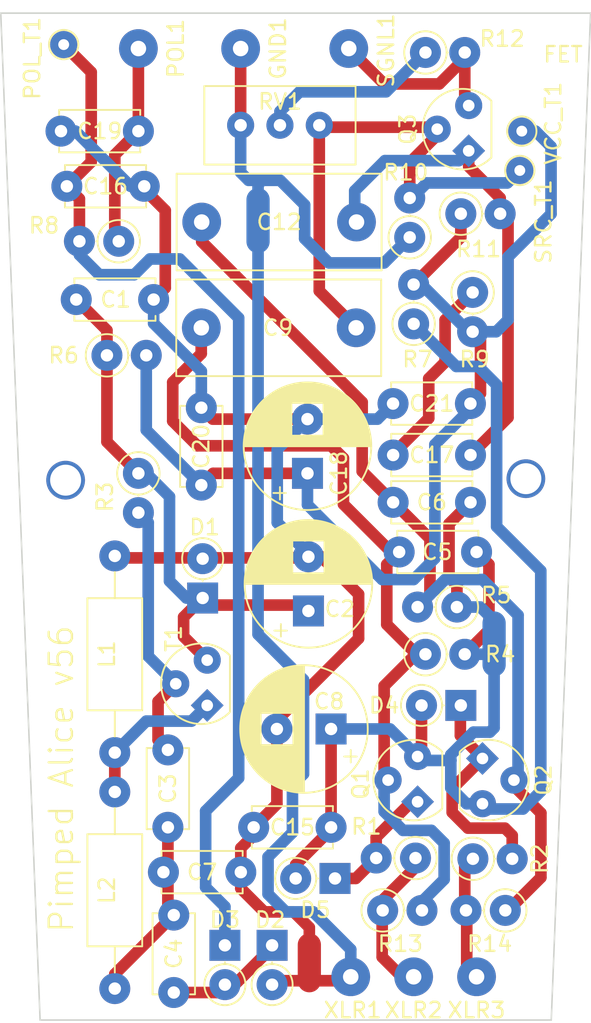
<source format=kicad_pcb>
(kicad_pcb (version 20171130) (host pcbnew 5.1.4+dfsg1-1~bpo10+1)

  (general
    (thickness 1.6)
    (drawings 8)
    (tracks 306)
    (zones 0)
    (modules 53)
    (nets 22)
  )

  (page A4)
  (layers
    (0 F.Cu signal)
    (31 B.Cu signal)
    (32 B.Adhes user)
    (33 F.Adhes user)
    (34 B.Paste user)
    (35 F.Paste user)
    (36 B.SilkS user hide)
    (37 F.SilkS user)
    (38 B.Mask user)
    (39 F.Mask user)
    (40 Dwgs.User user)
    (41 Cmts.User user)
    (42 Eco1.User user)
    (43 Eco2.User user)
    (44 Edge.Cuts user)
    (45 Margin user)
    (46 B.CrtYd user)
    (47 F.CrtYd user)
    (48 B.Fab user hide)
    (49 F.Fab user hide)
  )

  (setup
    (last_trace_width 0.25)
    (user_trace_width 0.5)
    (user_trace_width 0.75)
    (user_trace_width 1.5)
    (trace_clearance 0.2)
    (zone_clearance 0.508)
    (zone_45_only no)
    (trace_min 0.2)
    (via_size 0.8)
    (via_drill 0.4)
    (via_min_size 0.4)
    (via_min_drill 0.3)
    (user_via 1.6 0.8)
    (user_via 2.5 2)
    (uvia_size 0.3)
    (uvia_drill 0.1)
    (uvias_allowed no)
    (uvia_min_size 0.2)
    (uvia_min_drill 0.1)
    (edge_width 0.05)
    (segment_width 0.2)
    (pcb_text_width 0.3)
    (pcb_text_size 1.5 1.5)
    (mod_edge_width 0.12)
    (mod_text_size 1 1)
    (mod_text_width 0.15)
    (pad_size 1.5 1.5)
    (pad_drill 0.75)
    (pad_to_mask_clearance 0.051)
    (solder_mask_min_width 0.25)
    (aux_axis_origin 0 0)
    (visible_elements 7FFFFFFF)
    (pcbplotparams
      (layerselection 0x010fc_ffffffff)
      (usegerberextensions false)
      (usegerberattributes false)
      (usegerberadvancedattributes false)
      (creategerberjobfile false)
      (excludeedgelayer true)
      (linewidth 0.100000)
      (plotframeref false)
      (viasonmask false)
      (mode 1)
      (useauxorigin false)
      (hpglpennumber 1)
      (hpglpenspeed 20)
      (hpglpendiameter 15.000000)
      (psnegative false)
      (psa4output false)
      (plotreference true)
      (plotvalue true)
      (plotinvisibletext false)
      (padsonsilk false)
      (subtractmaskfromsilk false)
      (outputformat 1)
      (mirror false)
      (drillshape 1)
      (scaleselection 1)
      (outputdirectory ""))
  )

  (net 0 "")
  (net 1 GND)
  (net 2 "Net-(C1-Pad1)")
  (net 3 "Net-(C3-Pad2)")
  (net 4 "Net-(C3-Pad1)")
  (net 5 "Net-(C4-Pad1)")
  (net 6 "Net-(C5-Pad2)")
  (net 7 "Net-(C12-Pad2)")
  (net 8 "Net-(C15-Pad1)")
  (net 9 /SRC)
  (net 10 "Net-(C12-Pad1)")
  (net 11 "Net-(C16-Pad1)")
  (net 12 "Net-(C17-Pad1)")
  (net 13 /VCC)
  (net 14 /POL)
  (net 15 "Net-(D4-Pad1)")
  (net 16 "Net-(D5-Pad1)")
  (net 17 "Net-(L1-Pad2)")
  (net 18 /SGNL)
  (net 19 "Net-(R14-Pad2)")
  (net 20 "Net-(R1-Pad1)")
  (net 21 "Net-(R12-Pad1)")

  (net_class Default "This is the default net class."
    (clearance 0.2)
    (trace_width 0.25)
    (via_dia 0.8)
    (via_drill 0.4)
    (uvia_dia 0.3)
    (uvia_drill 0.1)
    (add_net /POL)
    (add_net /SGNL)
    (add_net /SRC)
    (add_net /VCC)
    (add_net GND)
    (add_net "Net-(C1-Pad1)")
    (add_net "Net-(C12-Pad1)")
    (add_net "Net-(C12-Pad2)")
    (add_net "Net-(C15-Pad1)")
    (add_net "Net-(C16-Pad1)")
    (add_net "Net-(C17-Pad1)")
    (add_net "Net-(C3-Pad1)")
    (add_net "Net-(C3-Pad2)")
    (add_net "Net-(C4-Pad1)")
    (add_net "Net-(C5-Pad2)")
    (add_net "Net-(D4-Pad1)")
    (add_net "Net-(D5-Pad1)")
    (add_net "Net-(L1-Pad2)")
    (add_net "Net-(R1-Pad1)")
    (add_net "Net-(R12-Pad1)")
    (add_net "Net-(R14-Pad2)")
  )

  (module Diode_THT:D_DO-35_SOD27_P2.54mm_Vertical_KathodeUp (layer F.Cu) (tedit 5F1B87EF) (tstamp 5F105EB9)
    (at 107.27436 106.8578 90)
    (descr "Diode, DO-35_SOD27 series, Axial, Vertical, pin pitch=2.54mm, , length*diameter=4*2mm^2, , http://www.diodes.com/_files/packages/DO-35.pdf")
    (tags "Diode DO-35_SOD27 series Axial Vertical pin pitch 2.54mm  length 4mm diameter 2mm")
    (path /5F1F9BD1)
    (fp_text reference D1 (at 4.572 0.127) (layer F.SilkS)
      (effects (font (size 1 1) (thickness 0.15)))
    )
    (fp_text value 1N5239B (at 1.651 -2.159 90) (layer F.Fab)
      (effects (font (size 1 1) (thickness 0.15)))
    )
    (fp_text user K (at -1.651 0.127) (layer F.Fab)
      (effects (font (size 1 1) (thickness 0.15)))
    )
    (fp_text user K (at -1.651 0.127) (layer F.Fab)
      (effects (font (size 1 1) (thickness 0.15)))
    )
    (fp_text user %R (at 4.445 0) (layer F.Fab)
      (effects (font (size 1 1) (thickness 0.15)))
    )
    (fp_line (start 3.79 -1.25) (end -1.05 -1.25) (layer F.CrtYd) (width 0.05))
    (fp_line (start 3.79 1.25) (end 3.79 -1.25) (layer F.CrtYd) (width 0.05))
    (fp_line (start -1.05 1.25) (end 3.79 1.25) (layer F.CrtYd) (width 0.05))
    (fp_line (start -1.05 -1.25) (end -1.05 1.25) (layer F.CrtYd) (width 0.05))
    (fp_line (start 1.213629 0) (end 1.1 0) (layer F.SilkS) (width 0.12))
    (fp_line (start 0 0) (end 2.54 0) (layer F.Fab) (width 0.1))
    (fp_circle (center 2.54 0) (end 3.866371 0) (layer F.SilkS) (width 0.12))
    (fp_circle (center 2.54 0) (end 3.54 0) (layer F.Fab) (width 0.1))
    (pad 2 thru_hole oval (at 2.54 0 90) (size 2 2) (drill 0.8) (layers *.Cu *.Mask)
      (net 1 GND))
    (pad 1 thru_hole rect (at 0 0 90) (size 2 2) (drill 0.8) (layers *.Cu *.Mask)
      (net 2 "Net-(C1-Pad1)"))
    (model ${KISYS3DMOD}/Diode_THT.3dshapes/D_DO-35_SOD27_P2.54mm_Vertical_KathodeUp.wrl
      (at (xyz 0 0 0))
      (scale (xyz 1 1 1))
      (rotate (xyz 0 0 0))
    )
  )

  (module Diode_THT:D_DO-35_SOD27_P2.54mm_Vertical_KathodeUp (layer F.Cu) (tedit 5F1B8C79) (tstamp 5F105F96)
    (at 111.76 129.286 270)
    (descr "Diode, DO-35_SOD27 series, Axial, Vertical, pin pitch=2.54mm, , length*diameter=4*2mm^2, , http://www.diodes.com/_files/packages/DO-35.pdf")
    (tags "Diode DO-35_SOD27 series Axial Vertical pin pitch 2.54mm  length 4mm diameter 2mm")
    (path /5F218041)
    (fp_text reference D2 (at -1.651 0.127) (layer F.SilkS)
      (effects (font (size 1 1) (thickness 0.15)))
    )
    (fp_text value 1N4148 (at 1.651 -1.905 90) (layer F.Fab)
      (effects (font (size 1 1) (thickness 0.15)))
    )
    (fp_text user K (at -1.651 -1.397) (layer F.Fab)
      (effects (font (size 1 1) (thickness 0.15)))
    )
    (fp_text user K (at -1.651 -1.397) (layer F.Fab)
      (effects (font (size 1 1) (thickness 0.15)))
    )
    (fp_text user %R (at -1.778 0.381) (layer F.Fab)
      (effects (font (size 1 1) (thickness 0.15)))
    )
    (fp_line (start 3.79 -1.25) (end -1.05 -1.25) (layer F.CrtYd) (width 0.05))
    (fp_line (start 3.79 1.25) (end 3.79 -1.25) (layer F.CrtYd) (width 0.05))
    (fp_line (start -1.05 1.25) (end 3.79 1.25) (layer F.CrtYd) (width 0.05))
    (fp_line (start -1.05 -1.25) (end -1.05 1.25) (layer F.CrtYd) (width 0.05))
    (fp_line (start 1.213629 0) (end 1.1 0) (layer F.SilkS) (width 0.12))
    (fp_line (start 0 0) (end 2.54 0) (layer F.Fab) (width 0.1))
    (fp_circle (center 2.54 0) (end 3.866371 0) (layer F.SilkS) (width 0.12))
    (fp_circle (center 2.54 0) (end 3.54 0) (layer F.Fab) (width 0.1))
    (pad 2 thru_hole oval (at 2.54 0 270) (size 2 2) (drill 0.8) (layers *.Cu *.Mask)
      (net 1 GND))
    (pad 1 thru_hole rect (at 0 0 270) (size 2 2) (drill 0.8) (layers *.Cu *.Mask)
      (net 5 "Net-(C4-Pad1)"))
    (model ${KISYS3DMOD}/Diode_THT.3dshapes/D_DO-35_SOD27_P2.54mm_Vertical_KathodeUp.wrl
      (at (xyz 0 0 0))
      (scale (xyz 1 1 1))
      (rotate (xyz 0 0 0))
    )
  )

  (module Diode_THT:D_DO-35_SOD27_P2.54mm_Vertical_KathodeUp (layer F.Cu) (tedit 5F1B8C52) (tstamp 5F106073)
    (at 108.712 129.286 270)
    (descr "Diode, DO-35_SOD27 series, Axial, Vertical, pin pitch=2.54mm, , length*diameter=4*2mm^2, , http://www.diodes.com/_files/packages/DO-35.pdf")
    (tags "Diode DO-35_SOD27 series Axial Vertical pin pitch 2.54mm  length 4mm diameter 2mm")
    (path /5F21915B)
    (fp_text reference D3 (at -1.651 0) (layer F.SilkS)
      (effects (font (size 1 1) (thickness 0.15)))
    )
    (fp_text value 1N4148 (at 1.397 1.778 90) (layer F.Fab)
      (effects (font (size 1 1) (thickness 0.15)))
    )
    (fp_text user K (at -1.778 -1.016) (layer F.Fab)
      (effects (font (size 1 1) (thickness 0.15)))
    )
    (fp_text user K (at -1.778 -1.016) (layer F.Fab)
      (effects (font (size 1 1) (thickness 0.15)))
    )
    (fp_text user %R (at -1.778 0.508) (layer F.Fab)
      (effects (font (size 1 1) (thickness 0.15)))
    )
    (fp_line (start 3.79 -1.25) (end -1.05 -1.25) (layer F.CrtYd) (width 0.05))
    (fp_line (start 3.79 1.25) (end 3.79 -1.25) (layer F.CrtYd) (width 0.05))
    (fp_line (start -1.05 1.25) (end 3.79 1.25) (layer F.CrtYd) (width 0.05))
    (fp_line (start -1.05 -1.25) (end -1.05 1.25) (layer F.CrtYd) (width 0.05))
    (fp_line (start 1.213629 0) (end 1.1 0) (layer F.SilkS) (width 0.12))
    (fp_line (start 0 0) (end 2.54 0) (layer F.Fab) (width 0.1))
    (fp_circle (center 2.54 0) (end 3.866371 0) (layer F.SilkS) (width 0.12))
    (fp_circle (center 2.54 0) (end 3.54 0) (layer F.Fab) (width 0.1))
    (pad 2 thru_hole oval (at 2.54 0 270) (size 2 2) (drill 0.8) (layers *.Cu *.Mask)
      (net 5 "Net-(C4-Pad1)"))
    (pad 1 thru_hole rect (at 0 0 270) (size 2 2) (drill 0.8) (layers *.Cu *.Mask)
      (net 11 "Net-(C16-Pad1)"))
    (model ${KISYS3DMOD}/Diode_THT.3dshapes/D_DO-35_SOD27_P2.54mm_Vertical_KathodeUp.wrl
      (at (xyz 0 0 0))
      (scale (xyz 1 1 1))
      (rotate (xyz 0 0 0))
    )
  )

  (module Diode_THT:D_DO-35_SOD27_P2.54mm_Vertical_KathodeUp (layer F.Cu) (tedit 5F1B8A5F) (tstamp 5F106150)
    (at 123.952 113.792 180)
    (descr "Diode, DO-35_SOD27 series, Axial, Vertical, pin pitch=2.54mm, , length*diameter=4*2mm^2, , http://www.diodes.com/_files/packages/DO-35.pdf")
    (tags "Diode DO-35_SOD27 series Axial Vertical pin pitch 2.54mm  length 4mm diameter 2mm")
    (path /5F1FB729)
    (fp_text reference D4 (at 4.953 0) (layer F.SilkS)
      (effects (font (size 1 1) (thickness 0.15)))
    )
    (fp_text value 1N5240B (at -5.842 0) (layer F.Fab)
      (effects (font (size 1 1) (thickness 0.15)))
    )
    (fp_text user K (at -1.524 1.016) (layer F.Fab)
      (effects (font (size 1 1) (thickness 0.15)))
    )
    (fp_text user K (at -1.524 1.016) (layer F.Fab)
      (effects (font (size 1 1) (thickness 0.15)))
    )
    (fp_text user %R (at 4.826 0.762) (layer F.Fab)
      (effects (font (size 1 1) (thickness 0.15)))
    )
    (fp_line (start 3.79 -1.25) (end -1.05 -1.25) (layer F.CrtYd) (width 0.05))
    (fp_line (start 3.79 1.25) (end 3.79 -1.25) (layer F.CrtYd) (width 0.05))
    (fp_line (start -1.05 1.25) (end 3.79 1.25) (layer F.CrtYd) (width 0.05))
    (fp_line (start -1.05 -1.25) (end -1.05 1.25) (layer F.CrtYd) (width 0.05))
    (fp_line (start 1.213629 0) (end 1.1 0) (layer F.SilkS) (width 0.12))
    (fp_line (start 0 0) (end 2.54 0) (layer F.Fab) (width 0.1))
    (fp_circle (center 2.54 0) (end 3.866371 0) (layer F.SilkS) (width 0.12))
    (fp_circle (center 2.54 0) (end 3.54 0) (layer F.Fab) (width 0.1))
    (pad 2 thru_hole oval (at 2.54 0 180) (size 2 2) (drill 0.8) (layers *.Cu *.Mask)
      (net 8 "Net-(C15-Pad1)"))
    (pad 1 thru_hole rect (at 0 0 180) (size 2 2) (drill 0.8) (layers *.Cu *.Mask)
      (net 15 "Net-(D4-Pad1)"))
    (model ${KISYS3DMOD}/Diode_THT.3dshapes/D_DO-35_SOD27_P2.54mm_Vertical_KathodeUp.wrl
      (at (xyz 0 0 0))
      (scale (xyz 1 1 1))
      (rotate (xyz 0 0 0))
    )
  )

  (module Diode_THT:D_DO-35_SOD27_P2.54mm_Vertical_KathodeUp (layer F.Cu) (tedit 5F1B8C9F) (tstamp 5F10622D)
    (at 115.824 124.968 180)
    (descr "Diode, DO-35_SOD27 series, Axial, Vertical, pin pitch=2.54mm, , length*diameter=4*2mm^2, , http://www.diodes.com/_files/packages/DO-35.pdf")
    (tags "Diode DO-35_SOD27 series Axial Vertical pin pitch 2.54mm  length 4mm diameter 2mm")
    (path /5F1FC686)
    (fp_text reference D5 (at 1.27 -2.032) (layer F.SilkS)
      (effects (font (size 1 1) (thickness 0.15)))
    )
    (fp_text value 1N5240B (at 1.778 -1.905) (layer F.Fab)
      (effects (font (size 1 1) (thickness 0.15)))
    )
    (fp_text user K (at -0.635 -1.905) (layer F.Fab)
      (effects (font (size 1 1) (thickness 0.15)))
    )
    (fp_text user K (at -0.635 -1.905) (layer F.Fab)
      (effects (font (size 1 1) (thickness 0.15)))
    )
    (fp_text user %R (at 1.143 -1.905) (layer F.Fab)
      (effects (font (size 1 1) (thickness 0.15)))
    )
    (fp_line (start 3.79 -1.25) (end -1.05 -1.25) (layer F.CrtYd) (width 0.05))
    (fp_line (start 3.79 1.25) (end 3.79 -1.25) (layer F.CrtYd) (width 0.05))
    (fp_line (start -1.05 1.25) (end 3.79 1.25) (layer F.CrtYd) (width 0.05))
    (fp_line (start -1.05 -1.25) (end -1.05 1.25) (layer F.CrtYd) (width 0.05))
    (fp_line (start 1.213629 0) (end 1.1 0) (layer F.SilkS) (width 0.12))
    (fp_line (start 0 0) (end 2.54 0) (layer F.Fab) (width 0.1))
    (fp_circle (center 2.54 0) (end 3.866371 0) (layer F.SilkS) (width 0.12))
    (fp_circle (center 2.54 0) (end 3.54 0) (layer F.Fab) (width 0.1))
    (pad 2 thru_hole oval (at 2.54 0 180) (size 2 2) (drill 0.8) (layers *.Cu *.Mask)
      (net 8 "Net-(C15-Pad1)"))
    (pad 1 thru_hole rect (at 0 0 180) (size 2 2) (drill 0.8) (layers *.Cu *.Mask)
      (net 16 "Net-(D5-Pad1)"))
    (model ${KISYS3DMOD}/Diode_THT.3dshapes/D_DO-35_SOD27_P2.54mm_Vertical_KathodeUp.wrl
      (at (xyz 0 0 0))
      (scale (xyz 1 1 1))
      (rotate (xyz 0 0 0))
    )
  )

  (module MountingHole:MountingHole_2.1mm (layer F.Cu) (tedit 5F1052BE) (tstamp 5F0DCA60)
    (at 127.762 73.025)
    (descr "Mounting Hole 2.1mm, no annular")
    (tags "mounting hole 2.1mm no annular")
    (path /5F102B19)
    (attr virtual)
    (fp_text reference FET (at 2.794 -1.27) (layer F.SilkS)
      (effects (font (size 1 1) (thickness 0.15)))
    )
    (fp_text value "FET float" (at 5.08 0.127) (layer F.Fab) hide
      (effects (font (size 1 1) (thickness 0.15)))
    )
    (fp_circle (center 0 0) (end 1.7 0) (layer F.CrtYd) (width 0.05))
    (fp_circle (center 0 0) (end 1.5 0) (layer Cmts.User) (width 0.15))
    (fp_text user %R (at 2.159 -1.905) (layer F.Fab)
      (effects (font (size 1 1) (thickness 0.15)))
    )
    (pad "" np_thru_hole circle (at 0 0) (size 1.67 1.67) (drill 1.67) (layers *.Cu *.Mask))
  )

  (module TestPoint:TestPoint_THTPad_D1.5mm_Drill0.7mm (layer F.Cu) (tedit 5F1B8CCC) (tstamp 5F10674A)
    (at 98.298 71.12)
    (descr "THT pad as test Point, diameter 1.5mm, hole diameter 0.7mm")
    (tags "test point THT pad")
    (path /5F368880)
    (attr virtual)
    (fp_text reference POL_T1 (at -2.032 0.889 90) (layer F.SilkS)
      (effects (font (size 1 1) (thickness 0.15)))
    )
    (fp_text value 0 (at -2.286 0.254) (layer F.Fab)
      (effects (font (size 1 1) (thickness 0.15)))
    )
    (fp_circle (center 0 0) (end 0 0.95) (layer F.SilkS) (width 0.12))
    (fp_circle (center 0 0) (end 1.25 0) (layer F.CrtYd) (width 0.05))
    (fp_text user %R (at 0 0) (layer F.Fab)
      (effects (font (size 0.6 0.6) (thickness 0.09)))
    )
    (pad 1 thru_hole circle (at 0 0) (size 1.75 1.75) (drill 0.7) (layers *.Cu *.Mask)
      (net 11 "Net-(C16-Pad1)"))
  )

  (module TestPoint:TestPoint_THTPad_D1.5mm_Drill0.7mm (layer F.Cu) (tedit 5F1B8719) (tstamp 5F107AE2)
    (at 127.762 79.248)
    (descr "THT pad as test Point, diameter 1.5mm, hole diameter 0.7mm")
    (tags "test point THT pad")
    (path /5F0C76F5)
    (attr virtual)
    (fp_text reference SRC_T1 (at 1.524 3.302 90) (layer F.SilkS)
      (effects (font (size 1 1) (thickness 0.15)))
    )
    (fp_text value SRC_T (at 3.81 0) (layer F.Fab)
      (effects (font (size 1 1) (thickness 0.15)))
    )
    (fp_circle (center 0 0) (end 0 0.95) (layer F.SilkS) (width 0.12))
    (fp_circle (center 0 0) (end 1.25 0) (layer F.CrtYd) (width 0.05))
    (fp_text user %R (at 0.406 2.364) (layer F.Fab)
      (effects (font (size 0.6 0.6) (thickness 0.09)))
    )
    (pad 1 thru_hole circle (at 0 0) (size 1.75 1.75) (drill 0.7) (layers *.Cu *.Mask)
      (net 9 /SRC))
  )

  (module TestPoint:TestPoint_THTPad_D1.5mm_Drill0.7mm (layer F.Cu) (tedit 5F1B8726) (tstamp 5F107D49)
    (at 127.889 76.708)
    (descr "THT pad as test Point, diameter 1.5mm, hole diameter 0.7mm")
    (tags "test point THT pad")
    (path /5F36677F)
    (attr virtual)
    (fp_text reference VCC_T1 (at 2.032 -0.508 90) (layer F.SilkS)
      (effects (font (size 1 1) (thickness 0.15)))
    )
    (fp_text value VCC_T (at 3.556 0) (layer F.Fab)
      (effects (font (size 1 1) (thickness 0.15)))
    )
    (fp_circle (center 0 0) (end 0 0.95) (layer F.SilkS) (width 0.12))
    (fp_circle (center 0 0) (end 1.25 0) (layer F.CrtYd) (width 0.05))
    (fp_text user %R (at 0 0) (layer F.Fab)
      (effects (font (size 0.6 0.6) (thickness 0.09)))
    )
    (pad 1 thru_hole circle (at 0 0) (size 1.75 1.75) (drill 0.7) (layers *.Cu *.Mask)
      (net 13 /VCC))
  )

  (module Package_TO_SOT_THT:TO-92 (layer F.Cu) (tedit 5F1CAEF6) (tstamp 5F106D02)
    (at 124.079 77.851 90)
    (descr "TO-92 leads molded, narrow, drill 0.75mm (see NXP sot054_po.pdf)")
    (tags "to-92 sc-43 sc-43a sot54 PA33 transistor")
    (path /5F203994)
    (fp_text reference Q3 (at 1.27 -3.56 90) (layer F.SilkS)
      (effects (font (size 1 1) (thickness 0.15)))
    )
    (fp_text value J305 (at 1.143 1.905 90) (layer F.Fab)
      (effects (font (size 1 1) (thickness 0.15)))
    )
    (fp_arc (start 1.27 0) (end 1.27 -2.6) (angle 135) (layer F.SilkS) (width 0.12))
    (fp_arc (start 1.27 0) (end 1.27 -2.48) (angle -135) (layer F.Fab) (width 0.1))
    (fp_arc (start 1.27 0) (end 1.27 -2.6) (angle -135) (layer F.SilkS) (width 0.12))
    (fp_arc (start 1.27 0) (end 1.27 -2.48) (angle 135) (layer F.Fab) (width 0.1))
    (fp_line (start 4 2.01) (end -1.46 2.01) (layer F.CrtYd) (width 0.05))
    (fp_line (start 4 2.01) (end 4 -2.73) (layer F.CrtYd) (width 0.05))
    (fp_line (start -1.46 -2.73) (end -1.46 2.01) (layer F.CrtYd) (width 0.05))
    (fp_line (start -1.46 -2.73) (end 4 -2.73) (layer F.CrtYd) (width 0.05))
    (fp_line (start -0.5 1.75) (end 3 1.75) (layer F.Fab) (width 0.1))
    (fp_line (start -0.53 1.85) (end 3.07 1.85) (layer F.SilkS) (width 0.12))
    (fp_text user %R (at 1.27 -3.56 90) (layer F.Fab)
      (effects (font (size 1 1) (thickness 0.15)))
    )
    (pad 1 thru_hole rect (at -0.127 0.381 135) (size 1.5 1.5) (drill 0.75) (layers *.Cu *.Mask)
      (net 7 "Net-(C12-Pad2)"))
    (pad 3 thru_hole circle (at 2.794 0.381 180) (size 1.75 1.75) (drill 0.75) (layers *.Cu *.Mask)
      (net 18 /SGNL))
    (pad 2 thru_hole circle (at 1.27 -1.651 180) (size 1.75 1.75) (drill 0.75) (layers *.Cu *.Mask)
      (net 9 /SRC))
    (model ${KISYS3DMOD}/Package_TO_SOT_THT.3dshapes/TO-92.wrl
      (at (xyz 0 0 0))
      (scale (xyz 1 1 1))
      (rotate (xyz 0 0 0))
    )
  )

  (module Package_TO_SOT_THT:TO-92 (layer F.Cu) (tedit 5F1CB0AF) (tstamp 5F107CCA)
    (at 107.188 113.665 90)
    (descr "TO-92 leads molded, narrow, drill 0.75mm (see NXP sot054_po.pdf)")
    (tags "to-92 sc-43 sc-43a sot54 PA33 transistor")
    (path /5F1E654C)
    (fp_text reference T1 (at 4.191 -1.778 90) (layer F.SilkS)
      (effects (font (size 1 1) (thickness 0.15)))
    )
    (fp_text value 2N5551 (at 1.143 2.667 90) (layer F.Fab)
      (effects (font (size 1 1) (thickness 0.15)))
    )
    (fp_arc (start 1.27 0) (end 1.27 -2.6) (angle 135) (layer F.SilkS) (width 0.12))
    (fp_arc (start 1.27 0) (end 1.27 -2.48) (angle -135) (layer F.Fab) (width 0.1))
    (fp_arc (start 1.27 0) (end 1.27 -2.6) (angle -135) (layer F.SilkS) (width 0.12))
    (fp_arc (start 1.27 0) (end 1.27 -2.48) (angle 135) (layer F.Fab) (width 0.1))
    (fp_line (start 4 2.01) (end -1.46 2.01) (layer F.CrtYd) (width 0.05))
    (fp_line (start 4 2.01) (end 4 -2.73) (layer F.CrtYd) (width 0.05))
    (fp_line (start -1.46 -2.73) (end -1.46 2.01) (layer F.CrtYd) (width 0.05))
    (fp_line (start -1.46 -2.73) (end 4 -2.73) (layer F.CrtYd) (width 0.05))
    (fp_line (start -0.5 1.75) (end 3 1.75) (layer F.Fab) (width 0.1))
    (fp_line (start -0.53 1.85) (end 3.07 1.85) (layer F.SilkS) (width 0.12))
    (fp_text user %R (at 4.191 -1.778 90) (layer F.Fab)
      (effects (font (size 1 1) (thickness 0.15)))
    )
    (pad 1 thru_hole rect (at -0.127 0.381 135) (size 1.5 1.5) (drill 0.75) (layers *.Cu *.Mask)
      (net 17 "Net-(L1-Pad2)"))
    (pad 3 thru_hole circle (at 2.794 0.381 180) (size 1.75 1.75) (drill 0.75) (layers *.Cu *.Mask)
      (net 2 "Net-(C1-Pad1)"))
    (pad 2 thru_hole circle (at 1.27 -1.651 180) (size 1.75 1.75) (drill 0.75) (layers *.Cu *.Mask)
      (net 3 "Net-(C3-Pad2)"))
    (model ${KISYS3DMOD}/Package_TO_SOT_THT.3dshapes/TO-92.wrl
      (at (xyz 0 0 0))
      (scale (xyz 1 1 1))
      (rotate (xyz 0 0 0))
    )
  )

  (module Package_TO_SOT_THT:TO-92 (layer F.Cu) (tedit 5F1CAF60) (tstamp 5F106B1A)
    (at 125.73 117.348 270)
    (descr "TO-92 leads molded, narrow, drill 0.75mm (see NXP sot054_po.pdf)")
    (tags "to-92 sc-43 sc-43a sot54 PA33 transistor")
    (path /5F1F5D1D)
    (fp_text reference Q2 (at 1.27 -3.56 270) (layer F.SilkS)
      (effects (font (size 1 1) (thickness 0.15)))
    )
    (fp_text value 2N5087 (at 1.27 2.54 270) (layer F.Fab)
      (effects (font (size 1 1) (thickness 0.15)))
    )
    (fp_arc (start 1.27 0) (end 1.27 -2.6) (angle 135) (layer F.SilkS) (width 0.12))
    (fp_arc (start 1.27 0) (end 1.27 -2.48) (angle -135) (layer F.Fab) (width 0.1))
    (fp_arc (start 1.27 0) (end 1.27 -2.6) (angle -135) (layer F.SilkS) (width 0.12))
    (fp_arc (start 1.27 0) (end 1.27 -2.48) (angle 135) (layer F.Fab) (width 0.1))
    (fp_line (start 4 2.01) (end -1.46 2.01) (layer F.CrtYd) (width 0.05))
    (fp_line (start 4 2.01) (end 4 -2.73) (layer F.CrtYd) (width 0.05))
    (fp_line (start -1.46 -2.73) (end -1.46 2.01) (layer F.CrtYd) (width 0.05))
    (fp_line (start -1.46 -2.73) (end 4 -2.73) (layer F.CrtYd) (width 0.05))
    (fp_line (start -0.5 1.75) (end 3 1.75) (layer F.Fab) (width 0.1))
    (fp_line (start -0.53 1.85) (end 3.07 1.85) (layer F.SilkS) (width 0.12))
    (fp_text user %R (at 1.27 -3.56 270) (layer F.Fab)
      (effects (font (size 1 1) (thickness 0.15)))
    )
    (pad 1 thru_hole rect (at -0.127 0.381 315) (size 1.5 1.5) (drill 0.75) (layers *.Cu *.Mask)
      (net 15 "Net-(D4-Pad1)"))
    (pad 3 thru_hole circle (at 2.794 0.381) (size 1.75 1.75) (drill 0.75) (layers *.Cu *.Mask)
      (net 8 "Net-(C15-Pad1)"))
    (pad 2 thru_hole circle (at 1.27 -1.651) (size 1.75 1.75) (drill 0.75) (layers *.Cu *.Mask)
      (net 10 "Net-(C12-Pad1)"))
    (model ${KISYS3DMOD}/Package_TO_SOT_THT.3dshapes/TO-92.wrl
      (at (xyz 0 0 0))
      (scale (xyz 1 1 1))
      (rotate (xyz 0 0 0))
    )
  )

  (module Package_TO_SOT_THT:TO-92 (layer F.Cu) (tedit 5F1CB001) (tstamp 5F106932)
    (at 120.904 119.888 90)
    (descr "TO-92 leads molded, narrow, drill 0.75mm (see NXP sot054_po.pdf)")
    (tags "to-92 sc-43 sc-43a sot54 PA33 transistor")
    (path /5F1F5206)
    (fp_text reference Q1 (at 1.016 -3.429 90) (layer F.SilkS)
      (effects (font (size 1 1) (thickness 0.15)))
    )
    (fp_text value 2N5087 (at 1.27 2.54 90) (layer F.Fab)
      (effects (font (size 1 1) (thickness 0.15)))
    )
    (fp_arc (start 1.27 0) (end 1.27 -2.6) (angle 135) (layer F.SilkS) (width 0.12))
    (fp_arc (start 1.27 0) (end 1.27 -2.48) (angle -135) (layer F.Fab) (width 0.1))
    (fp_arc (start 1.27 0) (end 1.27 -2.6) (angle -135) (layer F.SilkS) (width 0.12))
    (fp_arc (start 1.27 0) (end 1.27 -2.48) (angle 135) (layer F.Fab) (width 0.1))
    (fp_line (start 4 2.01) (end -1.46 2.01) (layer F.CrtYd) (width 0.05))
    (fp_line (start 4 2.01) (end 4 -2.73) (layer F.CrtYd) (width 0.05))
    (fp_line (start -1.46 -2.73) (end -1.46 2.01) (layer F.CrtYd) (width 0.05))
    (fp_line (start -1.46 -2.73) (end 4 -2.73) (layer F.CrtYd) (width 0.05))
    (fp_line (start -0.5 1.75) (end 3 1.75) (layer F.Fab) (width 0.1))
    (fp_line (start -0.53 1.85) (end 3.07 1.85) (layer F.SilkS) (width 0.12))
    (fp_text user %R (at 1.016 -3.429 90) (layer F.Fab)
      (effects (font (size 1 1) (thickness 0.15)))
    )
    (pad 1 thru_hole rect (at -0.127 0.254 135) (size 1.5 1.5) (drill 0.75) (layers *.Cu *.Mask)
      (net 16 "Net-(D5-Pad1)"))
    (pad 3 thru_hole circle (at 2.794 0.254 180) (size 1.75 1.75) (drill 0.75) (layers *.Cu *.Mask)
      (net 8 "Net-(C15-Pad1)"))
    (pad 2 thru_hole circle (at 1.27 -1.651 180) (size 1.75 1.75) (drill 0.75) (layers *.Cu *.Mask)
      (net 6 "Net-(C5-Pad2)"))
    (model ${KISYS3DMOD}/Package_TO_SOT_THT.3dshapes/TO-92.wrl
      (at (xyz 0 0 0))
      (scale (xyz 1 1 1))
      (rotate (xyz 0 0 0))
    )
  )

  (module Capacitor_THT:CP_Radial_D8.0mm_P3.50mm (layer F.Cu) (tedit 5F1B87D1) (tstamp 5F1031AF)
    (at 114.10696 107.69346 90)
    (descr "CP, Radial series, Radial, pin pitch=3.50mm, , diameter=8mm, Electrolytic Capacitor")
    (tags "CP Radial series Radial pin pitch 3.50mm  diameter 8mm Electrolytic Capacitor")
    (path /5F1F34C9)
    (fp_text reference C2 (at 0.127 2.032 180) (layer F.SilkS)
      (effects (font (size 1 1) (thickness 0.15)))
    )
    (fp_text value 330u (at 1.143 -2.032) (layer F.Fab)
      (effects (font (size 1 1) (thickness 0.15)))
    )
    (fp_text user %R (at 0.127 2.032 180) (layer F.Fab)
      (effects (font (size 1 1) (thickness 0.15)))
    )
    (fp_line (start -1.27 -2.197) (end -1.27 -1.397) (layer F.SilkS) (width 0.12))
    (fp_line (start -1.651 -1.778) (end -0.851 -1.778) (layer F.SilkS) (width 0.12))
    (fp_line (start 5.831 -0.533) (end 5.831 0.533) (layer F.SilkS) (width 0.12))
    (fp_line (start 5.791 -0.768) (end 5.791 0.768) (layer F.SilkS) (width 0.12))
    (fp_line (start 5.751 -0.948) (end 5.751 0.948) (layer F.SilkS) (width 0.12))
    (fp_line (start 5.711 -1.098) (end 5.711 1.098) (layer F.SilkS) (width 0.12))
    (fp_line (start 5.671 -1.229) (end 5.671 1.229) (layer F.SilkS) (width 0.12))
    (fp_line (start 5.631 -1.346) (end 5.631 1.346) (layer F.SilkS) (width 0.12))
    (fp_line (start 5.591 -1.453) (end 5.591 1.453) (layer F.SilkS) (width 0.12))
    (fp_line (start 5.551 -1.552) (end 5.551 1.552) (layer F.SilkS) (width 0.12))
    (fp_line (start 5.511 -1.645) (end 5.511 1.645) (layer F.SilkS) (width 0.12))
    (fp_line (start 5.471 -1.731) (end 5.471 1.731) (layer F.SilkS) (width 0.12))
    (fp_line (start 5.431 -1.813) (end 5.431 1.813) (layer F.SilkS) (width 0.12))
    (fp_line (start 5.391 -1.89) (end 5.391 1.89) (layer F.SilkS) (width 0.12))
    (fp_line (start 5.351 -1.964) (end 5.351 1.964) (layer F.SilkS) (width 0.12))
    (fp_line (start 5.311 -2.034) (end 5.311 2.034) (layer F.SilkS) (width 0.12))
    (fp_line (start 5.271 -2.102) (end 5.271 2.102) (layer F.SilkS) (width 0.12))
    (fp_line (start 5.231 -2.166) (end 5.231 2.166) (layer F.SilkS) (width 0.12))
    (fp_line (start 5.191 -2.228) (end 5.191 2.228) (layer F.SilkS) (width 0.12))
    (fp_line (start 5.151 -2.287) (end 5.151 2.287) (layer F.SilkS) (width 0.12))
    (fp_line (start 5.111 -2.345) (end 5.111 2.345) (layer F.SilkS) (width 0.12))
    (fp_line (start 5.071 -2.4) (end 5.071 2.4) (layer F.SilkS) (width 0.12))
    (fp_line (start 5.031 -2.454) (end 5.031 2.454) (layer F.SilkS) (width 0.12))
    (fp_line (start 4.991 -2.505) (end 4.991 2.505) (layer F.SilkS) (width 0.12))
    (fp_line (start 4.951 -2.556) (end 4.951 2.556) (layer F.SilkS) (width 0.12))
    (fp_line (start 4.911 -2.604) (end 4.911 2.604) (layer F.SilkS) (width 0.12))
    (fp_line (start 4.871 -2.651) (end 4.871 2.651) (layer F.SilkS) (width 0.12))
    (fp_line (start 4.831 -2.697) (end 4.831 2.697) (layer F.SilkS) (width 0.12))
    (fp_line (start 4.791 -2.741) (end 4.791 2.741) (layer F.SilkS) (width 0.12))
    (fp_line (start 4.751 -2.784) (end 4.751 2.784) (layer F.SilkS) (width 0.12))
    (fp_line (start 4.711 -2.826) (end 4.711 2.826) (layer F.SilkS) (width 0.12))
    (fp_line (start 4.671 -2.867) (end 4.671 2.867) (layer F.SilkS) (width 0.12))
    (fp_line (start 4.631 -2.907) (end 4.631 2.907) (layer F.SilkS) (width 0.12))
    (fp_line (start 4.591 -2.945) (end 4.591 2.945) (layer F.SilkS) (width 0.12))
    (fp_line (start 4.551 -2.983) (end 4.551 2.983) (layer F.SilkS) (width 0.12))
    (fp_line (start 4.511 1.04) (end 4.511 3.019) (layer F.SilkS) (width 0.12))
    (fp_line (start 4.511 -3.019) (end 4.511 -1.04) (layer F.SilkS) (width 0.12))
    (fp_line (start 4.471 1.04) (end 4.471 3.055) (layer F.SilkS) (width 0.12))
    (fp_line (start 4.471 -3.055) (end 4.471 -1.04) (layer F.SilkS) (width 0.12))
    (fp_line (start 4.431 1.04) (end 4.431 3.09) (layer F.SilkS) (width 0.12))
    (fp_line (start 4.431 -3.09) (end 4.431 -1.04) (layer F.SilkS) (width 0.12))
    (fp_line (start 4.391 1.04) (end 4.391 3.124) (layer F.SilkS) (width 0.12))
    (fp_line (start 4.391 -3.124) (end 4.391 -1.04) (layer F.SilkS) (width 0.12))
    (fp_line (start 4.351 1.04) (end 4.351 3.156) (layer F.SilkS) (width 0.12))
    (fp_line (start 4.351 -3.156) (end 4.351 -1.04) (layer F.SilkS) (width 0.12))
    (fp_line (start 4.311 1.04) (end 4.311 3.189) (layer F.SilkS) (width 0.12))
    (fp_line (start 4.311 -3.189) (end 4.311 -1.04) (layer F.SilkS) (width 0.12))
    (fp_line (start 4.271 1.04) (end 4.271 3.22) (layer F.SilkS) (width 0.12))
    (fp_line (start 4.271 -3.22) (end 4.271 -1.04) (layer F.SilkS) (width 0.12))
    (fp_line (start 4.231 1.04) (end 4.231 3.25) (layer F.SilkS) (width 0.12))
    (fp_line (start 4.231 -3.25) (end 4.231 -1.04) (layer F.SilkS) (width 0.12))
    (fp_line (start 4.191 1.04) (end 4.191 3.28) (layer F.SilkS) (width 0.12))
    (fp_line (start 4.191 -3.28) (end 4.191 -1.04) (layer F.SilkS) (width 0.12))
    (fp_line (start 4.151 1.04) (end 4.151 3.309) (layer F.SilkS) (width 0.12))
    (fp_line (start 4.151 -3.309) (end 4.151 -1.04) (layer F.SilkS) (width 0.12))
    (fp_line (start 4.111 1.04) (end 4.111 3.338) (layer F.SilkS) (width 0.12))
    (fp_line (start 4.111 -3.338) (end 4.111 -1.04) (layer F.SilkS) (width 0.12))
    (fp_line (start 4.071 1.04) (end 4.071 3.365) (layer F.SilkS) (width 0.12))
    (fp_line (start 4.071 -3.365) (end 4.071 -1.04) (layer F.SilkS) (width 0.12))
    (fp_line (start 4.031 1.04) (end 4.031 3.392) (layer F.SilkS) (width 0.12))
    (fp_line (start 4.031 -3.392) (end 4.031 -1.04) (layer F.SilkS) (width 0.12))
    (fp_line (start 3.991 1.04) (end 3.991 3.418) (layer F.SilkS) (width 0.12))
    (fp_line (start 3.991 -3.418) (end 3.991 -1.04) (layer F.SilkS) (width 0.12))
    (fp_line (start 3.951 1.04) (end 3.951 3.444) (layer F.SilkS) (width 0.12))
    (fp_line (start 3.951 -3.444) (end 3.951 -1.04) (layer F.SilkS) (width 0.12))
    (fp_line (start 3.911 1.04) (end 3.911 3.469) (layer F.SilkS) (width 0.12))
    (fp_line (start 3.911 -3.469) (end 3.911 -1.04) (layer F.SilkS) (width 0.12))
    (fp_line (start 3.871 1.04) (end 3.871 3.493) (layer F.SilkS) (width 0.12))
    (fp_line (start 3.871 -3.493) (end 3.871 -1.04) (layer F.SilkS) (width 0.12))
    (fp_line (start 3.831 1.04) (end 3.831 3.517) (layer F.SilkS) (width 0.12))
    (fp_line (start 3.831 -3.517) (end 3.831 -1.04) (layer F.SilkS) (width 0.12))
    (fp_line (start 3.791 1.04) (end 3.791 3.54) (layer F.SilkS) (width 0.12))
    (fp_line (start 3.791 -3.54) (end 3.791 -1.04) (layer F.SilkS) (width 0.12))
    (fp_line (start 3.751 1.04) (end 3.751 3.562) (layer F.SilkS) (width 0.12))
    (fp_line (start 3.751 -3.562) (end 3.751 -1.04) (layer F.SilkS) (width 0.12))
    (fp_line (start 3.711 1.04) (end 3.711 3.584) (layer F.SilkS) (width 0.12))
    (fp_line (start 3.711 -3.584) (end 3.711 -1.04) (layer F.SilkS) (width 0.12))
    (fp_line (start 3.671 1.04) (end 3.671 3.606) (layer F.SilkS) (width 0.12))
    (fp_line (start 3.671 -3.606) (end 3.671 -1.04) (layer F.SilkS) (width 0.12))
    (fp_line (start 3.631 1.04) (end 3.631 3.627) (layer F.SilkS) (width 0.12))
    (fp_line (start 3.631 -3.627) (end 3.631 -1.04) (layer F.SilkS) (width 0.12))
    (fp_line (start 3.591 1.04) (end 3.591 3.647) (layer F.SilkS) (width 0.12))
    (fp_line (start 3.591 -3.647) (end 3.591 -1.04) (layer F.SilkS) (width 0.12))
    (fp_line (start 3.551 1.04) (end 3.551 3.666) (layer F.SilkS) (width 0.12))
    (fp_line (start 3.551 -3.666) (end 3.551 -1.04) (layer F.SilkS) (width 0.12))
    (fp_line (start 3.511 1.04) (end 3.511 3.686) (layer F.SilkS) (width 0.12))
    (fp_line (start 3.511 -3.686) (end 3.511 -1.04) (layer F.SilkS) (width 0.12))
    (fp_line (start 3.471 1.04) (end 3.471 3.704) (layer F.SilkS) (width 0.12))
    (fp_line (start 3.471 -3.704) (end 3.471 -1.04) (layer F.SilkS) (width 0.12))
    (fp_line (start 3.431 1.04) (end 3.431 3.722) (layer F.SilkS) (width 0.12))
    (fp_line (start 3.431 -3.722) (end 3.431 -1.04) (layer F.SilkS) (width 0.12))
    (fp_line (start 3.391 1.04) (end 3.391 3.74) (layer F.SilkS) (width 0.12))
    (fp_line (start 3.391 -3.74) (end 3.391 -1.04) (layer F.SilkS) (width 0.12))
    (fp_line (start 3.351 1.04) (end 3.351 3.757) (layer F.SilkS) (width 0.12))
    (fp_line (start 3.351 -3.757) (end 3.351 -1.04) (layer F.SilkS) (width 0.12))
    (fp_line (start 3.311 1.04) (end 3.311 3.774) (layer F.SilkS) (width 0.12))
    (fp_line (start 3.311 -3.774) (end 3.311 -1.04) (layer F.SilkS) (width 0.12))
    (fp_line (start 3.271 1.04) (end 3.271 3.79) (layer F.SilkS) (width 0.12))
    (fp_line (start 3.271 -3.79) (end 3.271 -1.04) (layer F.SilkS) (width 0.12))
    (fp_line (start 3.231 1.04) (end 3.231 3.805) (layer F.SilkS) (width 0.12))
    (fp_line (start 3.231 -3.805) (end 3.231 -1.04) (layer F.SilkS) (width 0.12))
    (fp_line (start 3.191 1.04) (end 3.191 3.821) (layer F.SilkS) (width 0.12))
    (fp_line (start 3.191 -3.821) (end 3.191 -1.04) (layer F.SilkS) (width 0.12))
    (fp_line (start 3.151 1.04) (end 3.151 3.835) (layer F.SilkS) (width 0.12))
    (fp_line (start 3.151 -3.835) (end 3.151 -1.04) (layer F.SilkS) (width 0.12))
    (fp_line (start 3.111 1.04) (end 3.111 3.85) (layer F.SilkS) (width 0.12))
    (fp_line (start 3.111 -3.85) (end 3.111 -1.04) (layer F.SilkS) (width 0.12))
    (fp_line (start 3.071 1.04) (end 3.071 3.863) (layer F.SilkS) (width 0.12))
    (fp_line (start 3.071 -3.863) (end 3.071 -1.04) (layer F.SilkS) (width 0.12))
    (fp_line (start 3.031 1.04) (end 3.031 3.877) (layer F.SilkS) (width 0.12))
    (fp_line (start 3.031 -3.877) (end 3.031 -1.04) (layer F.SilkS) (width 0.12))
    (fp_line (start 2.991 1.04) (end 2.991 3.889) (layer F.SilkS) (width 0.12))
    (fp_line (start 2.991 -3.889) (end 2.991 -1.04) (layer F.SilkS) (width 0.12))
    (fp_line (start 2.951 1.04) (end 2.951 3.902) (layer F.SilkS) (width 0.12))
    (fp_line (start 2.951 -3.902) (end 2.951 -1.04) (layer F.SilkS) (width 0.12))
    (fp_line (start 2.911 1.04) (end 2.911 3.914) (layer F.SilkS) (width 0.12))
    (fp_line (start 2.911 -3.914) (end 2.911 -1.04) (layer F.SilkS) (width 0.12))
    (fp_line (start 2.871 1.04) (end 2.871 3.925) (layer F.SilkS) (width 0.12))
    (fp_line (start 2.871 -3.925) (end 2.871 -1.04) (layer F.SilkS) (width 0.12))
    (fp_line (start 2.831 1.04) (end 2.831 3.936) (layer F.SilkS) (width 0.12))
    (fp_line (start 2.831 -3.936) (end 2.831 -1.04) (layer F.SilkS) (width 0.12))
    (fp_line (start 2.791 1.04) (end 2.791 3.947) (layer F.SilkS) (width 0.12))
    (fp_line (start 2.791 -3.947) (end 2.791 -1.04) (layer F.SilkS) (width 0.12))
    (fp_line (start 2.751 1.04) (end 2.751 3.957) (layer F.SilkS) (width 0.12))
    (fp_line (start 2.751 -3.957) (end 2.751 -1.04) (layer F.SilkS) (width 0.12))
    (fp_line (start 2.711 1.04) (end 2.711 3.967) (layer F.SilkS) (width 0.12))
    (fp_line (start 2.711 -3.967) (end 2.711 -1.04) (layer F.SilkS) (width 0.12))
    (fp_line (start 2.671 1.04) (end 2.671 3.976) (layer F.SilkS) (width 0.12))
    (fp_line (start 2.671 -3.976) (end 2.671 -1.04) (layer F.SilkS) (width 0.12))
    (fp_line (start 2.631 1.04) (end 2.631 3.985) (layer F.SilkS) (width 0.12))
    (fp_line (start 2.631 -3.985) (end 2.631 -1.04) (layer F.SilkS) (width 0.12))
    (fp_line (start 2.591 1.04) (end 2.591 3.994) (layer F.SilkS) (width 0.12))
    (fp_line (start 2.591 -3.994) (end 2.591 -1.04) (layer F.SilkS) (width 0.12))
    (fp_line (start 2.551 1.04) (end 2.551 4.002) (layer F.SilkS) (width 0.12))
    (fp_line (start 2.551 -4.002) (end 2.551 -1.04) (layer F.SilkS) (width 0.12))
    (fp_line (start 2.511 1.04) (end 2.511 4.01) (layer F.SilkS) (width 0.12))
    (fp_line (start 2.511 -4.01) (end 2.511 -1.04) (layer F.SilkS) (width 0.12))
    (fp_line (start 2.471 1.04) (end 2.471 4.017) (layer F.SilkS) (width 0.12))
    (fp_line (start 2.471 -4.017) (end 2.471 -1.04) (layer F.SilkS) (width 0.12))
    (fp_line (start 2.43 -4.024) (end 2.43 4.024) (layer F.SilkS) (width 0.12))
    (fp_line (start 2.39 -4.03) (end 2.39 4.03) (layer F.SilkS) (width 0.12))
    (fp_line (start 2.35 -4.037) (end 2.35 4.037) (layer F.SilkS) (width 0.12))
    (fp_line (start 2.31 -4.042) (end 2.31 4.042) (layer F.SilkS) (width 0.12))
    (fp_line (start 2.27 -4.048) (end 2.27 4.048) (layer F.SilkS) (width 0.12))
    (fp_line (start 2.23 -4.052) (end 2.23 4.052) (layer F.SilkS) (width 0.12))
    (fp_line (start 2.19 -4.057) (end 2.19 4.057) (layer F.SilkS) (width 0.12))
    (fp_line (start 2.15 -4.061) (end 2.15 4.061) (layer F.SilkS) (width 0.12))
    (fp_line (start 2.11 -4.065) (end 2.11 4.065) (layer F.SilkS) (width 0.12))
    (fp_line (start 2.07 -4.068) (end 2.07 4.068) (layer F.SilkS) (width 0.12))
    (fp_line (start 2.03 -4.071) (end 2.03 4.071) (layer F.SilkS) (width 0.12))
    (fp_line (start 1.99 -4.074) (end 1.99 4.074) (layer F.SilkS) (width 0.12))
    (fp_line (start 1.95 -4.076) (end 1.95 4.076) (layer F.SilkS) (width 0.12))
    (fp_line (start 1.91 -4.077) (end 1.91 4.077) (layer F.SilkS) (width 0.12))
    (fp_line (start 1.87 -4.079) (end 1.87 4.079) (layer F.SilkS) (width 0.12))
    (fp_line (start 1.83 -4.08) (end 1.83 4.08) (layer F.SilkS) (width 0.12))
    (fp_line (start 1.79 -4.08) (end 1.79 4.08) (layer F.SilkS) (width 0.12))
    (fp_line (start 1.75 -4.08) (end 1.75 4.08) (layer F.SilkS) (width 0.12))
    (fp_line (start -1.276759 -2.1475) (end -1.276759 -1.3475) (layer F.Fab) (width 0.1))
    (fp_line (start -1.676759 -1.7475) (end -0.876759 -1.7475) (layer F.Fab) (width 0.1))
    (fp_circle (center 1.75 0) (end 6 0) (layer F.CrtYd) (width 0.05))
    (fp_circle (center 1.75 0) (end 5.87 0) (layer F.SilkS) (width 0.12))
    (fp_circle (center 1.75 0) (end 5.75 0) (layer F.Fab) (width 0.1))
    (pad 2 thru_hole circle (at 3.5 0 90) (size 2 2) (drill 0.8) (layers *.Cu *.Mask)
      (net 1 GND))
    (pad 1 thru_hole rect (at 0 0 90) (size 2 2) (drill 0.8) (layers *.Cu *.Mask)
      (net 2 "Net-(C1-Pad1)"))
    (model ${KISYS3DMOD}/Capacitor_THT.3dshapes/CP_Radial_D8.0mm_P3.50mm.wrl
      (at (xyz 0 0 0))
      (scale (xyz 1 1 1))
      (rotate (xyz 0 0 0))
    )
  )

  (module Capacitor_THT:CP_Radial_D8.0mm_P3.50mm (layer F.Cu) (tedit 5F1B7823) (tstamp 5F1054D3)
    (at 114.046 98.806 90)
    (descr "CP, Radial series, Radial, pin pitch=3.50mm, , diameter=8mm, Electrolytic Capacitor")
    (tags "CP Radial series Radial pin pitch 3.50mm  diameter 8mm Electrolytic Capacitor")
    (path /5F1EA712)
    (fp_text reference C18 (at 0 2.032 270) (layer F.SilkS)
      (effects (font (size 1 1) (thickness 0.15)))
    )
    (fp_text value 220u (at 1.143 -2.032) (layer F.Fab)
      (effects (font (size 1 1) (thickness 0.15)))
    )
    (fp_text user %R (at 0 2.032 270) (layer F.Fab)
      (effects (font (size 1 1) (thickness 0.15)))
    )
    (fp_line (start -1.27 -2.197) (end -1.27 -1.397) (layer F.SilkS) (width 0.12))
    (fp_line (start -1.689 -1.778) (end -0.889 -1.778) (layer F.SilkS) (width 0.12))
    (fp_line (start 5.831 -0.533) (end 5.831 0.533) (layer F.SilkS) (width 0.12))
    (fp_line (start 5.791 -0.768) (end 5.791 0.768) (layer F.SilkS) (width 0.12))
    (fp_line (start 5.751 -0.948) (end 5.751 0.948) (layer F.SilkS) (width 0.12))
    (fp_line (start 5.711 -1.098) (end 5.711 1.098) (layer F.SilkS) (width 0.12))
    (fp_line (start 5.671 -1.229) (end 5.671 1.229) (layer F.SilkS) (width 0.12))
    (fp_line (start 5.631 -1.346) (end 5.631 1.346) (layer F.SilkS) (width 0.12))
    (fp_line (start 5.591 -1.453) (end 5.591 1.453) (layer F.SilkS) (width 0.12))
    (fp_line (start 5.551 -1.552) (end 5.551 1.552) (layer F.SilkS) (width 0.12))
    (fp_line (start 5.511 -1.645) (end 5.511 1.645) (layer F.SilkS) (width 0.12))
    (fp_line (start 5.471 -1.731) (end 5.471 1.731) (layer F.SilkS) (width 0.12))
    (fp_line (start 5.431 -1.813) (end 5.431 1.813) (layer F.SilkS) (width 0.12))
    (fp_line (start 5.391 -1.89) (end 5.391 1.89) (layer F.SilkS) (width 0.12))
    (fp_line (start 5.351 -1.964) (end 5.351 1.964) (layer F.SilkS) (width 0.12))
    (fp_line (start 5.311 -2.034) (end 5.311 2.034) (layer F.SilkS) (width 0.12))
    (fp_line (start 5.271 -2.102) (end 5.271 2.102) (layer F.SilkS) (width 0.12))
    (fp_line (start 5.231 -2.166) (end 5.231 2.166) (layer F.SilkS) (width 0.12))
    (fp_line (start 5.191 -2.228) (end 5.191 2.228) (layer F.SilkS) (width 0.12))
    (fp_line (start 5.151 -2.287) (end 5.151 2.287) (layer F.SilkS) (width 0.12))
    (fp_line (start 5.111 -2.345) (end 5.111 2.345) (layer F.SilkS) (width 0.12))
    (fp_line (start 5.071 -2.4) (end 5.071 2.4) (layer F.SilkS) (width 0.12))
    (fp_line (start 5.031 -2.454) (end 5.031 2.454) (layer F.SilkS) (width 0.12))
    (fp_line (start 4.991 -2.505) (end 4.991 2.505) (layer F.SilkS) (width 0.12))
    (fp_line (start 4.951 -2.556) (end 4.951 2.556) (layer F.SilkS) (width 0.12))
    (fp_line (start 4.911 -2.604) (end 4.911 2.604) (layer F.SilkS) (width 0.12))
    (fp_line (start 4.871 -2.651) (end 4.871 2.651) (layer F.SilkS) (width 0.12))
    (fp_line (start 4.831 -2.697) (end 4.831 2.697) (layer F.SilkS) (width 0.12))
    (fp_line (start 4.791 -2.741) (end 4.791 2.741) (layer F.SilkS) (width 0.12))
    (fp_line (start 4.751 -2.784) (end 4.751 2.784) (layer F.SilkS) (width 0.12))
    (fp_line (start 4.711 -2.826) (end 4.711 2.826) (layer F.SilkS) (width 0.12))
    (fp_line (start 4.671 -2.867) (end 4.671 2.867) (layer F.SilkS) (width 0.12))
    (fp_line (start 4.631 -2.907) (end 4.631 2.907) (layer F.SilkS) (width 0.12))
    (fp_line (start 4.591 -2.945) (end 4.591 2.945) (layer F.SilkS) (width 0.12))
    (fp_line (start 4.551 -2.983) (end 4.551 2.983) (layer F.SilkS) (width 0.12))
    (fp_line (start 4.511 1.04) (end 4.511 3.019) (layer F.SilkS) (width 0.12))
    (fp_line (start 4.511 -3.019) (end 4.511 -1.04) (layer F.SilkS) (width 0.12))
    (fp_line (start 4.471 1.04) (end 4.471 3.055) (layer F.SilkS) (width 0.12))
    (fp_line (start 4.471 -3.055) (end 4.471 -1.04) (layer F.SilkS) (width 0.12))
    (fp_line (start 4.431 1.04) (end 4.431 3.09) (layer F.SilkS) (width 0.12))
    (fp_line (start 4.431 -3.09) (end 4.431 -1.04) (layer F.SilkS) (width 0.12))
    (fp_line (start 4.391 1.04) (end 4.391 3.124) (layer F.SilkS) (width 0.12))
    (fp_line (start 4.391 -3.124) (end 4.391 -1.04) (layer F.SilkS) (width 0.12))
    (fp_line (start 4.351 1.04) (end 4.351 3.156) (layer F.SilkS) (width 0.12))
    (fp_line (start 4.351 -3.156) (end 4.351 -1.04) (layer F.SilkS) (width 0.12))
    (fp_line (start 4.311 1.04) (end 4.311 3.189) (layer F.SilkS) (width 0.12))
    (fp_line (start 4.311 -3.189) (end 4.311 -1.04) (layer F.SilkS) (width 0.12))
    (fp_line (start 4.271 1.04) (end 4.271 3.22) (layer F.SilkS) (width 0.12))
    (fp_line (start 4.271 -3.22) (end 4.271 -1.04) (layer F.SilkS) (width 0.12))
    (fp_line (start 4.231 1.04) (end 4.231 3.25) (layer F.SilkS) (width 0.12))
    (fp_line (start 4.231 -3.25) (end 4.231 -1.04) (layer F.SilkS) (width 0.12))
    (fp_line (start 4.191 1.04) (end 4.191 3.28) (layer F.SilkS) (width 0.12))
    (fp_line (start 4.191 -3.28) (end 4.191 -1.04) (layer F.SilkS) (width 0.12))
    (fp_line (start 4.151 1.04) (end 4.151 3.309) (layer F.SilkS) (width 0.12))
    (fp_line (start 4.151 -3.309) (end 4.151 -1.04) (layer F.SilkS) (width 0.12))
    (fp_line (start 4.111 1.04) (end 4.111 3.338) (layer F.SilkS) (width 0.12))
    (fp_line (start 4.111 -3.338) (end 4.111 -1.04) (layer F.SilkS) (width 0.12))
    (fp_line (start 4.071 1.04) (end 4.071 3.365) (layer F.SilkS) (width 0.12))
    (fp_line (start 4.071 -3.365) (end 4.071 -1.04) (layer F.SilkS) (width 0.12))
    (fp_line (start 4.031 1.04) (end 4.031 3.392) (layer F.SilkS) (width 0.12))
    (fp_line (start 4.031 -3.392) (end 4.031 -1.04) (layer F.SilkS) (width 0.12))
    (fp_line (start 3.991 1.04) (end 3.991 3.418) (layer F.SilkS) (width 0.12))
    (fp_line (start 3.991 -3.418) (end 3.991 -1.04) (layer F.SilkS) (width 0.12))
    (fp_line (start 3.951 1.04) (end 3.951 3.444) (layer F.SilkS) (width 0.12))
    (fp_line (start 3.951 -3.444) (end 3.951 -1.04) (layer F.SilkS) (width 0.12))
    (fp_line (start 3.911 1.04) (end 3.911 3.469) (layer F.SilkS) (width 0.12))
    (fp_line (start 3.911 -3.469) (end 3.911 -1.04) (layer F.SilkS) (width 0.12))
    (fp_line (start 3.871 1.04) (end 3.871 3.493) (layer F.SilkS) (width 0.12))
    (fp_line (start 3.871 -3.493) (end 3.871 -1.04) (layer F.SilkS) (width 0.12))
    (fp_line (start 3.831 1.04) (end 3.831 3.517) (layer F.SilkS) (width 0.12))
    (fp_line (start 3.831 -3.517) (end 3.831 -1.04) (layer F.SilkS) (width 0.12))
    (fp_line (start 3.791 1.04) (end 3.791 3.54) (layer F.SilkS) (width 0.12))
    (fp_line (start 3.791 -3.54) (end 3.791 -1.04) (layer F.SilkS) (width 0.12))
    (fp_line (start 3.751 1.04) (end 3.751 3.562) (layer F.SilkS) (width 0.12))
    (fp_line (start 3.751 -3.562) (end 3.751 -1.04) (layer F.SilkS) (width 0.12))
    (fp_line (start 3.711 1.04) (end 3.711 3.584) (layer F.SilkS) (width 0.12))
    (fp_line (start 3.711 -3.584) (end 3.711 -1.04) (layer F.SilkS) (width 0.12))
    (fp_line (start 3.671 1.04) (end 3.671 3.606) (layer F.SilkS) (width 0.12))
    (fp_line (start 3.671 -3.606) (end 3.671 -1.04) (layer F.SilkS) (width 0.12))
    (fp_line (start 3.631 1.04) (end 3.631 3.627) (layer F.SilkS) (width 0.12))
    (fp_line (start 3.631 -3.627) (end 3.631 -1.04) (layer F.SilkS) (width 0.12))
    (fp_line (start 3.591 1.04) (end 3.591 3.647) (layer F.SilkS) (width 0.12))
    (fp_line (start 3.591 -3.647) (end 3.591 -1.04) (layer F.SilkS) (width 0.12))
    (fp_line (start 3.551 1.04) (end 3.551 3.666) (layer F.SilkS) (width 0.12))
    (fp_line (start 3.551 -3.666) (end 3.551 -1.04) (layer F.SilkS) (width 0.12))
    (fp_line (start 3.511 1.04) (end 3.511 3.686) (layer F.SilkS) (width 0.12))
    (fp_line (start 3.511 -3.686) (end 3.511 -1.04) (layer F.SilkS) (width 0.12))
    (fp_line (start 3.471 1.04) (end 3.471 3.704) (layer F.SilkS) (width 0.12))
    (fp_line (start 3.471 -3.704) (end 3.471 -1.04) (layer F.SilkS) (width 0.12))
    (fp_line (start 3.431 1.04) (end 3.431 3.722) (layer F.SilkS) (width 0.12))
    (fp_line (start 3.431 -3.722) (end 3.431 -1.04) (layer F.SilkS) (width 0.12))
    (fp_line (start 3.391 1.04) (end 3.391 3.74) (layer F.SilkS) (width 0.12))
    (fp_line (start 3.391 -3.74) (end 3.391 -1.04) (layer F.SilkS) (width 0.12))
    (fp_line (start 3.351 1.04) (end 3.351 3.757) (layer F.SilkS) (width 0.12))
    (fp_line (start 3.351 -3.757) (end 3.351 -1.04) (layer F.SilkS) (width 0.12))
    (fp_line (start 3.311 1.04) (end 3.311 3.774) (layer F.SilkS) (width 0.12))
    (fp_line (start 3.311 -3.774) (end 3.311 -1.04) (layer F.SilkS) (width 0.12))
    (fp_line (start 3.271 1.04) (end 3.271 3.79) (layer F.SilkS) (width 0.12))
    (fp_line (start 3.271 -3.79) (end 3.271 -1.04) (layer F.SilkS) (width 0.12))
    (fp_line (start 3.231 1.04) (end 3.231 3.805) (layer F.SilkS) (width 0.12))
    (fp_line (start 3.231 -3.805) (end 3.231 -1.04) (layer F.SilkS) (width 0.12))
    (fp_line (start 3.191 1.04) (end 3.191 3.821) (layer F.SilkS) (width 0.12))
    (fp_line (start 3.191 -3.821) (end 3.191 -1.04) (layer F.SilkS) (width 0.12))
    (fp_line (start 3.151 1.04) (end 3.151 3.835) (layer F.SilkS) (width 0.12))
    (fp_line (start 3.151 -3.835) (end 3.151 -1.04) (layer F.SilkS) (width 0.12))
    (fp_line (start 3.111 1.04) (end 3.111 3.85) (layer F.SilkS) (width 0.12))
    (fp_line (start 3.111 -3.85) (end 3.111 -1.04) (layer F.SilkS) (width 0.12))
    (fp_line (start 3.071 1.04) (end 3.071 3.863) (layer F.SilkS) (width 0.12))
    (fp_line (start 3.071 -3.863) (end 3.071 -1.04) (layer F.SilkS) (width 0.12))
    (fp_line (start 3.031 1.04) (end 3.031 3.877) (layer F.SilkS) (width 0.12))
    (fp_line (start 3.031 -3.877) (end 3.031 -1.04) (layer F.SilkS) (width 0.12))
    (fp_line (start 2.991 1.04) (end 2.991 3.889) (layer F.SilkS) (width 0.12))
    (fp_line (start 2.991 -3.889) (end 2.991 -1.04) (layer F.SilkS) (width 0.12))
    (fp_line (start 2.951 1.04) (end 2.951 3.902) (layer F.SilkS) (width 0.12))
    (fp_line (start 2.951 -3.902) (end 2.951 -1.04) (layer F.SilkS) (width 0.12))
    (fp_line (start 2.911 1.04) (end 2.911 3.914) (layer F.SilkS) (width 0.12))
    (fp_line (start 2.911 -3.914) (end 2.911 -1.04) (layer F.SilkS) (width 0.12))
    (fp_line (start 2.871 1.04) (end 2.871 3.925) (layer F.SilkS) (width 0.12))
    (fp_line (start 2.871 -3.925) (end 2.871 -1.04) (layer F.SilkS) (width 0.12))
    (fp_line (start 2.831 1.04) (end 2.831 3.936) (layer F.SilkS) (width 0.12))
    (fp_line (start 2.831 -3.936) (end 2.831 -1.04) (layer F.SilkS) (width 0.12))
    (fp_line (start 2.791 1.04) (end 2.791 3.947) (layer F.SilkS) (width 0.12))
    (fp_line (start 2.791 -3.947) (end 2.791 -1.04) (layer F.SilkS) (width 0.12))
    (fp_line (start 2.751 1.04) (end 2.751 3.957) (layer F.SilkS) (width 0.12))
    (fp_line (start 2.751 -3.957) (end 2.751 -1.04) (layer F.SilkS) (width 0.12))
    (fp_line (start 2.711 1.04) (end 2.711 3.967) (layer F.SilkS) (width 0.12))
    (fp_line (start 2.711 -3.967) (end 2.711 -1.04) (layer F.SilkS) (width 0.12))
    (fp_line (start 2.671 1.04) (end 2.671 3.976) (layer F.SilkS) (width 0.12))
    (fp_line (start 2.671 -3.976) (end 2.671 -1.04) (layer F.SilkS) (width 0.12))
    (fp_line (start 2.631 1.04) (end 2.631 3.985) (layer F.SilkS) (width 0.12))
    (fp_line (start 2.631 -3.985) (end 2.631 -1.04) (layer F.SilkS) (width 0.12))
    (fp_line (start 2.591 1.04) (end 2.591 3.994) (layer F.SilkS) (width 0.12))
    (fp_line (start 2.591 -3.994) (end 2.591 -1.04) (layer F.SilkS) (width 0.12))
    (fp_line (start 2.551 1.04) (end 2.551 4.002) (layer F.SilkS) (width 0.12))
    (fp_line (start 2.551 -4.002) (end 2.551 -1.04) (layer F.SilkS) (width 0.12))
    (fp_line (start 2.511 1.04) (end 2.511 4.01) (layer F.SilkS) (width 0.12))
    (fp_line (start 2.511 -4.01) (end 2.511 -1.04) (layer F.SilkS) (width 0.12))
    (fp_line (start 2.471 1.04) (end 2.471 4.017) (layer F.SilkS) (width 0.12))
    (fp_line (start 2.471 -4.017) (end 2.471 -1.04) (layer F.SilkS) (width 0.12))
    (fp_line (start 2.43 -4.024) (end 2.43 4.024) (layer F.SilkS) (width 0.12))
    (fp_line (start 2.39 -4.03) (end 2.39 4.03) (layer F.SilkS) (width 0.12))
    (fp_line (start 2.35 -4.037) (end 2.35 4.037) (layer F.SilkS) (width 0.12))
    (fp_line (start 2.31 -4.042) (end 2.31 4.042) (layer F.SilkS) (width 0.12))
    (fp_line (start 2.27 -4.048) (end 2.27 4.048) (layer F.SilkS) (width 0.12))
    (fp_line (start 2.23 -4.052) (end 2.23 4.052) (layer F.SilkS) (width 0.12))
    (fp_line (start 2.19 -4.057) (end 2.19 4.057) (layer F.SilkS) (width 0.12))
    (fp_line (start 2.15 -4.061) (end 2.15 4.061) (layer F.SilkS) (width 0.12))
    (fp_line (start 2.11 -4.065) (end 2.11 4.065) (layer F.SilkS) (width 0.12))
    (fp_line (start 2.07 -4.068) (end 2.07 4.068) (layer F.SilkS) (width 0.12))
    (fp_line (start 2.03 -4.071) (end 2.03 4.071) (layer F.SilkS) (width 0.12))
    (fp_line (start 1.99 -4.074) (end 1.99 4.074) (layer F.SilkS) (width 0.12))
    (fp_line (start 1.95 -4.076) (end 1.95 4.076) (layer F.SilkS) (width 0.12))
    (fp_line (start 1.91 -4.077) (end 1.91 4.077) (layer F.SilkS) (width 0.12))
    (fp_line (start 1.87 -4.079) (end 1.87 4.079) (layer F.SilkS) (width 0.12))
    (fp_line (start 1.83 -4.08) (end 1.83 4.08) (layer F.SilkS) (width 0.12))
    (fp_line (start 1.79 -4.08) (end 1.79 4.08) (layer F.SilkS) (width 0.12))
    (fp_line (start 1.75 -4.08) (end 1.75 4.08) (layer F.SilkS) (width 0.12))
    (fp_line (start -1.276759 -2.1475) (end -1.276759 -1.3475) (layer F.Fab) (width 0.1))
    (fp_line (start -1.676759 -1.7475) (end -0.876759 -1.7475) (layer F.Fab) (width 0.1))
    (fp_circle (center 1.75 0) (end 6 0) (layer F.CrtYd) (width 0.05))
    (fp_circle (center 1.75 0) (end 5.87 0) (layer F.SilkS) (width 0.12))
    (fp_circle (center 1.75 0) (end 5.75 0) (layer F.Fab) (width 0.1))
    (pad 2 thru_hole circle (at 3.5 0 90) (size 2 2) (drill 0.8) (layers *.Cu *.Mask)
      (net 1 GND))
    (pad 1 thru_hole rect (at 0 0 90) (size 2 2) (drill 0.8) (layers *.Cu *.Mask)
      (net 13 /VCC))
    (model ${KISYS3DMOD}/Capacitor_THT.3dshapes/CP_Radial_D8.0mm_P3.50mm.wrl
      (at (xyz 0 0 0))
      (scale (xyz 1 1 1))
      (rotate (xyz 0 0 0))
    )
  )

  (module Capacitor_THT:CP_Radial_D8.0mm_P3.50mm (layer F.Cu) (tedit 5F1B884A) (tstamp 5F104231)
    (at 115.57 115.316 180)
    (descr "CP, Radial series, Radial, pin pitch=3.50mm, , diameter=8mm, Electrolytic Capacitor")
    (tags "CP Radial series Radial pin pitch 3.50mm  diameter 8mm Electrolytic Capacitor")
    (path /5F1EEE90)
    (fp_text reference C8 (at 0.127 1.778 180) (layer F.SilkS)
      (effects (font (size 1 1) (thickness 0.15)))
    )
    (fp_text value 100u (at -0.127 -1.651 180) (layer F.Fab)
      (effects (font (size 1 1) (thickness 0.15)))
    )
    (fp_text user %R (at 0.127 1.778 180) (layer F.Fab)
      (effects (font (size 1 1) (thickness 0.15)))
    )
    (fp_line (start -1.27 -2.159) (end -1.27 -1.359) (layer F.SilkS) (width 0.12))
    (fp_line (start -1.651 -1.778) (end -0.851 -1.778) (layer F.SilkS) (width 0.12))
    (fp_line (start 5.831 -0.533) (end 5.831 0.533) (layer F.SilkS) (width 0.12))
    (fp_line (start 5.791 -0.768) (end 5.791 0.768) (layer F.SilkS) (width 0.12))
    (fp_line (start 5.751 -0.948) (end 5.751 0.948) (layer F.SilkS) (width 0.12))
    (fp_line (start 5.711 -1.098) (end 5.711 1.098) (layer F.SilkS) (width 0.12))
    (fp_line (start 5.671 -1.229) (end 5.671 1.229) (layer F.SilkS) (width 0.12))
    (fp_line (start 5.631 -1.346) (end 5.631 1.346) (layer F.SilkS) (width 0.12))
    (fp_line (start 5.591 -1.453) (end 5.591 1.453) (layer F.SilkS) (width 0.12))
    (fp_line (start 5.551 -1.552) (end 5.551 1.552) (layer F.SilkS) (width 0.12))
    (fp_line (start 5.511 -1.645) (end 5.511 1.645) (layer F.SilkS) (width 0.12))
    (fp_line (start 5.471 -1.731) (end 5.471 1.731) (layer F.SilkS) (width 0.12))
    (fp_line (start 5.431 -1.813) (end 5.431 1.813) (layer F.SilkS) (width 0.12))
    (fp_line (start 5.391 -1.89) (end 5.391 1.89) (layer F.SilkS) (width 0.12))
    (fp_line (start 5.351 -1.964) (end 5.351 1.964) (layer F.SilkS) (width 0.12))
    (fp_line (start 5.311 -2.034) (end 5.311 2.034) (layer F.SilkS) (width 0.12))
    (fp_line (start 5.271 -2.102) (end 5.271 2.102) (layer F.SilkS) (width 0.12))
    (fp_line (start 5.231 -2.166) (end 5.231 2.166) (layer F.SilkS) (width 0.12))
    (fp_line (start 5.191 -2.228) (end 5.191 2.228) (layer F.SilkS) (width 0.12))
    (fp_line (start 5.151 -2.287) (end 5.151 2.287) (layer F.SilkS) (width 0.12))
    (fp_line (start 5.111 -2.345) (end 5.111 2.345) (layer F.SilkS) (width 0.12))
    (fp_line (start 5.071 -2.4) (end 5.071 2.4) (layer F.SilkS) (width 0.12))
    (fp_line (start 5.031 -2.454) (end 5.031 2.454) (layer F.SilkS) (width 0.12))
    (fp_line (start 4.991 -2.505) (end 4.991 2.505) (layer F.SilkS) (width 0.12))
    (fp_line (start 4.951 -2.556) (end 4.951 2.556) (layer F.SilkS) (width 0.12))
    (fp_line (start 4.911 -2.604) (end 4.911 2.604) (layer F.SilkS) (width 0.12))
    (fp_line (start 4.871 -2.651) (end 4.871 2.651) (layer F.SilkS) (width 0.12))
    (fp_line (start 4.831 -2.697) (end 4.831 2.697) (layer F.SilkS) (width 0.12))
    (fp_line (start 4.791 -2.741) (end 4.791 2.741) (layer F.SilkS) (width 0.12))
    (fp_line (start 4.751 -2.784) (end 4.751 2.784) (layer F.SilkS) (width 0.12))
    (fp_line (start 4.711 -2.826) (end 4.711 2.826) (layer F.SilkS) (width 0.12))
    (fp_line (start 4.671 -2.867) (end 4.671 2.867) (layer F.SilkS) (width 0.12))
    (fp_line (start 4.631 -2.907) (end 4.631 2.907) (layer F.SilkS) (width 0.12))
    (fp_line (start 4.591 -2.945) (end 4.591 2.945) (layer F.SilkS) (width 0.12))
    (fp_line (start 4.551 -2.983) (end 4.551 2.983) (layer F.SilkS) (width 0.12))
    (fp_line (start 4.511 1.04) (end 4.511 3.019) (layer F.SilkS) (width 0.12))
    (fp_line (start 4.511 -3.019) (end 4.511 -1.04) (layer F.SilkS) (width 0.12))
    (fp_line (start 4.471 1.04) (end 4.471 3.055) (layer F.SilkS) (width 0.12))
    (fp_line (start 4.471 -3.055) (end 4.471 -1.04) (layer F.SilkS) (width 0.12))
    (fp_line (start 4.431 1.04) (end 4.431 3.09) (layer F.SilkS) (width 0.12))
    (fp_line (start 4.431 -3.09) (end 4.431 -1.04) (layer F.SilkS) (width 0.12))
    (fp_line (start 4.391 1.04) (end 4.391 3.124) (layer F.SilkS) (width 0.12))
    (fp_line (start 4.391 -3.124) (end 4.391 -1.04) (layer F.SilkS) (width 0.12))
    (fp_line (start 4.351 1.04) (end 4.351 3.156) (layer F.SilkS) (width 0.12))
    (fp_line (start 4.351 -3.156) (end 4.351 -1.04) (layer F.SilkS) (width 0.12))
    (fp_line (start 4.311 1.04) (end 4.311 3.189) (layer F.SilkS) (width 0.12))
    (fp_line (start 4.311 -3.189) (end 4.311 -1.04) (layer F.SilkS) (width 0.12))
    (fp_line (start 4.271 1.04) (end 4.271 3.22) (layer F.SilkS) (width 0.12))
    (fp_line (start 4.271 -3.22) (end 4.271 -1.04) (layer F.SilkS) (width 0.12))
    (fp_line (start 4.231 1.04) (end 4.231 3.25) (layer F.SilkS) (width 0.12))
    (fp_line (start 4.231 -3.25) (end 4.231 -1.04) (layer F.SilkS) (width 0.12))
    (fp_line (start 4.191 1.04) (end 4.191 3.28) (layer F.SilkS) (width 0.12))
    (fp_line (start 4.191 -3.28) (end 4.191 -1.04) (layer F.SilkS) (width 0.12))
    (fp_line (start 4.151 1.04) (end 4.151 3.309) (layer F.SilkS) (width 0.12))
    (fp_line (start 4.151 -3.309) (end 4.151 -1.04) (layer F.SilkS) (width 0.12))
    (fp_line (start 4.111 1.04) (end 4.111 3.338) (layer F.SilkS) (width 0.12))
    (fp_line (start 4.111 -3.338) (end 4.111 -1.04) (layer F.SilkS) (width 0.12))
    (fp_line (start 4.071 1.04) (end 4.071 3.365) (layer F.SilkS) (width 0.12))
    (fp_line (start 4.071 -3.365) (end 4.071 -1.04) (layer F.SilkS) (width 0.12))
    (fp_line (start 4.031 1.04) (end 4.031 3.392) (layer F.SilkS) (width 0.12))
    (fp_line (start 4.031 -3.392) (end 4.031 -1.04) (layer F.SilkS) (width 0.12))
    (fp_line (start 3.991 1.04) (end 3.991 3.418) (layer F.SilkS) (width 0.12))
    (fp_line (start 3.991 -3.418) (end 3.991 -1.04) (layer F.SilkS) (width 0.12))
    (fp_line (start 3.951 1.04) (end 3.951 3.444) (layer F.SilkS) (width 0.12))
    (fp_line (start 3.951 -3.444) (end 3.951 -1.04) (layer F.SilkS) (width 0.12))
    (fp_line (start 3.911 1.04) (end 3.911 3.469) (layer F.SilkS) (width 0.12))
    (fp_line (start 3.911 -3.469) (end 3.911 -1.04) (layer F.SilkS) (width 0.12))
    (fp_line (start 3.871 1.04) (end 3.871 3.493) (layer F.SilkS) (width 0.12))
    (fp_line (start 3.871 -3.493) (end 3.871 -1.04) (layer F.SilkS) (width 0.12))
    (fp_line (start 3.831 1.04) (end 3.831 3.517) (layer F.SilkS) (width 0.12))
    (fp_line (start 3.831 -3.517) (end 3.831 -1.04) (layer F.SilkS) (width 0.12))
    (fp_line (start 3.791 1.04) (end 3.791 3.54) (layer F.SilkS) (width 0.12))
    (fp_line (start 3.791 -3.54) (end 3.791 -1.04) (layer F.SilkS) (width 0.12))
    (fp_line (start 3.751 1.04) (end 3.751 3.562) (layer F.SilkS) (width 0.12))
    (fp_line (start 3.751 -3.562) (end 3.751 -1.04) (layer F.SilkS) (width 0.12))
    (fp_line (start 3.711 1.04) (end 3.711 3.584) (layer F.SilkS) (width 0.12))
    (fp_line (start 3.711 -3.584) (end 3.711 -1.04) (layer F.SilkS) (width 0.12))
    (fp_line (start 3.671 1.04) (end 3.671 3.606) (layer F.SilkS) (width 0.12))
    (fp_line (start 3.671 -3.606) (end 3.671 -1.04) (layer F.SilkS) (width 0.12))
    (fp_line (start 3.631 1.04) (end 3.631 3.627) (layer F.SilkS) (width 0.12))
    (fp_line (start 3.631 -3.627) (end 3.631 -1.04) (layer F.SilkS) (width 0.12))
    (fp_line (start 3.591 1.04) (end 3.591 3.647) (layer F.SilkS) (width 0.12))
    (fp_line (start 3.591 -3.647) (end 3.591 -1.04) (layer F.SilkS) (width 0.12))
    (fp_line (start 3.551 1.04) (end 3.551 3.666) (layer F.SilkS) (width 0.12))
    (fp_line (start 3.551 -3.666) (end 3.551 -1.04) (layer F.SilkS) (width 0.12))
    (fp_line (start 3.511 1.04) (end 3.511 3.686) (layer F.SilkS) (width 0.12))
    (fp_line (start 3.511 -3.686) (end 3.511 -1.04) (layer F.SilkS) (width 0.12))
    (fp_line (start 3.471 1.04) (end 3.471 3.704) (layer F.SilkS) (width 0.12))
    (fp_line (start 3.471 -3.704) (end 3.471 -1.04) (layer F.SilkS) (width 0.12))
    (fp_line (start 3.431 1.04) (end 3.431 3.722) (layer F.SilkS) (width 0.12))
    (fp_line (start 3.431 -3.722) (end 3.431 -1.04) (layer F.SilkS) (width 0.12))
    (fp_line (start 3.391 1.04) (end 3.391 3.74) (layer F.SilkS) (width 0.12))
    (fp_line (start 3.391 -3.74) (end 3.391 -1.04) (layer F.SilkS) (width 0.12))
    (fp_line (start 3.351 1.04) (end 3.351 3.757) (layer F.SilkS) (width 0.12))
    (fp_line (start 3.351 -3.757) (end 3.351 -1.04) (layer F.SilkS) (width 0.12))
    (fp_line (start 3.311 1.04) (end 3.311 3.774) (layer F.SilkS) (width 0.12))
    (fp_line (start 3.311 -3.774) (end 3.311 -1.04) (layer F.SilkS) (width 0.12))
    (fp_line (start 3.271 1.04) (end 3.271 3.79) (layer F.SilkS) (width 0.12))
    (fp_line (start 3.271 -3.79) (end 3.271 -1.04) (layer F.SilkS) (width 0.12))
    (fp_line (start 3.231 1.04) (end 3.231 3.805) (layer F.SilkS) (width 0.12))
    (fp_line (start 3.231 -3.805) (end 3.231 -1.04) (layer F.SilkS) (width 0.12))
    (fp_line (start 3.191 1.04) (end 3.191 3.821) (layer F.SilkS) (width 0.12))
    (fp_line (start 3.191 -3.821) (end 3.191 -1.04) (layer F.SilkS) (width 0.12))
    (fp_line (start 3.151 1.04) (end 3.151 3.835) (layer F.SilkS) (width 0.12))
    (fp_line (start 3.151 -3.835) (end 3.151 -1.04) (layer F.SilkS) (width 0.12))
    (fp_line (start 3.111 1.04) (end 3.111 3.85) (layer F.SilkS) (width 0.12))
    (fp_line (start 3.111 -3.85) (end 3.111 -1.04) (layer F.SilkS) (width 0.12))
    (fp_line (start 3.071 1.04) (end 3.071 3.863) (layer F.SilkS) (width 0.12))
    (fp_line (start 3.071 -3.863) (end 3.071 -1.04) (layer F.SilkS) (width 0.12))
    (fp_line (start 3.031 1.04) (end 3.031 3.877) (layer F.SilkS) (width 0.12))
    (fp_line (start 3.031 -3.877) (end 3.031 -1.04) (layer F.SilkS) (width 0.12))
    (fp_line (start 2.991 1.04) (end 2.991 3.889) (layer F.SilkS) (width 0.12))
    (fp_line (start 2.991 -3.889) (end 2.991 -1.04) (layer F.SilkS) (width 0.12))
    (fp_line (start 2.951 1.04) (end 2.951 3.902) (layer F.SilkS) (width 0.12))
    (fp_line (start 2.951 -3.902) (end 2.951 -1.04) (layer F.SilkS) (width 0.12))
    (fp_line (start 2.911 1.04) (end 2.911 3.914) (layer F.SilkS) (width 0.12))
    (fp_line (start 2.911 -3.914) (end 2.911 -1.04) (layer F.SilkS) (width 0.12))
    (fp_line (start 2.871 1.04) (end 2.871 3.925) (layer F.SilkS) (width 0.12))
    (fp_line (start 2.871 -3.925) (end 2.871 -1.04) (layer F.SilkS) (width 0.12))
    (fp_line (start 2.831 1.04) (end 2.831 3.936) (layer F.SilkS) (width 0.12))
    (fp_line (start 2.831 -3.936) (end 2.831 -1.04) (layer F.SilkS) (width 0.12))
    (fp_line (start 2.791 1.04) (end 2.791 3.947) (layer F.SilkS) (width 0.12))
    (fp_line (start 2.791 -3.947) (end 2.791 -1.04) (layer F.SilkS) (width 0.12))
    (fp_line (start 2.751 1.04) (end 2.751 3.957) (layer F.SilkS) (width 0.12))
    (fp_line (start 2.751 -3.957) (end 2.751 -1.04) (layer F.SilkS) (width 0.12))
    (fp_line (start 2.711 1.04) (end 2.711 3.967) (layer F.SilkS) (width 0.12))
    (fp_line (start 2.711 -3.967) (end 2.711 -1.04) (layer F.SilkS) (width 0.12))
    (fp_line (start 2.671 1.04) (end 2.671 3.976) (layer F.SilkS) (width 0.12))
    (fp_line (start 2.671 -3.976) (end 2.671 -1.04) (layer F.SilkS) (width 0.12))
    (fp_line (start 2.631 1.04) (end 2.631 3.985) (layer F.SilkS) (width 0.12))
    (fp_line (start 2.631 -3.985) (end 2.631 -1.04) (layer F.SilkS) (width 0.12))
    (fp_line (start 2.591 1.04) (end 2.591 3.994) (layer F.SilkS) (width 0.12))
    (fp_line (start 2.591 -3.994) (end 2.591 -1.04) (layer F.SilkS) (width 0.12))
    (fp_line (start 2.551 1.04) (end 2.551 4.002) (layer F.SilkS) (width 0.12))
    (fp_line (start 2.551 -4.002) (end 2.551 -1.04) (layer F.SilkS) (width 0.12))
    (fp_line (start 2.511 1.04) (end 2.511 4.01) (layer F.SilkS) (width 0.12))
    (fp_line (start 2.511 -4.01) (end 2.511 -1.04) (layer F.SilkS) (width 0.12))
    (fp_line (start 2.471 1.04) (end 2.471 4.017) (layer F.SilkS) (width 0.12))
    (fp_line (start 2.471 -4.017) (end 2.471 -1.04) (layer F.SilkS) (width 0.12))
    (fp_line (start 2.43 -4.024) (end 2.43 4.024) (layer F.SilkS) (width 0.12))
    (fp_line (start 2.39 -4.03) (end 2.39 4.03) (layer F.SilkS) (width 0.12))
    (fp_line (start 2.35 -4.037) (end 2.35 4.037) (layer F.SilkS) (width 0.12))
    (fp_line (start 2.31 -4.042) (end 2.31 4.042) (layer F.SilkS) (width 0.12))
    (fp_line (start 2.27 -4.048) (end 2.27 4.048) (layer F.SilkS) (width 0.12))
    (fp_line (start 2.23 -4.052) (end 2.23 4.052) (layer F.SilkS) (width 0.12))
    (fp_line (start 2.19 -4.057) (end 2.19 4.057) (layer F.SilkS) (width 0.12))
    (fp_line (start 2.15 -4.061) (end 2.15 4.061) (layer F.SilkS) (width 0.12))
    (fp_line (start 2.11 -4.065) (end 2.11 4.065) (layer F.SilkS) (width 0.12))
    (fp_line (start 2.07 -4.068) (end 2.07 4.068) (layer F.SilkS) (width 0.12))
    (fp_line (start 2.03 -4.071) (end 2.03 4.071) (layer F.SilkS) (width 0.12))
    (fp_line (start 1.99 -4.074) (end 1.99 4.074) (layer F.SilkS) (width 0.12))
    (fp_line (start 1.95 -4.076) (end 1.95 4.076) (layer F.SilkS) (width 0.12))
    (fp_line (start 1.91 -4.077) (end 1.91 4.077) (layer F.SilkS) (width 0.12))
    (fp_line (start 1.87 -4.079) (end 1.87 4.079) (layer F.SilkS) (width 0.12))
    (fp_line (start 1.83 -4.08) (end 1.83 4.08) (layer F.SilkS) (width 0.12))
    (fp_line (start 1.79 -4.08) (end 1.79 4.08) (layer F.SilkS) (width 0.12))
    (fp_line (start 1.75 -4.08) (end 1.75 4.08) (layer F.SilkS) (width 0.12))
    (fp_line (start -1.276759 -2.1475) (end -1.276759 -1.3475) (layer F.Fab) (width 0.1))
    (fp_line (start -1.676759 -1.7475) (end -0.876759 -1.7475) (layer F.Fab) (width 0.1))
    (fp_circle (center 1.75 0) (end 6 0) (layer F.CrtYd) (width 0.05))
    (fp_circle (center 1.75 0) (end 5.87 0) (layer F.SilkS) (width 0.12))
    (fp_circle (center 1.75 0) (end 5.75 0) (layer F.Fab) (width 0.1))
    (pad 2 thru_hole circle (at 3.5 0 180) (size 2 2) (drill 0.8) (layers *.Cu *.Mask)
      (net 1 GND))
    (pad 1 thru_hole rect (at 0 0 180) (size 2 2) (drill 0.8) (layers *.Cu *.Mask)
      (net 8 "Net-(C15-Pad1)"))
    (model ${KISYS3DMOD}/Capacitor_THT.3dshapes/CP_Radial_D8.0mm_P3.50mm.wrl
      (at (xyz 0 0 0))
      (scale (xyz 1 1 1))
      (rotate (xyz 0 0 0))
    )
  )

  (module Capacitor_THT:C_Disc_D5.0mm_W2.5mm_P5.00mm (layer F.Cu) (tedit 5F1B8AB0) (tstamp 5F0E4607)
    (at 105.029 121.666 90)
    (descr "C, Disc series, Radial, pin pitch=5.00mm, , diameter*width=5*2.5mm^2, Capacitor, http://cdn-reichelt.de/documents/datenblatt/B300/DS_KERKO_TC.pdf")
    (tags "C Disc series Radial pin pitch 5.00mm  diameter 5mm width 2.5mm Capacitor")
    (path /5F1E5892)
    (fp_text reference C3 (at 2.5 0 90) (layer F.SilkS)
      (effects (font (size 1 1) (thickness 0.15)))
    )
    (fp_text value 8.2p (at 2.667 2.159 90) (layer F.Fab)
      (effects (font (size 1 1) (thickness 0.15)))
    )
    (fp_text user %R (at 2.5 0 90) (layer F.Fab)
      (effects (font (size 1 1) (thickness 0.15)))
    )
    (fp_line (start 6.05 -1.5) (end -1.05 -1.5) (layer F.CrtYd) (width 0.05))
    (fp_line (start 6.05 1.5) (end 6.05 -1.5) (layer F.CrtYd) (width 0.05))
    (fp_line (start -1.05 1.5) (end 6.05 1.5) (layer F.CrtYd) (width 0.05))
    (fp_line (start -1.05 -1.5) (end -1.05 1.5) (layer F.CrtYd) (width 0.05))
    (fp_line (start 5.12 1.055) (end 5.12 1.37) (layer F.SilkS) (width 0.12))
    (fp_line (start 5.12 -1.37) (end 5.12 -1.055) (layer F.SilkS) (width 0.12))
    (fp_line (start -0.12 1.055) (end -0.12 1.37) (layer F.SilkS) (width 0.12))
    (fp_line (start -0.12 -1.37) (end -0.12 -1.055) (layer F.SilkS) (width 0.12))
    (fp_line (start -0.12 1.37) (end 5.12 1.37) (layer F.SilkS) (width 0.12))
    (fp_line (start -0.12 -1.37) (end 5.12 -1.37) (layer F.SilkS) (width 0.12))
    (fp_line (start 5 -1.25) (end 0 -1.25) (layer F.Fab) (width 0.1))
    (fp_line (start 5 1.25) (end 5 -1.25) (layer F.Fab) (width 0.1))
    (fp_line (start 0 1.25) (end 5 1.25) (layer F.Fab) (width 0.1))
    (fp_line (start 0 -1.25) (end 0 1.25) (layer F.Fab) (width 0.1))
    (pad 2 thru_hole circle (at 5 0 90) (size 2 2) (drill 0.8) (layers *.Cu *.Mask)
      (net 3 "Net-(C3-Pad2)"))
    (pad 1 thru_hole circle (at 0 0 90) (size 2 2) (drill 0.8) (layers *.Cu *.Mask)
      (net 4 "Net-(C3-Pad1)"))
    (model ${KISYS3DMOD}/Capacitor_THT.3dshapes/C_Disc_D5.0mm_W2.5mm_P5.00mm.wrl
      (at (xyz 0 0 0))
      (scale (xyz 1 1 1))
      (rotate (xyz 0 0 0))
    )
  )

  (module Connector_Wire:SolderWirePad_1x01_Drill1mm (layer F.Cu) (tedit 5AEE5EBE) (tstamp 5F107E21)
    (at 124.968 131.318)
    (descr "Wire solder connection")
    (tags connector)
    (path /5F0C1680)
    (attr virtual)
    (fp_text reference XLR3 (at 0 2.159) (layer F.SilkS)
      (effects (font (size 1 1) (thickness 0.15)))
    )
    (fp_text value XLR (at -0.508 2.159) (layer F.Fab)
      (effects (font (size 1 1) (thickness 0.15)))
    )
    (fp_line (start 1.75 1.75) (end -1.75 1.75) (layer F.CrtYd) (width 0.05))
    (fp_line (start 1.75 1.75) (end 1.75 -1.75) (layer F.CrtYd) (width 0.05))
    (fp_line (start -1.75 -1.75) (end -1.75 1.75) (layer F.CrtYd) (width 0.05))
    (fp_line (start -1.75 -1.75) (end 1.75 -1.75) (layer F.CrtYd) (width 0.05))
    (fp_text user %R (at 0 2.159) (layer F.Fab)
      (effects (font (size 1 1) (thickness 0.15)))
    )
    (pad 1 thru_hole circle (at 0 0) (size 2.49936 2.49936) (drill 1.00076) (layers *.Cu *.Mask)
      (net 19 "Net-(R14-Pad2)"))
  )

  (module Connector_Wire:SolderWirePad_1x01_Drill1mm (layer F.Cu) (tedit 5AEE5EBE) (tstamp 5F107DD9)
    (at 120.904 131.318)
    (descr "Wire solder connection")
    (tags connector)
    (path /5F0C13AE)
    (attr virtual)
    (fp_text reference XLR2 (at 0 2.159) (layer F.SilkS)
      (effects (font (size 1 1) (thickness 0.15)))
    )
    (fp_text value XLR (at -0.508 2.159) (layer F.Fab)
      (effects (font (size 1 1) (thickness 0.15)))
    )
    (fp_line (start 1.75 1.75) (end -1.75 1.75) (layer F.CrtYd) (width 0.05))
    (fp_line (start 1.75 1.75) (end 1.75 -1.75) (layer F.CrtYd) (width 0.05))
    (fp_line (start -1.75 -1.75) (end -1.75 1.75) (layer F.CrtYd) (width 0.05))
    (fp_line (start -1.75 -1.75) (end 1.75 -1.75) (layer F.CrtYd) (width 0.05))
    (fp_text user %R (at 0 2.159) (layer F.Fab)
      (effects (font (size 1 1) (thickness 0.15)))
    )
    (pad 1 thru_hole circle (at 0 0) (size 2.49936 2.49936) (drill 1.00076) (layers *.Cu *.Mask)
      (net 20 "Net-(R1-Pad1)"))
  )

  (module Connector_Wire:SolderWirePad_1x01_Drill1mm (layer F.Cu) (tedit 5AEE5EBE) (tstamp 5F107D91)
    (at 116.84 131.318)
    (descr "Wire solder connection")
    (tags connector)
    (path /5F0C0131)
    (attr virtual)
    (fp_text reference XLR1 (at 0.127 2.159) (layer F.SilkS)
      (effects (font (size 1 1) (thickness 0.15)))
    )
    (fp_text value XLR (at -0.381 2.159) (layer F.Fab)
      (effects (font (size 1 1) (thickness 0.15)))
    )
    (fp_line (start 1.75 1.75) (end -1.75 1.75) (layer F.CrtYd) (width 0.05))
    (fp_line (start 1.75 1.75) (end 1.75 -1.75) (layer F.CrtYd) (width 0.05))
    (fp_line (start -1.75 -1.75) (end -1.75 1.75) (layer F.CrtYd) (width 0.05))
    (fp_line (start -1.75 -1.75) (end 1.75 -1.75) (layer F.CrtYd) (width 0.05))
    (fp_text user %R (at 0.127 2.159) (layer F.Fab)
      (effects (font (size 1 1) (thickness 0.15)))
    )
    (pad 1 thru_hole circle (at 0 0) (size 2.49936 2.49936) (drill 1.00076) (layers *.Cu *.Mask)
      (net 1 GND))
  )

  (module Connector_Wire:SolderWirePad_1x01_Drill1mm (layer F.Cu) (tedit 5AEE5EBE) (tstamp 5F107A63)
    (at 116.713 71.374)
    (descr "Wire solder connection")
    (tags connector)
    (path /5F205CCB)
    (attr virtual)
    (fp_text reference SGNL1 (at 2.413 0.127 90) (layer F.SilkS)
      (effects (font (size 1 1) (thickness 0.15)))
    )
    (fp_text value 0 (at 2.159 1.27) (layer F.Fab)
      (effects (font (size 1 1) (thickness 0.15)))
    )
    (fp_line (start 1.75 1.75) (end -1.75 1.75) (layer F.CrtYd) (width 0.05))
    (fp_line (start 1.75 1.75) (end 1.75 -1.75) (layer F.CrtYd) (width 0.05))
    (fp_line (start -1.75 -1.75) (end -1.75 1.75) (layer F.CrtYd) (width 0.05))
    (fp_line (start -1.75 -1.75) (end 1.75 -1.75) (layer F.CrtYd) (width 0.05))
    (fp_text user %R (at 0 -2.286) (layer F.Fab)
      (effects (font (size 1 1) (thickness 0.15)))
    )
    (pad 1 thru_hole circle (at 0 0) (size 2.49936 2.49936) (drill 1.00076) (layers *.Cu *.Mask)
      (net 18 /SGNL))
  )

  (module Potentiometer_THT:Potentiometer_Bourns_3296W_Vertical (layer F.Cu) (tedit 5F1B76B3) (tstamp 5F107A1B)
    (at 114.808 76.327)
    (descr "Potentiometer, vertical, Bourns 3296W, https://www.bourns.com/pdfs/3296.pdf")
    (tags "Potentiometer vertical Bourns 3296W")
    (path /5F1FFFC7)
    (fp_text reference RV1 (at -2.54 -1.524) (layer F.SilkS)
      (effects (font (size 1 1) (thickness 0.15)))
    )
    (fp_text value 1M (at -2.286 1.778) (layer F.Fab)
      (effects (font (size 1 1) (thickness 0.15)))
    )
    (fp_text user %R (at -2.54 -1.524) (layer F.Fab)
      (effects (font (size 1 1) (thickness 0.15)))
    )
    (fp_line (start 2.5 -2.7) (end -7.6 -2.7) (layer F.CrtYd) (width 0.05))
    (fp_line (start 2.5 2.7) (end 2.5 -2.7) (layer F.CrtYd) (width 0.05))
    (fp_line (start -7.6 2.7) (end 2.5 2.7) (layer F.CrtYd) (width 0.05))
    (fp_line (start -7.6 -2.7) (end -7.6 2.7) (layer F.CrtYd) (width 0.05))
    (fp_line (start 2.345 -2.53) (end 2.345 2.54) (layer F.SilkS) (width 0.12))
    (fp_line (start -7.425 -2.53) (end -7.425 2.54) (layer F.SilkS) (width 0.12))
    (fp_line (start -7.425 2.54) (end 2.345 2.54) (layer F.SilkS) (width 0.12))
    (fp_line (start -7.425 -2.53) (end 2.345 -2.53) (layer F.SilkS) (width 0.12))
    (fp_line (start 0.955 2.235) (end 0.956 0.066) (layer F.Fab) (width 0.1))
    (fp_line (start 0.955 2.235) (end 0.956 0.066) (layer F.Fab) (width 0.1))
    (fp_line (start 2.225 -2.41) (end -7.305 -2.41) (layer F.Fab) (width 0.1))
    (fp_line (start 2.225 2.42) (end 2.225 -2.41) (layer F.Fab) (width 0.1))
    (fp_line (start -7.305 2.42) (end 2.225 2.42) (layer F.Fab) (width 0.1))
    (fp_line (start -7.305 -2.41) (end -7.305 2.42) (layer F.Fab) (width 0.1))
    (fp_circle (center 0.955 1.15) (end 2.05 1.15) (layer F.Fab) (width 0.1))
    (pad 3 thru_hole circle (at -5.08 0) (size 1.75 1.75) (drill 0.8) (layers *.Cu *.Mask)
      (net 1 GND))
    (pad 2 thru_hole circle (at -2.54 0) (size 1.75 1.75) (drill 0.8) (layers *.Cu *.Mask)
      (net 21 "Net-(R12-Pad1)"))
    (pad 1 thru_hole circle (at 0 0) (size 1.75 1.75) (drill 0.8) (layers *.Cu *.Mask)
      (net 9 /SRC))
    (model ${KISYS3DMOD}/Potentiometer_THT.3dshapes/Potentiometer_Bourns_3296W_Vertical.wrl
      (at (xyz 0 0 0))
      (scale (xyz 1 1 1))
      (rotate (xyz 0 0 0))
    )
  )

  (module Resistor_THT:R_Axial_DIN0207_L6.3mm_D2.5mm_P2.54mm_Vertical (layer F.Cu) (tedit 5F1B8BCB) (tstamp 5F107934)
    (at 126.82474 127.03048 180)
    (descr "Resistor, Axial_DIN0207 series, Axial, Vertical, pin pitch=2.54mm, 0.25W = 1/4W, length*diameter=6.3*2.5mm^2, http://cdn-reichelt.de/documents/datenblatt/B400/1_4W%23YAG.pdf")
    (tags "Resistor Axial_DIN0207 series Axial Vertical pin pitch 2.54mm 0.25W = 1/4W length 6.3mm diameter 2.5mm")
    (path /5F1E78AA)
    (fp_text reference R14 (at 1.016 -2.159) (layer F.SilkS)
      (effects (font (size 1 1) (thickness 0.15)))
    )
    (fp_text value 82k (at -1.143 -2.159) (layer F.Fab)
      (effects (font (size 1 1) (thickness 0.15)))
    )
    (fp_text user %R (at 1.905 -2.159) (layer F.Fab)
      (effects (font (size 1 1) (thickness 0.15)))
    )
    (fp_line (start 3.59 -1.5) (end -1.5 -1.5) (layer F.CrtYd) (width 0.05))
    (fp_line (start 3.59 1.5) (end 3.59 -1.5) (layer F.CrtYd) (width 0.05))
    (fp_line (start -1.5 1.5) (end 3.59 1.5) (layer F.CrtYd) (width 0.05))
    (fp_line (start -1.5 -1.5) (end -1.5 1.5) (layer F.CrtYd) (width 0.05))
    (fp_line (start 1.37 0) (end 1.44 0) (layer F.SilkS) (width 0.12))
    (fp_line (start 0 0) (end 2.54 0) (layer F.Fab) (width 0.1))
    (fp_circle (center 0 0) (end 1.37 0) (layer F.SilkS) (width 0.12))
    (fp_circle (center 0 0) (end 1.25 0) (layer F.Fab) (width 0.1))
    (pad 2 thru_hole oval (at 2.54 0 180) (size 2 2) (drill 0.8) (layers *.Cu *.Mask)
      (net 19 "Net-(R14-Pad2)"))
    (pad 1 thru_hole circle (at 0 0 180) (size 2 2) (drill 0.8) (layers *.Cu *.Mask)
      (net 10 "Net-(C12-Pad1)"))
    (model ${KISYS3DMOD}/Resistor_THT.3dshapes/R_Axial_DIN0207_L6.3mm_D2.5mm_P2.54mm_Vertical.wrl
      (at (xyz 0 0 0))
      (scale (xyz 1 1 1))
      (rotate (xyz 0 0 0))
    )
  )

  (module Resistor_THT:R_Axial_DIN0207_L6.3mm_D2.5mm_P2.54mm_Vertical (layer F.Cu) (tedit 5F1B8C8B) (tstamp 5F107855)
    (at 118.90248 127.03048)
    (descr "Resistor, Axial_DIN0207 series, Axial, Vertical, pin pitch=2.54mm, 0.25W = 1/4W, length*diameter=6.3*2.5mm^2, http://cdn-reichelt.de/documents/datenblatt/B400/1_4W%23YAG.pdf")
    (tags "Resistor Axial_DIN0207 series Axial Vertical pin pitch 2.54mm 0.25W = 1/4W length 6.3mm diameter 2.5mm")
    (path /5F1EFB1E)
    (fp_text reference R13 (at 1.143 2.159) (layer F.SilkS)
      (effects (font (size 1 1) (thickness 0.15)))
    )
    (fp_text value 82k (at 2.921 2.159) (layer F.Fab)
      (effects (font (size 1 1) (thickness 0.15)))
    )
    (fp_text user %R (at -0.254 2.159) (layer F.Fab)
      (effects (font (size 1 1) (thickness 0.15)))
    )
    (fp_line (start 3.59 -1.5) (end -1.5 -1.5) (layer F.CrtYd) (width 0.05))
    (fp_line (start 3.59 1.5) (end 3.59 -1.5) (layer F.CrtYd) (width 0.05))
    (fp_line (start -1.5 1.5) (end 3.59 1.5) (layer F.CrtYd) (width 0.05))
    (fp_line (start -1.5 -1.5) (end -1.5 1.5) (layer F.CrtYd) (width 0.05))
    (fp_line (start 1.37 0) (end 1.44 0) (layer F.SilkS) (width 0.12))
    (fp_line (start 0 0) (end 2.54 0) (layer F.Fab) (width 0.1))
    (fp_circle (center 0 0) (end 1.37 0) (layer F.SilkS) (width 0.12))
    (fp_circle (center 0 0) (end 1.25 0) (layer F.Fab) (width 0.1))
    (pad 2 thru_hole oval (at 2.54 0) (size 2 2) (drill 0.8) (layers *.Cu *.Mask)
      (net 6 "Net-(C5-Pad2)"))
    (pad 1 thru_hole circle (at 0 0) (size 2 2) (drill 0.8) (layers *.Cu *.Mask)
      (net 20 "Net-(R1-Pad1)"))
    (model ${KISYS3DMOD}/Resistor_THT.3dshapes/R_Axial_DIN0207_L6.3mm_D2.5mm_P2.54mm_Vertical.wrl
      (at (xyz 0 0 0))
      (scale (xyz 1 1 1))
      (rotate (xyz 0 0 0))
    )
  )

  (module Resistor_THT:R_Axial_DIN0207_L6.3mm_D2.5mm_P2.54mm_Vertical (layer F.Cu) (tedit 5F1B8622) (tstamp 5F107776)
    (at 121.666 71.628)
    (descr "Resistor, Axial_DIN0207 series, Axial, Vertical, pin pitch=2.54mm, 0.25W = 1/4W, length*diameter=6.3*2.5mm^2, http://cdn-reichelt.de/documents/datenblatt/B400/1_4W%23YAG.pdf")
    (tags "Resistor Axial_DIN0207 series Axial Vertical pin pitch 2.54mm 0.25W = 1/4W length 6.3mm diameter 2.5mm")
    (path /5F1EB2DC)
    (fp_text reference R12 (at 4.953 -0.889) (layer F.SilkS)
      (effects (font (size 1 1) (thickness 0.15)))
    )
    (fp_text value 1G (at 4.445 -0.635) (layer F.Fab)
      (effects (font (size 1 1) (thickness 0.15)))
    )
    (fp_text user %R (at 4.953 -1.778) (layer F.Fab)
      (effects (font (size 1 1) (thickness 0.15)))
    )
    (fp_line (start 3.59 -1.5) (end -1.5 -1.5) (layer F.CrtYd) (width 0.05))
    (fp_line (start 3.59 1.5) (end 3.59 -1.5) (layer F.CrtYd) (width 0.05))
    (fp_line (start -1.5 1.5) (end 3.59 1.5) (layer F.CrtYd) (width 0.05))
    (fp_line (start -1.5 -1.5) (end -1.5 1.5) (layer F.CrtYd) (width 0.05))
    (fp_line (start 1.37 0) (end 1.44 0) (layer F.SilkS) (width 0.12))
    (fp_line (start 0 0) (end 2.54 0) (layer F.Fab) (width 0.1))
    (fp_circle (center 0 0) (end 1.37 0) (layer F.SilkS) (width 0.12))
    (fp_circle (center 0 0) (end 1.25 0) (layer F.Fab) (width 0.1))
    (pad 2 thru_hole oval (at 2.54 0) (size 2 2) (drill 0.8) (layers *.Cu *.Mask)
      (net 18 /SGNL))
    (pad 1 thru_hole circle (at 0 0) (size 2 2) (drill 0.8) (layers *.Cu *.Mask)
      (net 21 "Net-(R12-Pad1)"))
    (model ${KISYS3DMOD}/Resistor_THT.3dshapes/R_Axial_DIN0207_L6.3mm_D2.5mm_P2.54mm_Vertical.wrl
      (at (xyz 0 0 0))
      (scale (xyz 1 1 1))
      (rotate (xyz 0 0 0))
    )
  )

  (module Resistor_THT:R_Axial_DIN0207_L6.3mm_D2.5mm_P2.54mm_Vertical (layer F.Cu) (tedit 5F1B86FF) (tstamp 5F107697)
    (at 123.952 82.042)
    (descr "Resistor, Axial_DIN0207 series, Axial, Vertical, pin pitch=2.54mm, 0.25W = 1/4W, length*diameter=6.3*2.5mm^2, http://cdn-reichelt.de/documents/datenblatt/B400/1_4W%23YAG.pdf")
    (tags "Resistor Axial_DIN0207 series Axial Vertical pin pitch 2.54mm 0.25W = 1/4W length 6.3mm diameter 2.5mm")
    (path /5F1EA3EA)
    (fp_text reference R11 (at 1.143 2.286) (layer F.SilkS)
      (effects (font (size 1 1) (thickness 0.15)))
    )
    (fp_text value 2.2k (at 5.08 1.016) (layer F.Fab)
      (effects (font (size 1 1) (thickness 0.15)))
    )
    (fp_text user %R (at 5.08 -0.762) (layer F.Fab)
      (effects (font (size 1 1) (thickness 0.15)))
    )
    (fp_line (start 3.59 -1.5) (end -1.5 -1.5) (layer F.CrtYd) (width 0.05))
    (fp_line (start 3.59 1.5) (end 3.59 -1.5) (layer F.CrtYd) (width 0.05))
    (fp_line (start -1.5 1.5) (end 3.59 1.5) (layer F.CrtYd) (width 0.05))
    (fp_line (start -1.5 -1.5) (end -1.5 1.5) (layer F.CrtYd) (width 0.05))
    (fp_line (start 1.37 0) (end 1.44 0) (layer F.SilkS) (width 0.12))
    (fp_line (start 0 0) (end 2.54 0) (layer F.Fab) (width 0.1))
    (fp_circle (center 0 0) (end 1.37 0) (layer F.SilkS) (width 0.12))
    (fp_circle (center 0 0) (end 1.25 0) (layer F.Fab) (width 0.1))
    (pad 2 thru_hole oval (at 2.54 0) (size 2 2) (drill 0.8) (layers *.Cu *.Mask)
      (net 7 "Net-(C12-Pad2)"))
    (pad 1 thru_hole circle (at 0 0) (size 2 2) (drill 0.8) (layers *.Cu *.Mask)
      (net 13 /VCC))
    (model ${KISYS3DMOD}/Resistor_THT.3dshapes/R_Axial_DIN0207_L6.3mm_D2.5mm_P2.54mm_Vertical.wrl
      (at (xyz 0 0 0))
      (scale (xyz 1 1 1))
      (rotate (xyz 0 0 0))
    )
  )

  (module Resistor_THT:R_Axial_DIN0207_L6.3mm_D2.5mm_P2.54mm_Vertical (layer F.Cu) (tedit 5F1B86E4) (tstamp 5F1075B8)
    (at 120.65 83.566 90)
    (descr "Resistor, Axial_DIN0207 series, Axial, Vertical, pin pitch=2.54mm, 0.25W = 1/4W, length*diameter=6.3*2.5mm^2, http://cdn-reichelt.de/documents/datenblatt/B400/1_4W%23YAG.pdf")
    (tags "Resistor Axial_DIN0207 series Axial Vertical pin pitch 2.54mm 0.25W = 1/4W length 6.3mm diameter 2.5mm")
    (path /5F1EBA74)
    (fp_text reference R10 (at 4.191 -0.254) (layer F.SilkS)
      (effects (font (size 1 1) (thickness 0.15)))
    )
    (fp_text value 2.2k (at -1.016 3.048) (layer F.Fab)
      (effects (font (size 1 1) (thickness 0.15)))
    )
    (fp_text user %R (at 4.064 -0.254) (layer F.Fab)
      (effects (font (size 1 1) (thickness 0.15)))
    )
    (fp_line (start 3.59 -1.5) (end -1.5 -1.5) (layer F.CrtYd) (width 0.05))
    (fp_line (start 3.59 1.5) (end 3.59 -1.5) (layer F.CrtYd) (width 0.05))
    (fp_line (start -1.5 1.5) (end 3.59 1.5) (layer F.CrtYd) (width 0.05))
    (fp_line (start -1.5 -1.5) (end -1.5 1.5) (layer F.CrtYd) (width 0.05))
    (fp_line (start 1.37 0) (end 1.44 0) (layer F.SilkS) (width 0.12))
    (fp_line (start 0 0) (end 2.54 0) (layer F.Fab) (width 0.1))
    (fp_circle (center 0 0) (end 1.37 0) (layer F.SilkS) (width 0.12))
    (fp_circle (center 0 0) (end 1.25 0) (layer F.Fab) (width 0.1))
    (pad 2 thru_hole oval (at 2.54 0 90) (size 2 2) (drill 0.8) (layers *.Cu *.Mask)
      (net 9 /SRC))
    (pad 1 thru_hole circle (at 0 0 90) (size 2 2) (drill 0.8) (layers *.Cu *.Mask)
      (net 1 GND))
    (model ${KISYS3DMOD}/Resistor_THT.3dshapes/R_Axial_DIN0207_L6.3mm_D2.5mm_P2.54mm_Vertical.wrl
      (at (xyz 0 0 0))
      (scale (xyz 1 1 1))
      (rotate (xyz 0 0 0))
    )
  )

  (module Resistor_THT:R_Axial_DIN0207_L6.3mm_D2.5mm_P2.54mm_Vertical (layer F.Cu) (tedit 5F1B8764) (tstamp 5F1074D9)
    (at 124.714 87.122 270)
    (descr "Resistor, Axial_DIN0207 series, Axial, Vertical, pin pitch=2.54mm, 0.25W = 1/4W, length*diameter=6.3*2.5mm^2, http://cdn-reichelt.de/documents/datenblatt/B400/1_4W%23YAG.pdf")
    (tags "Resistor Axial_DIN0207 series Axial Vertical pin pitch 2.54mm 0.25W = 1/4W length 6.3mm diameter 2.5mm")
    (path /5F1EA0B7)
    (fp_text reference R9 (at 4.318 -0.127) (layer F.SilkS)
      (effects (font (size 1 1) (thickness 0.15)))
    )
    (fp_text value 750R (at 1.016 -2.159 90) (layer F.Fab)
      (effects (font (size 1 1) (thickness 0.15)))
    )
    (fp_text user %R (at 4.318 -0.127) (layer F.Fab)
      (effects (font (size 1 1) (thickness 0.15)))
    )
    (fp_line (start 3.59 -1.5) (end -1.5 -1.5) (layer F.CrtYd) (width 0.05))
    (fp_line (start 3.59 1.5) (end 3.59 -1.5) (layer F.CrtYd) (width 0.05))
    (fp_line (start -1.5 1.5) (end 3.59 1.5) (layer F.CrtYd) (width 0.05))
    (fp_line (start -1.5 -1.5) (end -1.5 1.5) (layer F.CrtYd) (width 0.05))
    (fp_line (start 1.37 0) (end 1.44 0) (layer F.SilkS) (width 0.12))
    (fp_line (start 0 0) (end 2.54 0) (layer F.Fab) (width 0.1))
    (fp_circle (center 0 0) (end 1.37 0) (layer F.SilkS) (width 0.12))
    (fp_circle (center 0 0) (end 1.25 0) (layer F.Fab) (width 0.1))
    (pad 2 thru_hole oval (at 2.54 0 270) (size 2 2) (drill 0.8) (layers *.Cu *.Mask)
      (net 13 /VCC))
    (pad 1 thru_hole circle (at 0 0 270) (size 2 2) (drill 0.8) (layers *.Cu *.Mask)
      (net 12 "Net-(C17-Pad1)"))
    (model ${KISYS3DMOD}/Resistor_THT.3dshapes/R_Axial_DIN0207_L6.3mm_D2.5mm_P2.54mm_Vertical.wrl
      (at (xyz 0 0 0))
      (scale (xyz 1 1 1))
      (rotate (xyz 0 0 0))
    )
  )

  (module Resistor_THT:R_Axial_DIN0207_L6.3mm_D2.5mm_P2.54mm_Vertical (layer F.Cu) (tedit 5F1B774A) (tstamp 5F1073FA)
    (at 101.854 83.82 180)
    (descr "Resistor, Axial_DIN0207 series, Axial, Vertical, pin pitch=2.54mm, 0.25W = 1/4W, length*diameter=6.3*2.5mm^2, http://cdn-reichelt.de/documents/datenblatt/B400/1_4W%23YAG.pdf")
    (tags "Resistor Axial_DIN0207 series Axial Vertical pin pitch 2.54mm 0.25W = 1/4W length 6.3mm diameter 2.5mm")
    (path /5F20960A)
    (fp_text reference R8 (at 4.826 1.016) (layer F.SilkS)
      (effects (font (size 1 1) (thickness 0.15)))
    )
    (fp_text value 1.5M (at 5.207 -0.889) (layer F.Fab)
      (effects (font (size 1 1) (thickness 0.15)))
    )
    (fp_text user %R (at 4.826 1.016) (layer F.Fab)
      (effects (font (size 1 1) (thickness 0.15)))
    )
    (fp_line (start 3.59 -1.5) (end -1.5 -1.5) (layer F.CrtYd) (width 0.05))
    (fp_line (start 3.59 1.5) (end 3.59 -1.5) (layer F.CrtYd) (width 0.05))
    (fp_line (start -1.5 1.5) (end 3.59 1.5) (layer F.CrtYd) (width 0.05))
    (fp_line (start -1.5 -1.5) (end -1.5 1.5) (layer F.CrtYd) (width 0.05))
    (fp_line (start 1.37 0) (end 1.44 0) (layer F.SilkS) (width 0.12))
    (fp_line (start 0 0) (end 2.54 0) (layer F.Fab) (width 0.1))
    (fp_circle (center 0 0) (end 1.37 0) (layer F.SilkS) (width 0.12))
    (fp_circle (center 0 0) (end 1.25 0) (layer F.Fab) (width 0.1))
    (pad 2 thru_hole oval (at 2.54 0 180) (size 2 2) (drill 0.8) (layers *.Cu *.Mask)
      (net 11 "Net-(C16-Pad1)"))
    (pad 1 thru_hole circle (at 0 0 180) (size 2 2) (drill 0.8) (layers *.Cu *.Mask)
      (net 14 /POL))
    (model ${KISYS3DMOD}/Resistor_THT.3dshapes/R_Axial_DIN0207_L6.3mm_D2.5mm_P2.54mm_Vertical.wrl
      (at (xyz 0 0 0))
      (scale (xyz 1 1 1))
      (rotate (xyz 0 0 0))
    )
  )

  (module Resistor_THT:R_Axial_DIN0207_L6.3mm_D2.5mm_P2.54mm_Vertical (layer F.Cu) (tedit 5F1B8745) (tstamp 5F10731B)
    (at 120.904 89.154 90)
    (descr "Resistor, Axial_DIN0207 series, Axial, Vertical, pin pitch=2.54mm, 0.25W = 1/4W, length*diameter=6.3*2.5mm^2, http://cdn-reichelt.de/documents/datenblatt/B400/1_4W%23YAG.pdf")
    (tags "Resistor Axial_DIN0207 series Axial Vertical pin pitch 2.54mm 0.25W = 1/4W length 6.3mm diameter 2.5mm")
    (path /5F1E9371)
    (fp_text reference R7 (at -2.286 0.254) (layer F.SilkS)
      (effects (font (size 1 1) (thickness 0.15)))
    )
    (fp_text value 8k2 (at 2.032 1.778 90) (layer F.Fab)
      (effects (font (size 1 1) (thickness 0.15)))
    )
    (fp_text user %R (at -2.286 0.254) (layer F.Fab)
      (effects (font (size 1 1) (thickness 0.15)))
    )
    (fp_line (start 3.59 -1.5) (end -1.5 -1.5) (layer F.CrtYd) (width 0.05))
    (fp_line (start 3.59 1.5) (end 3.59 -1.5) (layer F.CrtYd) (width 0.05))
    (fp_line (start -1.5 1.5) (end 3.59 1.5) (layer F.CrtYd) (width 0.05))
    (fp_line (start -1.5 -1.5) (end -1.5 1.5) (layer F.CrtYd) (width 0.05))
    (fp_line (start 1.37 0) (end 1.44 0) (layer F.SilkS) (width 0.12))
    (fp_line (start 0 0) (end 2.54 0) (layer F.Fab) (width 0.1))
    (fp_circle (center 0 0) (end 1.37 0) (layer F.SilkS) (width 0.12))
    (fp_circle (center 0 0) (end 1.25 0) (layer F.Fab) (width 0.1))
    (pad 2 thru_hole oval (at 2.54 0 90) (size 2 2) (drill 0.8) (layers *.Cu *.Mask)
      (net 13 /VCC))
    (pad 1 thru_hole circle (at 0 0 90) (size 2 2) (drill 0.8) (layers *.Cu *.Mask)
      (net 8 "Net-(C15-Pad1)"))
    (model ${KISYS3DMOD}/Resistor_THT.3dshapes/R_Axial_DIN0207_L6.3mm_D2.5mm_P2.54mm_Vertical.wrl
      (at (xyz 0 0 0))
      (scale (xyz 1 1 1))
      (rotate (xyz 0 0 0))
    )
  )

  (module Resistor_THT:R_Axial_DIN0207_L6.3mm_D2.5mm_P2.54mm_Vertical (layer F.Cu) (tedit 5F1B77D3) (tstamp 5F10723C)
    (at 101.092 91.186)
    (descr "Resistor, Axial_DIN0207 series, Axial, Vertical, pin pitch=2.54mm, 0.25W = 1/4W, length*diameter=6.3*2.5mm^2, http://cdn-reichelt.de/documents/datenblatt/B400/1_4W%23YAG.pdf")
    (tags "Resistor Axial_DIN0207 series Axial Vertical pin pitch 2.54mm 0.25W = 1/4W length 6.3mm diameter 2.5mm")
    (path /5F1E6EAD)
    (fp_text reference R6 (at -2.794 0) (layer F.SilkS)
      (effects (font (size 1 1) (thickness 0.15)))
    )
    (fp_text value 1.5k (at 1.27 2.37) (layer F.Fab)
      (effects (font (size 1 1) (thickness 0.15)))
    )
    (fp_text user %R (at -2.794 0) (layer F.Fab)
      (effects (font (size 1 1) (thickness 0.15)))
    )
    (fp_line (start 3.59 -1.5) (end -1.5 -1.5) (layer F.CrtYd) (width 0.05))
    (fp_line (start 3.59 1.5) (end 3.59 -1.5) (layer F.CrtYd) (width 0.05))
    (fp_line (start -1.5 1.5) (end 3.59 1.5) (layer F.CrtYd) (width 0.05))
    (fp_line (start -1.5 -1.5) (end -1.5 1.5) (layer F.CrtYd) (width 0.05))
    (fp_line (start 1.37 0) (end 1.44 0) (layer F.SilkS) (width 0.12))
    (fp_line (start 0 0) (end 2.54 0) (layer F.Fab) (width 0.1))
    (fp_circle (center 0 0) (end 1.37 0) (layer F.SilkS) (width 0.12))
    (fp_circle (center 0 0) (end 1.25 0) (layer F.Fab) (width 0.1))
    (pad 2 thru_hole circle (at 2.54 0) (size 2 2) (drill 0.8) (layers *.Cu *.Mask)
      (net 13 /VCC))
    (pad 1 thru_hole circle (at 0 0) (size 2 2) (drill 0.8) (layers *.Cu *.Mask)
      (net 2 "Net-(C1-Pad1)"))
    (model ${KISYS3DMOD}/Resistor_THT.3dshapes/R_Axial_DIN0207_L6.3mm_D2.5mm_P2.54mm_Vertical.wrl
      (at (xyz 0 0 0))
      (scale (xyz 1 1 1))
      (rotate (xyz 0 0 0))
    )
  )

  (module Resistor_THT:R_Axial_DIN0207_L6.3mm_D2.5mm_P2.54mm_Vertical (layer F.Cu) (tedit 5F1B8A13) (tstamp 5F10715D)
    (at 123.698 107.442 180)
    (descr "Resistor, Axial_DIN0207 series, Axial, Vertical, pin pitch=2.54mm, 0.25W = 1/4W, length*diameter=6.3*2.5mm^2, http://cdn-reichelt.de/documents/datenblatt/B400/1_4W%23YAG.pdf")
    (tags "Resistor Axial_DIN0207 series Axial Vertical pin pitch 2.54mm 0.25W = 1/4W length 6.3mm diameter 2.5mm")
    (path /5F1ECF55)
    (fp_text reference R5 (at -2.54 0.762) (layer F.SilkS)
      (effects (font (size 1 1) (thickness 0.15)))
    )
    (fp_text value 100k (at -3.302 -0.762) (layer F.Fab)
      (effects (font (size 1 1) (thickness 0.15)))
    )
    (fp_text user %R (at -2.54 0.762) (layer F.Fab)
      (effects (font (size 1 1) (thickness 0.15)))
    )
    (fp_line (start 3.59 -1.5) (end -1.5 -1.5) (layer F.CrtYd) (width 0.05))
    (fp_line (start 3.59 1.5) (end 3.59 -1.5) (layer F.CrtYd) (width 0.05))
    (fp_line (start -1.5 1.5) (end 3.59 1.5) (layer F.CrtYd) (width 0.05))
    (fp_line (start -1.5 -1.5) (end -1.5 1.5) (layer F.CrtYd) (width 0.05))
    (fp_line (start 1.37 0) (end 1.44 0) (layer F.SilkS) (width 0.12))
    (fp_line (start 0 0) (end 2.54 0) (layer F.Fab) (width 0.1))
    (fp_circle (center 0 0) (end 1.37 0) (layer F.SilkS) (width 0.12))
    (fp_circle (center 0 0) (end 1.25 0) (layer F.Fab) (width 0.1))
    (pad 2 thru_hole oval (at 2.54 0 180) (size 2 2) (drill 0.8) (layers *.Cu *.Mask)
      (net 10 "Net-(C12-Pad1)"))
    (pad 1 thru_hole circle (at 0 0 180) (size 2 2) (drill 0.8) (layers *.Cu *.Mask)
      (net 8 "Net-(C15-Pad1)"))
    (model ${KISYS3DMOD}/Resistor_THT.3dshapes/R_Axial_DIN0207_L6.3mm_D2.5mm_P2.54mm_Vertical.wrl
      (at (xyz 0 0 0))
      (scale (xyz 1 1 1))
      (rotate (xyz 0 0 0))
    )
  )

  (module Resistor_THT:R_Axial_DIN0207_L6.3mm_D2.5mm_P2.54mm_Vertical (layer F.Cu) (tedit 5F1B8A37) (tstamp 5F10707E)
    (at 121.666 110.49)
    (descr "Resistor, Axial_DIN0207 series, Axial, Vertical, pin pitch=2.54mm, 0.25W = 1/4W, length*diameter=6.3*2.5mm^2, http://cdn-reichelt.de/documents/datenblatt/B400/1_4W%23YAG.pdf")
    (tags "Resistor Axial_DIN0207 series Axial Vertical pin pitch 2.54mm 0.25W = 1/4W length 6.3mm diameter 2.5mm")
    (path /5F1ECB4E)
    (fp_text reference R4 (at 4.826 0) (layer F.SilkS)
      (effects (font (size 1 1) (thickness 0.15)))
    )
    (fp_text value 100k (at 5.588 1.016) (layer F.Fab)
      (effects (font (size 1 1) (thickness 0.15)))
    )
    (fp_text user %R (at 4.826 0) (layer F.Fab)
      (effects (font (size 1 1) (thickness 0.15)))
    )
    (fp_line (start 3.59 -1.5) (end -1.5 -1.5) (layer F.CrtYd) (width 0.05))
    (fp_line (start 3.59 1.5) (end 3.59 -1.5) (layer F.CrtYd) (width 0.05))
    (fp_line (start -1.5 1.5) (end 3.59 1.5) (layer F.CrtYd) (width 0.05))
    (fp_line (start -1.5 -1.5) (end -1.5 1.5) (layer F.CrtYd) (width 0.05))
    (fp_line (start 1.37 0) (end 1.44 0) (layer F.SilkS) (width 0.12))
    (fp_line (start 0 0) (end 2.54 0) (layer F.Fab) (width 0.1))
    (fp_circle (center 0 0) (end 1.37 0) (layer F.SilkS) (width 0.12))
    (fp_circle (center 0 0) (end 1.25 0) (layer F.Fab) (width 0.1))
    (pad 2 thru_hole oval (at 2.54 0) (size 2 2) (drill 0.8) (layers *.Cu *.Mask)
      (net 8 "Net-(C15-Pad1)"))
    (pad 1 thru_hole circle (at 0 0) (size 2 2) (drill 0.8) (layers *.Cu *.Mask)
      (net 6 "Net-(C5-Pad2)"))
    (model ${KISYS3DMOD}/Resistor_THT.3dshapes/R_Axial_DIN0207_L6.3mm_D2.5mm_P2.54mm_Vertical.wrl
      (at (xyz 0 0 0))
      (scale (xyz 1 1 1))
      (rotate (xyz 0 0 0))
    )
  )

  (module Resistor_THT:R_Axial_DIN0207_L6.3mm_D2.5mm_P2.54mm_Vertical (layer F.Cu) (tedit 5F1B879B) (tstamp 5F106F9F)
    (at 103.124 98.806 270)
    (descr "Resistor, Axial_DIN0207 series, Axial, Vertical, pin pitch=2.54mm, 0.25W = 1/4W, length*diameter=6.3*2.5mm^2, http://cdn-reichelt.de/documents/datenblatt/B400/1_4W%23YAG.pdf")
    (tags "Resistor Axial_DIN0207 series Axial Vertical pin pitch 2.54mm 0.25W = 1/4W length 6.3mm diameter 2.5mm")
    (path /5F1E5B51)
    (fp_text reference R3 (at 1.524 2.159 90) (layer F.SilkS)
      (effects (font (size 1 1) (thickness 0.15)))
    )
    (fp_text value 750k (at -0.508 2.286 90) (layer F.Fab)
      (effects (font (size 1 1) (thickness 0.15)))
    )
    (fp_text user %R (at 2.794 2.032 90) (layer F.Fab)
      (effects (font (size 1 1) (thickness 0.15)))
    )
    (fp_line (start 3.59 -1.5) (end -1.5 -1.5) (layer F.CrtYd) (width 0.05))
    (fp_line (start 3.59 1.5) (end 3.59 -1.5) (layer F.CrtYd) (width 0.05))
    (fp_line (start -1.5 1.5) (end 3.59 1.5) (layer F.CrtYd) (width 0.05))
    (fp_line (start -1.5 -1.5) (end -1.5 1.5) (layer F.CrtYd) (width 0.05))
    (fp_line (start 1.37 0) (end 1.44 0) (layer F.SilkS) (width 0.12))
    (fp_line (start 0 0) (end 2.54 0) (layer F.Fab) (width 0.1))
    (fp_circle (center 0 0) (end 1.37 0) (layer F.SilkS) (width 0.12))
    (fp_circle (center 0 0) (end 1.25 0) (layer F.Fab) (width 0.1))
    (pad 2 thru_hole oval (at 2.54 0 270) (size 2 2) (drill 0.8) (layers *.Cu *.Mask)
      (net 3 "Net-(C3-Pad2)"))
    (pad 1 thru_hole circle (at 0 0 270) (size 2 2) (drill 0.8) (layers *.Cu *.Mask)
      (net 2 "Net-(C1-Pad1)"))
    (model ${KISYS3DMOD}/Resistor_THT.3dshapes/R_Axial_DIN0207_L6.3mm_D2.5mm_P2.54mm_Vertical.wrl
      (at (xyz 0 0 0))
      (scale (xyz 1 1 1))
      (rotate (xyz 0 0 0))
    )
  )

  (module Resistor_THT:R_Axial_DIN0207_L6.3mm_D2.5mm_P2.54mm_Vertical (layer F.Cu) (tedit 5F1B8B81) (tstamp 5F106EC0)
    (at 124.73178 123.698)
    (descr "Resistor, Axial_DIN0207 series, Axial, Vertical, pin pitch=2.54mm, 0.25W = 1/4W, length*diameter=6.3*2.5mm^2, http://cdn-reichelt.de/documents/datenblatt/B400/1_4W%23YAG.pdf")
    (tags "Resistor Axial_DIN0207 series Axial Vertical pin pitch 2.54mm 0.25W = 1/4W length 6.3mm diameter 2.5mm")
    (path /5F1E7C9E)
    (fp_text reference R2 (at 4.318 0 90) (layer F.SilkS)
      (effects (font (size 1 1) (thickness 0.15)))
    )
    (fp_text value 47R (at 4.953 -1.397) (layer F.Fab)
      (effects (font (size 1 1) (thickness 0.15)))
    )
    (fp_text user %R (at 4.318 0 90) (layer F.Fab)
      (effects (font (size 1 1) (thickness 0.15)))
    )
    (fp_line (start 3.59 -1.5) (end -1.5 -1.5) (layer F.CrtYd) (width 0.05))
    (fp_line (start 3.59 1.5) (end 3.59 -1.5) (layer F.CrtYd) (width 0.05))
    (fp_line (start -1.5 1.5) (end 3.59 1.5) (layer F.CrtYd) (width 0.05))
    (fp_line (start -1.5 -1.5) (end -1.5 1.5) (layer F.CrtYd) (width 0.05))
    (fp_line (start 1.37 0) (end 1.44 0) (layer F.SilkS) (width 0.12))
    (fp_line (start 0 0) (end 2.54 0) (layer F.Fab) (width 0.1))
    (fp_circle (center 0 0) (end 1.37 0) (layer F.SilkS) (width 0.12))
    (fp_circle (center 0 0) (end 1.25 0) (layer F.Fab) (width 0.1))
    (pad 2 thru_hole oval (at 2.54 0) (size 2 2) (drill 0.8) (layers *.Cu *.Mask)
      (net 15 "Net-(D4-Pad1)"))
    (pad 1 thru_hole circle (at 0 0) (size 2 2) (drill 0.8) (layers *.Cu *.Mask)
      (net 19 "Net-(R14-Pad2)"))
    (model ${KISYS3DMOD}/Resistor_THT.3dshapes/R_Axial_DIN0207_L6.3mm_D2.5mm_P2.54mm_Vertical.wrl
      (at (xyz 0 0 0))
      (scale (xyz 1 1 1))
      (rotate (xyz 0 0 0))
    )
  )

  (module Resistor_THT:R_Axial_DIN0207_L6.3mm_D2.5mm_P2.54mm_Vertical (layer F.Cu) (tedit 5F1B8B5D) (tstamp 5F106DE1)
    (at 121.02338 123.64974 180)
    (descr "Resistor, Axial_DIN0207 series, Axial, Vertical, pin pitch=2.54mm, 0.25W = 1/4W, length*diameter=6.3*2.5mm^2, http://cdn-reichelt.de/documents/datenblatt/B400/1_4W%23YAG.pdf")
    (tags "Resistor Axial_DIN0207 series Axial Vertical pin pitch 2.54mm 0.25W = 1/4W length 6.3mm diameter 2.5mm")
    (path /5F1F02EC)
    (fp_text reference R1 (at 3.175 2.032) (layer F.SilkS)
      (effects (font (size 1 1) (thickness 0.15)))
    )
    (fp_text value 47R (at 0.381 2.032) (layer F.Fab)
      (effects (font (size 1 1) (thickness 0.15)))
    )
    (fp_text user %R (at 3.175 2.032) (layer F.Fab)
      (effects (font (size 1 1) (thickness 0.15)))
    )
    (fp_line (start 3.59 -1.5) (end -1.5 -1.5) (layer F.CrtYd) (width 0.05))
    (fp_line (start 3.59 1.5) (end 3.59 -1.5) (layer F.CrtYd) (width 0.05))
    (fp_line (start -1.5 1.5) (end 3.59 1.5) (layer F.CrtYd) (width 0.05))
    (fp_line (start -1.5 -1.5) (end -1.5 1.5) (layer F.CrtYd) (width 0.05))
    (fp_line (start 1.37 0) (end 1.44 0) (layer F.SilkS) (width 0.12))
    (fp_line (start 0 0) (end 2.54 0) (layer F.Fab) (width 0.1))
    (fp_circle (center 0 0) (end 1.37 0) (layer F.SilkS) (width 0.12))
    (fp_circle (center 0 0) (end 1.25 0) (layer F.Fab) (width 0.1))
    (pad 2 thru_hole oval (at 2.54 0 180) (size 2 2) (drill 0.8) (layers *.Cu *.Mask)
      (net 16 "Net-(D5-Pad1)"))
    (pad 1 thru_hole circle (at 0 0 180) (size 2 2) (drill 0.8) (layers *.Cu *.Mask)
      (net 20 "Net-(R1-Pad1)"))
    (model ${KISYS3DMOD}/Resistor_THT.3dshapes/R_Axial_DIN0207_L6.3mm_D2.5mm_P2.54mm_Vertical.wrl
      (at (xyz 0 0 0))
      (scale (xyz 1 1 1))
      (rotate (xyz 0 0 0))
    )
  )

  (module Connector_Wire:SolderWirePad_1x01_Drill1mm (layer F.Cu) (tedit 5AEE5EBE) (tstamp 5F1066CB)
    (at 103.124 71.374)
    (descr "Wire solder connection")
    (tags connector)
    (path /5F20527C)
    (attr virtual)
    (fp_text reference POL1 (at 2.413 0 90) (layer F.SilkS)
      (effects (font (size 1 1) (thickness 0.15)))
    )
    (fp_text value 0 (at -2.159 1.397) (layer F.Fab)
      (effects (font (size 1 1) (thickness 0.15)))
    )
    (fp_line (start 1.75 1.75) (end -1.75 1.75) (layer F.CrtYd) (width 0.05))
    (fp_line (start 1.75 1.75) (end 1.75 -1.75) (layer F.CrtYd) (width 0.05))
    (fp_line (start -1.75 -1.75) (end -1.75 1.75) (layer F.CrtYd) (width 0.05))
    (fp_line (start -1.75 -1.75) (end 1.75 -1.75) (layer F.CrtYd) (width 0.05))
    (fp_text user %R (at 0 -2.286) (layer F.Fab)
      (effects (font (size 1 1) (thickness 0.15)))
    )
    (pad 1 thru_hole circle (at 0 0) (size 2.49936 2.49936) (drill 1.00076) (layers *.Cu *.Mask)
      (net 14 /POL))
  )

  (module Inductor_THT:L_Axial_L7.0mm_D3.3mm_P12.70mm_Horizontal_Fastron_MICC (layer F.Cu) (tedit 5F1B8C06) (tstamp 5F106683)
    (at 101.6 132.08 90)
    (descr "Inductor, Axial series, Axial, Horizontal, pin pitch=12.7mm, , length*diameter=7*3.3mm^2, Fastron, MICC, http://www.fastrongroup.com/image-show/70/MICC.pdf?type=Complete-DataSheet&productType=series")
    (tags "Inductor Axial series Axial Horizontal pin pitch 12.7mm  length 7mm diameter 3.3mm Fastron MICC")
    (path /5F1E520B)
    (fp_text reference L2 (at 6.35 -0.508 90) (layer F.SilkS)
      (effects (font (size 1 1) (thickness 0.15)))
    )
    (fp_text value 150uH (at 6.35 0.889 90) (layer F.Fab)
      (effects (font (size 1 1) (thickness 0.15)))
    )
    (fp_text user %R (at 6.35 -0.508 90) (layer F.Fab)
      (effects (font (size 1 1) (thickness 0.15)))
    )
    (fp_line (start 13.75 -1.9) (end -1.05 -1.9) (layer F.CrtYd) (width 0.05))
    (fp_line (start 13.75 1.9) (end 13.75 -1.9) (layer F.CrtYd) (width 0.05))
    (fp_line (start -1.05 1.9) (end 13.75 1.9) (layer F.CrtYd) (width 0.05))
    (fp_line (start -1.05 -1.9) (end -1.05 1.9) (layer F.CrtYd) (width 0.05))
    (fp_line (start 11.66 0) (end 9.97 0) (layer F.SilkS) (width 0.12))
    (fp_line (start 1.04 0) (end 2.73 0) (layer F.SilkS) (width 0.12))
    (fp_line (start 9.97 -1.77) (end 2.73 -1.77) (layer F.SilkS) (width 0.12))
    (fp_line (start 9.97 1.77) (end 9.97 -1.77) (layer F.SilkS) (width 0.12))
    (fp_line (start 2.73 1.77) (end 9.97 1.77) (layer F.SilkS) (width 0.12))
    (fp_line (start 2.73 -1.77) (end 2.73 1.77) (layer F.SilkS) (width 0.12))
    (fp_line (start 12.7 0) (end 9.85 0) (layer F.Fab) (width 0.1))
    (fp_line (start 0 0) (end 2.85 0) (layer F.Fab) (width 0.1))
    (fp_line (start 9.85 -1.65) (end 2.85 -1.65) (layer F.Fab) (width 0.1))
    (fp_line (start 9.85 1.65) (end 9.85 -1.65) (layer F.Fab) (width 0.1))
    (fp_line (start 2.85 1.65) (end 9.85 1.65) (layer F.Fab) (width 0.1))
    (fp_line (start 2.85 -1.65) (end 2.85 1.65) (layer F.Fab) (width 0.1))
    (pad 2 thru_hole oval (at 12.7 0 90) (size 2 2) (drill 0.8) (layers *.Cu *.Mask)
      (net 17 "Net-(L1-Pad2)"))
    (pad 1 thru_hole circle (at 0 0 90) (size 2 2) (drill 0.8) (layers *.Cu *.Mask)
      (net 4 "Net-(C3-Pad1)"))
    (model ${KISYS3DMOD}/Inductor_THT.3dshapes/L_Axial_L7.0mm_D3.3mm_P12.70mm_Horizontal_Fastron_MICC.wrl
      (at (xyz 0 0 0))
      (scale (xyz 1 1 1))
      (rotate (xyz 0 0 0))
    )
  )

  (module Inductor_THT:L_Axial_L7.0mm_D3.3mm_P12.70mm_Horizontal_Fastron_MICC (layer F.Cu) (tedit 5F1B8A7E) (tstamp 5F10647C)
    (at 101.6 104.14 270)
    (descr "Inductor, Axial series, Axial, Horizontal, pin pitch=12.7mm, , length*diameter=7*3.3mm^2, Fastron, MICC, http://www.fastrongroup.com/image-show/70/MICC.pdf?type=Complete-DataSheet&productType=series")
    (tags "Inductor Axial series Axial Horizontal pin pitch 12.7mm  length 7mm diameter 3.3mm Fastron MICC")
    (path /5F1E54A6)
    (fp_text reference L1 (at 6.35 0.508 90) (layer F.SilkS)
      (effects (font (size 1 1) (thickness 0.15)))
    )
    (fp_text value 100uH (at 6.35 -0.889 90) (layer F.Fab)
      (effects (font (size 1 1) (thickness 0.15)))
    )
    (fp_text user %R (at 6.35 0.508 90) (layer F.Fab)
      (effects (font (size 1 1) (thickness 0.15)))
    )
    (fp_line (start 13.75 -1.9) (end -1.05 -1.9) (layer F.CrtYd) (width 0.05))
    (fp_line (start 13.75 1.9) (end 13.75 -1.9) (layer F.CrtYd) (width 0.05))
    (fp_line (start -1.05 1.9) (end 13.75 1.9) (layer F.CrtYd) (width 0.05))
    (fp_line (start -1.05 -1.9) (end -1.05 1.9) (layer F.CrtYd) (width 0.05))
    (fp_line (start 11.66 0) (end 9.97 0) (layer F.SilkS) (width 0.12))
    (fp_line (start 1.04 0) (end 2.73 0) (layer F.SilkS) (width 0.12))
    (fp_line (start 9.97 -1.77) (end 2.73 -1.77) (layer F.SilkS) (width 0.12))
    (fp_line (start 9.97 1.77) (end 9.97 -1.77) (layer F.SilkS) (width 0.12))
    (fp_line (start 2.73 1.77) (end 9.97 1.77) (layer F.SilkS) (width 0.12))
    (fp_line (start 2.73 -1.77) (end 2.73 1.77) (layer F.SilkS) (width 0.12))
    (fp_line (start 12.7 0) (end 9.85 0) (layer F.Fab) (width 0.1))
    (fp_line (start 0 0) (end 2.85 0) (layer F.Fab) (width 0.1))
    (fp_line (start 9.85 -1.65) (end 2.85 -1.65) (layer F.Fab) (width 0.1))
    (fp_line (start 9.85 1.65) (end 9.85 -1.65) (layer F.Fab) (width 0.1))
    (fp_line (start 2.85 1.65) (end 9.85 1.65) (layer F.Fab) (width 0.1))
    (fp_line (start 2.85 -1.65) (end 2.85 1.65) (layer F.Fab) (width 0.1))
    (pad 2 thru_hole oval (at 12.7 0 270) (size 2 2) (drill 0.8) (layers *.Cu *.Mask)
      (net 17 "Net-(L1-Pad2)"))
    (pad 1 thru_hole circle (at 0 0 270) (size 2 2) (drill 0.8) (layers *.Cu *.Mask)
      (net 1 GND))
    (model ${KISYS3DMOD}/Inductor_THT.3dshapes/L_Axial_L7.0mm_D3.3mm_P12.70mm_Horizontal_Fastron_MICC.wrl
      (at (xyz 0 0 0))
      (scale (xyz 1 1 1))
      (rotate (xyz 0 0 0))
    )
  )

  (module Connector_Wire:SolderWirePad_1x01_Drill1mm (layer F.Cu) (tedit 5AEE5EBE) (tstamp 5F106275)
    (at 109.728 71.374)
    (descr "Wire solder connection")
    (tags connector)
    (path /5F206033)
    (attr virtual)
    (fp_text reference GND1 (at 2.413 0 90) (layer F.SilkS)
      (effects (font (size 1 1) (thickness 0.15)))
    )
    (fp_text value 0 (at -2.159 1.27) (layer F.Fab)
      (effects (font (size 1 1) (thickness 0.15)))
    )
    (fp_line (start 1.75 1.75) (end -1.75 1.75) (layer F.CrtYd) (width 0.05))
    (fp_line (start 1.75 1.75) (end 1.75 -1.75) (layer F.CrtYd) (width 0.05))
    (fp_line (start -1.75 -1.75) (end -1.75 1.75) (layer F.CrtYd) (width 0.05))
    (fp_line (start -1.75 -1.75) (end 1.75 -1.75) (layer F.CrtYd) (width 0.05))
    (fp_text user %R (at 0 -2.286) (layer F.Fab)
      (effects (font (size 1 1) (thickness 0.15)))
    )
    (pad 1 thru_hole circle (at 0 0) (size 2.49936 2.49936) (drill 1.00076) (layers *.Cu *.Mask)
      (net 1 GND))
  )

  (module Capacitor_THT:C_Disc_D5.0mm_W2.5mm_P5.00mm (layer F.Cu) (tedit 5F1B8963) (tstamp 5F105DDC)
    (at 124.57176 94.30258 180)
    (descr "C, Disc series, Radial, pin pitch=5.00mm, , diameter*width=5*2.5mm^2, Capacitor, http://cdn-reichelt.de/documents/datenblatt/B300/DS_KERKO_TC.pdf")
    (tags "C Disc series Radial pin pitch 5.00mm  diameter 5mm width 2.5mm Capacitor")
    (path /5F1EAB39)
    (fp_text reference C21 (at 2.5 0) (layer F.SilkS)
      (effects (font (size 1 1) (thickness 0.15)))
    )
    (fp_text value 1u (at -2.286 0) (layer F.Fab)
      (effects (font (size 1 1) (thickness 0.15)))
    )
    (fp_text user %R (at 2.5 0) (layer F.Fab)
      (effects (font (size 1 1) (thickness 0.15)))
    )
    (fp_line (start 6.05 -1.5) (end -1.05 -1.5) (layer F.CrtYd) (width 0.05))
    (fp_line (start 6.05 1.5) (end 6.05 -1.5) (layer F.CrtYd) (width 0.05))
    (fp_line (start -1.05 1.5) (end 6.05 1.5) (layer F.CrtYd) (width 0.05))
    (fp_line (start -1.05 -1.5) (end -1.05 1.5) (layer F.CrtYd) (width 0.05))
    (fp_line (start 5.12 1.055) (end 5.12 1.37) (layer F.SilkS) (width 0.12))
    (fp_line (start 5.12 -1.37) (end 5.12 -1.055) (layer F.SilkS) (width 0.12))
    (fp_line (start -0.12 1.055) (end -0.12 1.37) (layer F.SilkS) (width 0.12))
    (fp_line (start -0.12 -1.37) (end -0.12 -1.055) (layer F.SilkS) (width 0.12))
    (fp_line (start -0.12 1.37) (end 5.12 1.37) (layer F.SilkS) (width 0.12))
    (fp_line (start -0.12 -1.37) (end 5.12 -1.37) (layer F.SilkS) (width 0.12))
    (fp_line (start 5 -1.25) (end 0 -1.25) (layer F.Fab) (width 0.1))
    (fp_line (start 5 1.25) (end 5 -1.25) (layer F.Fab) (width 0.1))
    (fp_line (start 0 1.25) (end 5 1.25) (layer F.Fab) (width 0.1))
    (fp_line (start 0 -1.25) (end 0 1.25) (layer F.Fab) (width 0.1))
    (pad 2 thru_hole circle (at 5 0 180) (size 2 2) (drill 0.8) (layers *.Cu *.Mask)
      (net 1 GND))
    (pad 1 thru_hole circle (at 0 0 180) (size 2 2) (drill 0.8) (layers *.Cu *.Mask)
      (net 13 /VCC))
    (model ${KISYS3DMOD}/Capacitor_THT.3dshapes/C_Disc_D5.0mm_W2.5mm_P5.00mm.wrl
      (at (xyz 0 0 0))
      (scale (xyz 1 1 1))
      (rotate (xyz 0 0 0))
    )
  )

  (module Capacitor_THT:C_Disc_D5.0mm_W2.5mm_P5.00mm (layer F.Cu) (tedit 5F1B77F0) (tstamp 5F105AD9)
    (at 107.188 99.568 90)
    (descr "C, Disc series, Radial, pin pitch=5.00mm, , diameter*width=5*2.5mm^2, Capacitor, http://cdn-reichelt.de/documents/datenblatt/B300/DS_KERKO_TC.pdf")
    (tags "C Disc series Radial pin pitch 5.00mm  diameter 5mm width 2.5mm Capacitor")
    (path /5F1EA927)
    (fp_text reference C20 (at 2.5 0 90) (layer F.SilkS)
      (effects (font (size 1 1) (thickness 0.15)))
    )
    (fp_text value 0.01u (at 4.064 -2.032 90) (layer F.Fab)
      (effects (font (size 1 1) (thickness 0.15)))
    )
    (fp_text user %R (at 2.5 0 90) (layer F.Fab)
      (effects (font (size 1 1) (thickness 0.15)))
    )
    (fp_line (start 6.05 -1.5) (end -1.05 -1.5) (layer F.CrtYd) (width 0.05))
    (fp_line (start 6.05 1.5) (end 6.05 -1.5) (layer F.CrtYd) (width 0.05))
    (fp_line (start -1.05 1.5) (end 6.05 1.5) (layer F.CrtYd) (width 0.05))
    (fp_line (start -1.05 -1.5) (end -1.05 1.5) (layer F.CrtYd) (width 0.05))
    (fp_line (start 5.12 1.055) (end 5.12 1.37) (layer F.SilkS) (width 0.12))
    (fp_line (start 5.12 -1.37) (end 5.12 -1.055) (layer F.SilkS) (width 0.12))
    (fp_line (start -0.12 1.055) (end -0.12 1.37) (layer F.SilkS) (width 0.12))
    (fp_line (start -0.12 -1.37) (end -0.12 -1.055) (layer F.SilkS) (width 0.12))
    (fp_line (start -0.12 1.37) (end 5.12 1.37) (layer F.SilkS) (width 0.12))
    (fp_line (start -0.12 -1.37) (end 5.12 -1.37) (layer F.SilkS) (width 0.12))
    (fp_line (start 5 -1.25) (end 0 -1.25) (layer F.Fab) (width 0.1))
    (fp_line (start 5 1.25) (end 5 -1.25) (layer F.Fab) (width 0.1))
    (fp_line (start 0 1.25) (end 5 1.25) (layer F.Fab) (width 0.1))
    (fp_line (start 0 -1.25) (end 0 1.25) (layer F.Fab) (width 0.1))
    (pad 2 thru_hole circle (at 5 0 90) (size 2 2) (drill 0.8) (layers *.Cu *.Mask)
      (net 1 GND))
    (pad 1 thru_hole circle (at 0 0 90) (size 2 2) (drill 0.8) (layers *.Cu *.Mask)
      (net 13 /VCC))
    (model ${KISYS3DMOD}/Capacitor_THT.3dshapes/C_Disc_D5.0mm_W2.5mm_P5.00mm.wrl
      (at (xyz 0 0 0))
      (scale (xyz 1 1 1))
      (rotate (xyz 0 0 0))
    )
  )

  (module Capacitor_THT:C_Disc_D5.0mm_W2.5mm_P5.00mm (layer F.Cu) (tedit 5F1B76E2) (tstamp 5F1057D6)
    (at 103.124 76.708 180)
    (descr "C, Disc series, Radial, pin pitch=5.00mm, , diameter*width=5*2.5mm^2, Capacitor, http://cdn-reichelt.de/documents/datenblatt/B300/DS_KERKO_TC.pdf")
    (tags "C Disc series Radial pin pitch 5.00mm  diameter 5mm width 2.5mm Capacitor")
    (path /5F21B928)
    (fp_text reference C19 (at 2.5 0) (layer F.SilkS)
      (effects (font (size 1 1) (thickness 0.15)))
    )
    (fp_text value "0.1u 100V" (at 2.54 2.032) (layer F.Fab)
      (effects (font (size 1 1) (thickness 0.15)))
    )
    (fp_text user %R (at 2.5 0) (layer F.Fab)
      (effects (font (size 1 1) (thickness 0.15)))
    )
    (fp_line (start 6.05 -1.5) (end -1.05 -1.5) (layer F.CrtYd) (width 0.05))
    (fp_line (start 6.05 1.5) (end 6.05 -1.5) (layer F.CrtYd) (width 0.05))
    (fp_line (start -1.05 1.5) (end 6.05 1.5) (layer F.CrtYd) (width 0.05))
    (fp_line (start -1.05 -1.5) (end -1.05 1.5) (layer F.CrtYd) (width 0.05))
    (fp_line (start 5.12 1.055) (end 5.12 1.37) (layer F.SilkS) (width 0.12))
    (fp_line (start 5.12 -1.37) (end 5.12 -1.055) (layer F.SilkS) (width 0.12))
    (fp_line (start -0.12 1.055) (end -0.12 1.37) (layer F.SilkS) (width 0.12))
    (fp_line (start -0.12 -1.37) (end -0.12 -1.055) (layer F.SilkS) (width 0.12))
    (fp_line (start -0.12 1.37) (end 5.12 1.37) (layer F.SilkS) (width 0.12))
    (fp_line (start -0.12 -1.37) (end 5.12 -1.37) (layer F.SilkS) (width 0.12))
    (fp_line (start 5 -1.25) (end 0 -1.25) (layer F.Fab) (width 0.1))
    (fp_line (start 5 1.25) (end 5 -1.25) (layer F.Fab) (width 0.1))
    (fp_line (start 0 1.25) (end 5 1.25) (layer F.Fab) (width 0.1))
    (fp_line (start 0 -1.25) (end 0 1.25) (layer F.Fab) (width 0.1))
    (pad 2 thru_hole circle (at 5 0 180) (size 2 2) (drill 0.8) (layers *.Cu *.Mask)
      (net 1 GND))
    (pad 1 thru_hole circle (at 0 0 180) (size 2 2) (drill 0.8) (layers *.Cu *.Mask)
      (net 14 /POL))
    (model ${KISYS3DMOD}/Capacitor_THT.3dshapes/C_Disc_D5.0mm_W2.5mm_P5.00mm.wrl
      (at (xyz 0 0 0))
      (scale (xyz 1 1 1))
      (rotate (xyz 0 0 0))
    )
  )

  (module Capacitor_THT:C_Disc_D5.0mm_W2.5mm_P5.00mm (layer F.Cu) (tedit 5F1B897F) (tstamp 5F10513C)
    (at 119.57812 97.6249)
    (descr "C, Disc series, Radial, pin pitch=5.00mm, , diameter*width=5*2.5mm^2, Capacitor, http://cdn-reichelt.de/documents/datenblatt/B300/DS_KERKO_TC.pdf")
    (tags "C Disc series Radial pin pitch 5.00mm  diameter 5mm width 2.5mm Capacitor")
    (path /5F1EAD6B)
    (fp_text reference C17 (at 2.5 0) (layer F.SilkS)
      (effects (font (size 1 1) (thickness 0.15)))
    )
    (fp_text value 8.2n (at 7.874 0) (layer F.Fab)
      (effects (font (size 1 1) (thickness 0.15)))
    )
    (fp_text user %R (at 2.5 0) (layer F.Fab)
      (effects (font (size 1 1) (thickness 0.15)))
    )
    (fp_line (start 6.05 -1.5) (end -1.05 -1.5) (layer F.CrtYd) (width 0.05))
    (fp_line (start 6.05 1.5) (end 6.05 -1.5) (layer F.CrtYd) (width 0.05))
    (fp_line (start -1.05 1.5) (end 6.05 1.5) (layer F.CrtYd) (width 0.05))
    (fp_line (start -1.05 -1.5) (end -1.05 1.5) (layer F.CrtYd) (width 0.05))
    (fp_line (start 5.12 1.055) (end 5.12 1.37) (layer F.SilkS) (width 0.12))
    (fp_line (start 5.12 -1.37) (end 5.12 -1.055) (layer F.SilkS) (width 0.12))
    (fp_line (start -0.12 1.055) (end -0.12 1.37) (layer F.SilkS) (width 0.12))
    (fp_line (start -0.12 -1.37) (end -0.12 -1.055) (layer F.SilkS) (width 0.12))
    (fp_line (start -0.12 1.37) (end 5.12 1.37) (layer F.SilkS) (width 0.12))
    (fp_line (start -0.12 -1.37) (end 5.12 -1.37) (layer F.SilkS) (width 0.12))
    (fp_line (start 5 -1.25) (end 0 -1.25) (layer F.Fab) (width 0.1))
    (fp_line (start 5 1.25) (end 5 -1.25) (layer F.Fab) (width 0.1))
    (fp_line (start 0 1.25) (end 5 1.25) (layer F.Fab) (width 0.1))
    (fp_line (start 0 -1.25) (end 0 1.25) (layer F.Fab) (width 0.1))
    (pad 2 thru_hole circle (at 5 0) (size 2 2) (drill 0.8) (layers *.Cu *.Mask)
      (net 7 "Net-(C12-Pad2)"))
    (pad 1 thru_hole circle (at 0 0) (size 2 2) (drill 0.8) (layers *.Cu *.Mask)
      (net 12 "Net-(C17-Pad1)"))
    (model ${KISYS3DMOD}/Capacitor_THT.3dshapes/C_Disc_D5.0mm_W2.5mm_P5.00mm.wrl
      (at (xyz 0 0 0))
      (scale (xyz 1 1 1))
      (rotate (xyz 0 0 0))
    )
  )

  (module Capacitor_THT:C_Disc_D5.0mm_W2.5mm_P5.00mm (layer F.Cu) (tedit 5F1B7709) (tstamp 5F104E39)
    (at 98.5012 80.26908)
    (descr "C, Disc series, Radial, pin pitch=5.00mm, , diameter*width=5*2.5mm^2, Capacitor, http://cdn-reichelt.de/documents/datenblatt/B300/DS_KERKO_TC.pdf")
    (tags "C Disc series Radial pin pitch 5.00mm  diameter 5mm width 2.5mm Capacitor")
    (path /5F1F2BB1)
    (fp_text reference C16 (at 2.5 0) (layer F.SilkS)
      (effects (font (size 1 1) (thickness 0.15)))
    )
    (fp_text value "0.01u 100V" (at -5.588 0) (layer F.Fab)
      (effects (font (size 1 1) (thickness 0.15)))
    )
    (fp_text user %R (at 2.5 0) (layer F.Fab)
      (effects (font (size 1 1) (thickness 0.15)))
    )
    (fp_line (start 6.05 -1.5) (end -1.05 -1.5) (layer F.CrtYd) (width 0.05))
    (fp_line (start 6.05 1.5) (end 6.05 -1.5) (layer F.CrtYd) (width 0.05))
    (fp_line (start -1.05 1.5) (end 6.05 1.5) (layer F.CrtYd) (width 0.05))
    (fp_line (start -1.05 -1.5) (end -1.05 1.5) (layer F.CrtYd) (width 0.05))
    (fp_line (start 5.12 1.055) (end 5.12 1.37) (layer F.SilkS) (width 0.12))
    (fp_line (start 5.12 -1.37) (end 5.12 -1.055) (layer F.SilkS) (width 0.12))
    (fp_line (start -0.12 1.055) (end -0.12 1.37) (layer F.SilkS) (width 0.12))
    (fp_line (start -0.12 -1.37) (end -0.12 -1.055) (layer F.SilkS) (width 0.12))
    (fp_line (start -0.12 1.37) (end 5.12 1.37) (layer F.SilkS) (width 0.12))
    (fp_line (start -0.12 -1.37) (end 5.12 -1.37) (layer F.SilkS) (width 0.12))
    (fp_line (start 5 -1.25) (end 0 -1.25) (layer F.Fab) (width 0.1))
    (fp_line (start 5 1.25) (end 5 -1.25) (layer F.Fab) (width 0.1))
    (fp_line (start 0 1.25) (end 5 1.25) (layer F.Fab) (width 0.1))
    (fp_line (start 0 -1.25) (end 0 1.25) (layer F.Fab) (width 0.1))
    (pad 2 thru_hole circle (at 5 0) (size 2 2) (drill 0.8) (layers *.Cu *.Mask)
      (net 1 GND))
    (pad 1 thru_hole circle (at 0 0) (size 2 2) (drill 0.8) (layers *.Cu *.Mask)
      (net 11 "Net-(C16-Pad1)"))
    (model ${KISYS3DMOD}/Capacitor_THT.3dshapes/C_Disc_D5.0mm_W2.5mm_P5.00mm.wrl
      (at (xyz 0 0 0))
      (scale (xyz 1 1 1))
      (rotate (xyz 0 0 0))
    )
  )

  (module Capacitor_THT:C_Disc_D5.0mm_W2.5mm_P5.00mm (layer F.Cu) (tedit 5F1B8AE4) (tstamp 5F104B36)
    (at 115.57 121.666 180)
    (descr "C, Disc series, Radial, pin pitch=5.00mm, , diameter*width=5*2.5mm^2, Capacitor, http://cdn-reichelt.de/documents/datenblatt/B300/DS_KERKO_TC.pdf")
    (tags "C Disc series Radial pin pitch 5.00mm  diameter 5mm width 2.5mm Capacitor")
    (path /5F1EE80E)
    (fp_text reference C15 (at 2.5 0) (layer F.SilkS)
      (effects (font (size 1 1) (thickness 0.15)))
    )
    (fp_text value 0.1u (at 4.826 2.159) (layer F.Fab)
      (effects (font (size 1 1) (thickness 0.15)))
    )
    (fp_text user %R (at 2.5 0) (layer F.Fab)
      (effects (font (size 1 1) (thickness 0.15)))
    )
    (fp_line (start 6.05 -1.5) (end -1.05 -1.5) (layer F.CrtYd) (width 0.05))
    (fp_line (start 6.05 1.5) (end 6.05 -1.5) (layer F.CrtYd) (width 0.05))
    (fp_line (start -1.05 1.5) (end 6.05 1.5) (layer F.CrtYd) (width 0.05))
    (fp_line (start -1.05 -1.5) (end -1.05 1.5) (layer F.CrtYd) (width 0.05))
    (fp_line (start 5.12 1.055) (end 5.12 1.37) (layer F.SilkS) (width 0.12))
    (fp_line (start 5.12 -1.37) (end 5.12 -1.055) (layer F.SilkS) (width 0.12))
    (fp_line (start -0.12 1.055) (end -0.12 1.37) (layer F.SilkS) (width 0.12))
    (fp_line (start -0.12 -1.37) (end -0.12 -1.055) (layer F.SilkS) (width 0.12))
    (fp_line (start -0.12 1.37) (end 5.12 1.37) (layer F.SilkS) (width 0.12))
    (fp_line (start -0.12 -1.37) (end 5.12 -1.37) (layer F.SilkS) (width 0.12))
    (fp_line (start 5 -1.25) (end 0 -1.25) (layer F.Fab) (width 0.1))
    (fp_line (start 5 1.25) (end 5 -1.25) (layer F.Fab) (width 0.1))
    (fp_line (start 0 1.25) (end 5 1.25) (layer F.Fab) (width 0.1))
    (fp_line (start 0 -1.25) (end 0 1.25) (layer F.Fab) (width 0.1))
    (pad 2 thru_hole circle (at 5 0 180) (size 2 2) (drill 0.8) (layers *.Cu *.Mask)
      (net 1 GND))
    (pad 1 thru_hole circle (at 0 0 180) (size 2 2) (drill 0.8) (layers *.Cu *.Mask)
      (net 8 "Net-(C15-Pad1)"))
    (model ${KISYS3DMOD}/Capacitor_THT.3dshapes/C_Disc_D5.0mm_W2.5mm_P5.00mm.wrl
      (at (xyz 0 0 0))
      (scale (xyz 1 1 1))
      (rotate (xyz 0 0 0))
    )
  )

  (module Capacitor_THT:C_Rect_L13.0mm_W6.0mm_P10.00mm_FKS3_FKP3_MKS4 (layer F.Cu) (tedit 5F1B77AA) (tstamp 5F104833)
    (at 107.2134 82.57794)
    (descr "C, Rect series, Radial, pin pitch=10.00mm, , length*width=13*6mm^2, Capacitor, http://www.wima.com/EN/WIMA_FKS_3.pdf, http://www.wima.com/EN/WIMA_MKS_4.pdf")
    (tags "C Rect series Radial pin pitch 10.00mm  length 13mm width 6mm Capacitor")
    (path /5F1E8F7A)
    (fp_text reference C12 (at 5 0) (layer F.SilkS)
      (effects (font (size 1 1) (thickness 0.15)))
    )
    (fp_text value 0.1u (at 5.334 1.524) (layer F.Fab)
      (effects (font (size 1 1) (thickness 0.15)))
    )
    (fp_text user %R (at 5 0) (layer F.Fab)
      (effects (font (size 1 1) (thickness 0.15)))
    )
    (fp_line (start 11.75 -3.25) (end -1.75 -3.25) (layer F.CrtYd) (width 0.05))
    (fp_line (start 11.75 3.25) (end 11.75 -3.25) (layer F.CrtYd) (width 0.05))
    (fp_line (start -1.75 3.25) (end 11.75 3.25) (layer F.CrtYd) (width 0.05))
    (fp_line (start -1.75 -3.25) (end -1.75 3.25) (layer F.CrtYd) (width 0.05))
    (fp_line (start 11.62 -3.12) (end 11.62 3.12) (layer F.SilkS) (width 0.12))
    (fp_line (start -1.62 -3.12) (end -1.62 3.12) (layer F.SilkS) (width 0.12))
    (fp_line (start -1.62 3.12) (end 11.62 3.12) (layer F.SilkS) (width 0.12))
    (fp_line (start -1.62 -3.12) (end 11.62 -3.12) (layer F.SilkS) (width 0.12))
    (fp_line (start 11.5 -3) (end -1.5 -3) (layer F.Fab) (width 0.1))
    (fp_line (start 11.5 3) (end 11.5 -3) (layer F.Fab) (width 0.1))
    (fp_line (start -1.5 3) (end 11.5 3) (layer F.Fab) (width 0.1))
    (fp_line (start -1.5 -3) (end -1.5 3) (layer F.Fab) (width 0.1))
    (pad 2 thru_hole circle (at 10 0) (size 2.5 2.5) (drill 1) (layers *.Cu *.Mask)
      (net 7 "Net-(C12-Pad2)"))
    (pad 1 thru_hole circle (at 0 0) (size 2.5 2.5) (drill 1) (layers *.Cu *.Mask)
      (net 10 "Net-(C12-Pad1)"))
    (model ${KISYS3DMOD}/Capacitor_THT.3dshapes/C_Rect_L13.0mm_W6.0mm_P10.00mm_FKS3_FKP3_MKS4.wrl
      (at (xyz 0 0 0))
      (scale (xyz 1 1 1))
      (rotate (xyz 0 0 0))
    )
  )

  (module Capacitor_THT:C_Rect_L13.0mm_W6.0mm_P10.00mm_FKS3_FKP3_MKS4 (layer F.Cu) (tedit 5F1B877F) (tstamp 5F104532)
    (at 107.188 89.408)
    (descr "C, Rect series, Radial, pin pitch=10.00mm, , length*width=13*6mm^2, Capacitor, http://www.wima.com/EN/WIMA_FKS_3.pdf, http://www.wima.com/EN/WIMA_MKS_4.pdf")
    (tags "C Rect series Radial pin pitch 10.00mm  length 13mm width 6mm Capacitor")
    (path /5F1EBF63)
    (fp_text reference C9 (at 4.953 0) (layer F.SilkS)
      (effects (font (size 1 1) (thickness 0.15)))
    )
    (fp_text value 0.1u (at 5.08 1.524) (layer F.Fab)
      (effects (font (size 1 1) (thickness 0.15)))
    )
    (fp_text user %R (at 5 0) (layer F.Fab)
      (effects (font (size 1 1) (thickness 0.15)))
    )
    (fp_line (start 11.75 -3.25) (end -1.75 -3.25) (layer F.CrtYd) (width 0.05))
    (fp_line (start 11.75 3.25) (end 11.75 -3.25) (layer F.CrtYd) (width 0.05))
    (fp_line (start -1.75 3.25) (end 11.75 3.25) (layer F.CrtYd) (width 0.05))
    (fp_line (start -1.75 -3.25) (end -1.75 3.25) (layer F.CrtYd) (width 0.05))
    (fp_line (start 11.62 -3.12) (end 11.62 3.12) (layer F.SilkS) (width 0.12))
    (fp_line (start -1.62 -3.12) (end -1.62 3.12) (layer F.SilkS) (width 0.12))
    (fp_line (start -1.62 3.12) (end 11.62 3.12) (layer F.SilkS) (width 0.12))
    (fp_line (start -1.62 -3.12) (end 11.62 -3.12) (layer F.SilkS) (width 0.12))
    (fp_line (start 11.5 -3) (end -1.5 -3) (layer F.Fab) (width 0.1))
    (fp_line (start 11.5 3) (end 11.5 -3) (layer F.Fab) (width 0.1))
    (fp_line (start -1.5 3) (end 11.5 3) (layer F.Fab) (width 0.1))
    (fp_line (start -1.5 -3) (end -1.5 3) (layer F.Fab) (width 0.1))
    (pad 2 thru_hole circle (at 10 0) (size 2.5 2.5) (drill 1) (layers *.Cu *.Mask)
      (net 9 /SRC))
    (pad 1 thru_hole circle (at 0 0) (size 2.5 2.5) (drill 1) (layers *.Cu *.Mask)
      (net 6 "Net-(C5-Pad2)"))
    (model ${KISYS3DMOD}/Capacitor_THT.3dshapes/C_Rect_L13.0mm_W6.0mm_P10.00mm_FKS3_FKP3_MKS4.wrl
      (at (xyz 0 0 0))
      (scale (xyz 1 1 1))
      (rotate (xyz 0 0 0))
    )
  )

  (module Capacitor_THT:C_Disc_D5.0mm_W2.5mm_P5.00mm (layer F.Cu) (tedit 5F1B8B37) (tstamp 5F103E9A)
    (at 104.73944 124.5616)
    (descr "C, Disc series, Radial, pin pitch=5.00mm, , diameter*width=5*2.5mm^2, Capacitor, http://cdn-reichelt.de/documents/datenblatt/B300/DS_KERKO_TC.pdf")
    (tags "C Disc series Radial pin pitch 5.00mm  diameter 5mm width 2.5mm Capacitor")
    (path /5F1E5E8C)
    (fp_text reference C7 (at 2.5 0) (layer F.SilkS)
      (effects (font (size 1 1) (thickness 0.15)))
    )
    (fp_text value 27p (at 3.048 -2.413) (layer F.Fab)
      (effects (font (size 1 1) (thickness 0.15)))
    )
    (fp_text user %R (at 2.5 0) (layer F.Fab)
      (effects (font (size 1 1) (thickness 0.15)))
    )
    (fp_line (start 6.05 -1.5) (end -1.05 -1.5) (layer F.CrtYd) (width 0.05))
    (fp_line (start 6.05 1.5) (end 6.05 -1.5) (layer F.CrtYd) (width 0.05))
    (fp_line (start -1.05 1.5) (end 6.05 1.5) (layer F.CrtYd) (width 0.05))
    (fp_line (start -1.05 -1.5) (end -1.05 1.5) (layer F.CrtYd) (width 0.05))
    (fp_line (start 5.12 1.055) (end 5.12 1.37) (layer F.SilkS) (width 0.12))
    (fp_line (start 5.12 -1.37) (end 5.12 -1.055) (layer F.SilkS) (width 0.12))
    (fp_line (start -0.12 1.055) (end -0.12 1.37) (layer F.SilkS) (width 0.12))
    (fp_line (start -0.12 -1.37) (end -0.12 -1.055) (layer F.SilkS) (width 0.12))
    (fp_line (start -0.12 1.37) (end 5.12 1.37) (layer F.SilkS) (width 0.12))
    (fp_line (start -0.12 -1.37) (end 5.12 -1.37) (layer F.SilkS) (width 0.12))
    (fp_line (start 5 -1.25) (end 0 -1.25) (layer F.Fab) (width 0.1))
    (fp_line (start 5 1.25) (end 5 -1.25) (layer F.Fab) (width 0.1))
    (fp_line (start 0 1.25) (end 5 1.25) (layer F.Fab) (width 0.1))
    (fp_line (start 0 -1.25) (end 0 1.25) (layer F.Fab) (width 0.1))
    (pad 2 thru_hole circle (at 5 0) (size 2 2) (drill 0.8) (layers *.Cu *.Mask)
      (net 1 GND))
    (pad 1 thru_hole circle (at 0 0) (size 2 2) (drill 0.8) (layers *.Cu *.Mask)
      (net 4 "Net-(C3-Pad1)"))
    (model ${KISYS3DMOD}/Capacitor_THT.3dshapes/C_Disc_D5.0mm_W2.5mm_P5.00mm.wrl
      (at (xyz 0 0 0))
      (scale (xyz 1 1 1))
      (rotate (xyz 0 0 0))
    )
  )

  (module Capacitor_THT:C_Disc_D5.0mm_W2.5mm_P5.00mm (layer F.Cu) (tedit 5F1B89C5) (tstamp 5F103B97)
    (at 119.57812 100.67798)
    (descr "C, Disc series, Radial, pin pitch=5.00mm, , diameter*width=5*2.5mm^2, Capacitor, http://cdn-reichelt.de/documents/datenblatt/B300/DS_KERKO_TC.pdf")
    (tags "C Disc series Radial pin pitch 5.00mm  diameter 5mm width 2.5mm Capacitor")
    (path /5F1EE37D)
    (fp_text reference C6 (at 2.5 0) (layer F.SilkS)
      (effects (font (size 1 1) (thickness 0.15)))
    )
    (fp_text value 470p (at 7.874 -0.254) (layer F.Fab)
      (effects (font (size 1 1) (thickness 0.15)))
    )
    (fp_text user %R (at 2.5 0) (layer F.Fab)
      (effects (font (size 1 1) (thickness 0.15)))
    )
    (fp_line (start 6.05 -1.5) (end -1.05 -1.5) (layer F.CrtYd) (width 0.05))
    (fp_line (start 6.05 1.5) (end 6.05 -1.5) (layer F.CrtYd) (width 0.05))
    (fp_line (start -1.05 1.5) (end 6.05 1.5) (layer F.CrtYd) (width 0.05))
    (fp_line (start -1.05 -1.5) (end -1.05 1.5) (layer F.CrtYd) (width 0.05))
    (fp_line (start 5.12 1.055) (end 5.12 1.37) (layer F.SilkS) (width 0.12))
    (fp_line (start 5.12 -1.37) (end 5.12 -1.055) (layer F.SilkS) (width 0.12))
    (fp_line (start -0.12 1.055) (end -0.12 1.37) (layer F.SilkS) (width 0.12))
    (fp_line (start -0.12 -1.37) (end -0.12 -1.055) (layer F.SilkS) (width 0.12))
    (fp_line (start -0.12 1.37) (end 5.12 1.37) (layer F.SilkS) (width 0.12))
    (fp_line (start -0.12 -1.37) (end 5.12 -1.37) (layer F.SilkS) (width 0.12))
    (fp_line (start 5 -1.25) (end 0 -1.25) (layer F.Fab) (width 0.1))
    (fp_line (start 5 1.25) (end 5 -1.25) (layer F.Fab) (width 0.1))
    (fp_line (start 0 1.25) (end 5 1.25) (layer F.Fab) (width 0.1))
    (fp_line (start 0 -1.25) (end 0 1.25) (layer F.Fab) (width 0.1))
    (pad 2 thru_hole circle (at 5 0) (size 2 2) (drill 0.8) (layers *.Cu *.Mask)
      (net 8 "Net-(C15-Pad1)"))
    (pad 1 thru_hole circle (at 0 0) (size 2 2) (drill 0.8) (layers *.Cu *.Mask)
      (net 10 "Net-(C12-Pad1)"))
    (model ${KISYS3DMOD}/Capacitor_THT.3dshapes/C_Disc_D5.0mm_W2.5mm_P5.00mm.wrl
      (at (xyz 0 0 0))
      (scale (xyz 1 1 1))
      (rotate (xyz 0 0 0))
    )
  )

  (module Capacitor_THT:C_Disc_D5.0mm_W2.5mm_P5.00mm (layer F.Cu) (tedit 5F1B89E7) (tstamp 5F103894)
    (at 124.968 103.886 180)
    (descr "C, Disc series, Radial, pin pitch=5.00mm, , diameter*width=5*2.5mm^2, Capacitor, http://cdn-reichelt.de/documents/datenblatt/B300/DS_KERKO_TC.pdf")
    (tags "C Disc series Radial pin pitch 5.00mm  diameter 5mm width 2.5mm Capacitor")
    (path /5F1EF5F2)
    (fp_text reference C5 (at 2.54 0) (layer F.SilkS)
      (effects (font (size 1 1) (thickness 0.15)))
    )
    (fp_text value 470p (at -3.048 -0.254) (layer F.Fab)
      (effects (font (size 1 1) (thickness 0.15)))
    )
    (fp_text user %R (at 2.5 0) (layer F.Fab)
      (effects (font (size 1 1) (thickness 0.15)))
    )
    (fp_line (start 6.05 -1.5) (end -1.05 -1.5) (layer F.CrtYd) (width 0.05))
    (fp_line (start 6.05 1.5) (end 6.05 -1.5) (layer F.CrtYd) (width 0.05))
    (fp_line (start -1.05 1.5) (end 6.05 1.5) (layer F.CrtYd) (width 0.05))
    (fp_line (start -1.05 -1.5) (end -1.05 1.5) (layer F.CrtYd) (width 0.05))
    (fp_line (start 5.12 1.055) (end 5.12 1.37) (layer F.SilkS) (width 0.12))
    (fp_line (start 5.12 -1.37) (end 5.12 -1.055) (layer F.SilkS) (width 0.12))
    (fp_line (start -0.12 1.055) (end -0.12 1.37) (layer F.SilkS) (width 0.12))
    (fp_line (start -0.12 -1.37) (end -0.12 -1.055) (layer F.SilkS) (width 0.12))
    (fp_line (start -0.12 1.37) (end 5.12 1.37) (layer F.SilkS) (width 0.12))
    (fp_line (start -0.12 -1.37) (end 5.12 -1.37) (layer F.SilkS) (width 0.12))
    (fp_line (start 5 -1.25) (end 0 -1.25) (layer F.Fab) (width 0.1))
    (fp_line (start 5 1.25) (end 5 -1.25) (layer F.Fab) (width 0.1))
    (fp_line (start 0 1.25) (end 5 1.25) (layer F.Fab) (width 0.1))
    (fp_line (start 0 -1.25) (end 0 1.25) (layer F.Fab) (width 0.1))
    (pad 2 thru_hole circle (at 5 0 180) (size 2 2) (drill 0.8) (layers *.Cu *.Mask)
      (net 6 "Net-(C5-Pad2)"))
    (pad 1 thru_hole circle (at 0 0 180) (size 2 2) (drill 0.8) (layers *.Cu *.Mask)
      (net 8 "Net-(C15-Pad1)"))
    (model ${KISYS3DMOD}/Capacitor_THT.3dshapes/C_Disc_D5.0mm_W2.5mm_P5.00mm.wrl
      (at (xyz 0 0 0))
      (scale (xyz 1 1 1))
      (rotate (xyz 0 0 0))
    )
  )

  (module Capacitor_THT:C_Disc_D5.0mm_W2.5mm_P5.00mm (layer F.Cu) (tedit 5F1B8C18) (tstamp 5F103591)
    (at 105.41 132.334 90)
    (descr "C, Disc series, Radial, pin pitch=5.00mm, , diameter*width=5*2.5mm^2, Capacitor, http://cdn-reichelt.de/documents/datenblatt/B300/DS_KERKO_TC.pdf")
    (tags "C Disc series Radial pin pitch 5.00mm  diameter 5mm width 2.5mm Capacitor")
    (path /5F1E5FB2)
    (fp_text reference C4 (at 2.5 0 90) (layer F.SilkS)
      (effects (font (size 1 1) (thickness 0.15)))
    )
    (fp_text value "1n 100V" (at 2.667 -1.651 90) (layer F.Fab)
      (effects (font (size 1 1) (thickness 0.15)))
    )
    (fp_text user %R (at 2.5 0 90) (layer F.Fab)
      (effects (font (size 1 1) (thickness 0.15)))
    )
    (fp_line (start 6.05 -1.5) (end -1.05 -1.5) (layer F.CrtYd) (width 0.05))
    (fp_line (start 6.05 1.5) (end 6.05 -1.5) (layer F.CrtYd) (width 0.05))
    (fp_line (start -1.05 1.5) (end 6.05 1.5) (layer F.CrtYd) (width 0.05))
    (fp_line (start -1.05 -1.5) (end -1.05 1.5) (layer F.CrtYd) (width 0.05))
    (fp_line (start 5.12 1.055) (end 5.12 1.37) (layer F.SilkS) (width 0.12))
    (fp_line (start 5.12 -1.37) (end 5.12 -1.055) (layer F.SilkS) (width 0.12))
    (fp_line (start -0.12 1.055) (end -0.12 1.37) (layer F.SilkS) (width 0.12))
    (fp_line (start -0.12 -1.37) (end -0.12 -1.055) (layer F.SilkS) (width 0.12))
    (fp_line (start -0.12 1.37) (end 5.12 1.37) (layer F.SilkS) (width 0.12))
    (fp_line (start -0.12 -1.37) (end 5.12 -1.37) (layer F.SilkS) (width 0.12))
    (fp_line (start 5 -1.25) (end 0 -1.25) (layer F.Fab) (width 0.1))
    (fp_line (start 5 1.25) (end 5 -1.25) (layer F.Fab) (width 0.1))
    (fp_line (start 0 1.25) (end 5 1.25) (layer F.Fab) (width 0.1))
    (fp_line (start 0 -1.25) (end 0 1.25) (layer F.Fab) (width 0.1))
    (pad 2 thru_hole circle (at 5 0 90) (size 2 2) (drill 0.8) (layers *.Cu *.Mask)
      (net 4 "Net-(C3-Pad1)"))
    (pad 1 thru_hole circle (at 0 0 90) (size 2 2) (drill 0.8) (layers *.Cu *.Mask)
      (net 5 "Net-(C4-Pad1)"))
    (model ${KISYS3DMOD}/Capacitor_THT.3dshapes/C_Disc_D5.0mm_W2.5mm_P5.00mm.wrl
      (at (xyz 0 0 0))
      (scale (xyz 1 1 1))
      (rotate (xyz 0 0 0))
    )
  )

  (module Capacitor_THT:C_Disc_D5.0mm_W2.5mm_P5.00mm (layer F.Cu) (tedit 5F1B7776) (tstamp 5F102E18)
    (at 99.10826 87.58428)
    (descr "C, Disc series, Radial, pin pitch=5.00mm, , diameter*width=5*2.5mm^2, Capacitor, http://cdn-reichelt.de/documents/datenblatt/B300/DS_KERKO_TC.pdf")
    (tags "C Disc series Radial pin pitch 5.00mm  diameter 5mm width 2.5mm Capacitor")
    (path /5F1F2548)
    (fp_text reference C1 (at 2.54 0) (layer F.SilkS)
      (effects (font (size 1 1) (thickness 0.15)))
    )
    (fp_text value 0.1u (at -2.54 -0.127) (layer F.Fab)
      (effects (font (size 1 1) (thickness 0.15)))
    )
    (fp_text user %R (at 2.5 0) (layer F.Fab)
      (effects (font (size 1 1) (thickness 0.15)))
    )
    (fp_line (start 6.05 -1.5) (end -1.05 -1.5) (layer F.CrtYd) (width 0.05))
    (fp_line (start 6.05 1.5) (end 6.05 -1.5) (layer F.CrtYd) (width 0.05))
    (fp_line (start -1.05 1.5) (end 6.05 1.5) (layer F.CrtYd) (width 0.05))
    (fp_line (start -1.05 -1.5) (end -1.05 1.5) (layer F.CrtYd) (width 0.05))
    (fp_line (start 5.12 1.055) (end 5.12 1.37) (layer F.SilkS) (width 0.12))
    (fp_line (start 5.12 -1.37) (end 5.12 -1.055) (layer F.SilkS) (width 0.12))
    (fp_line (start -0.12 1.055) (end -0.12 1.37) (layer F.SilkS) (width 0.12))
    (fp_line (start -0.12 -1.37) (end -0.12 -1.055) (layer F.SilkS) (width 0.12))
    (fp_line (start -0.12 1.37) (end 5.12 1.37) (layer F.SilkS) (width 0.12))
    (fp_line (start -0.12 -1.37) (end 5.12 -1.37) (layer F.SilkS) (width 0.12))
    (fp_line (start 5 -1.25) (end 0 -1.25) (layer F.Fab) (width 0.1))
    (fp_line (start 5 1.25) (end 5 -1.25) (layer F.Fab) (width 0.1))
    (fp_line (start 0 1.25) (end 5 1.25) (layer F.Fab) (width 0.1))
    (fp_line (start 0 -1.25) (end 0 1.25) (layer F.Fab) (width 0.1))
    (pad 2 thru_hole circle (at 5 0) (size 2 2) (drill 0.8) (layers *.Cu *.Mask)
      (net 1 GND))
    (pad 1 thru_hole circle (at 0 0) (size 2 2) (drill 0.8) (layers *.Cu *.Mask)
      (net 2 "Net-(C1-Pad1)"))
    (model ${KISYS3DMOD}/Capacitor_THT.3dshapes/C_Disc_D5.0mm_W2.5mm_P5.00mm.wrl
      (at (xyz 0 0 0))
      (scale (xyz 1 1 1))
      (rotate (xyz 0 0 0))
    )
  )

  (gr_text "Pimped Alice v56" (at 98.14306 118.5418 90) (layer F.SilkS)
    (effects (font (size 1.5 1.5) (thickness 0.15)))
  )
  (gr_poly (pts (xy 113.43513 128.91389) (xy 114.89055 128.91643) (xy 114.89309 131.91617) (xy 113.43767 131.91363)) (layer F.Mask) (width 0.1))
  (gr_poly (pts (xy 125.3617 108.31322) (xy 125.3617 111.40948) (xy 126.8476 111.40948) (xy 126.8476 108.31322)) (layer B.Mask) (width 0.1))
  (gr_poly (pts (xy 110.09376 80.99552) (xy 110.10138 84.02574) (xy 111.62538 84.02574) (xy 111.61776 80.99552)) (layer B.Mask) (width 0.1))
  (gr_line (start 96.774 134.112) (end 94.234 69.088) (layer Edge.Cuts) (width 0.1) (tstamp 5F0CF576))
  (gr_line (start 129.794 134.112) (end 96.774 134.112) (layer Edge.Cuts) (width 0.1))
  (gr_line (start 132.334 69.088) (end 129.794 134.112) (layer Edge.Cuts) (width 0.1))
  (gr_line (start 94.234 69.088) (end 132.334 69.088) (layer Edge.Cuts) (width 0.1))

  (via (at 98.42246 99.24796) (size 2.5) (drill 2) (layers F.Cu B.Cu) (net 0))
  (via (at 128.15316 99.15144) (size 2.5) (drill 2) (layers F.Cu B.Cu) (net 0))
  (via (at 98.44024 99.24288) (size 0.8) (drill 0.4) (layers F.Cu B.Cu) (net 0))
  (via (at 128.16586 99.13112) (size 0.8) (drill 0.4) (layers F.Cu B.Cu) (net 0))
  (segment (start 107.926 95.306) (end 107.188 94.568) (width 0.75) (layer F.Cu) (net 1))
  (segment (start 114.046 95.306) (end 107.926 95.306) (width 0.75) (layer F.Cu) (net 1))
  (segment (start 116.586 131.572) (end 116.84 131.318) (width 0.75) (layer F.Cu) (net 1))
  (segment (start 113.538 131.572) (end 116.586 131.572) (width 0.75) (layer F.Cu) (net 1))
  (segment (start 112.014 131.572) (end 113.538 131.572) (width 0.75) (layer F.Cu) (net 1))
  (segment (start 111.76 131.826) (end 112.014 131.572) (width 0.75) (layer F.Cu) (net 1))
  (segment (start 109.728 75.946) (end 110.109 76.327) (width 0.75) (layer F.Cu) (net 1))
  (segment (start 109.728 71.374) (end 109.728 75.946) (width 0.75) (layer F.Cu) (net 1))
  (segment (start 112.07 120.166) (end 112.07 115.316) (width 0.75) (layer F.Cu) (net 1))
  (segment (start 110.57 121.666) (end 112.07 120.166) (width 0.75) (layer F.Cu) (net 1))
  (segment (start 101.6 104.14) (end 101.727 104.267) (width 0.5) (layer F.Cu) (net 1))
  (segment (start 118.999 85.217) (end 120.65 83.566) (width 0.75) (layer B.Cu) (net 1))
  (segment (start 115.4303 85.217) (end 118.999 85.217) (width 0.75) (layer B.Cu) (net 1))
  (segment (start 113.86312 83.64982) (end 115.4303 85.217) (width 0.75) (layer B.Cu) (net 1))
  (segment (start 109.728 76.708) (end 109.728 79.375) (width 0.75) (layer B.Cu) (net 1))
  (segment (start 113.86312 81.46796) (end 113.86312 83.64982) (width 0.75) (layer B.Cu) (net 1))
  (segment (start 110.109 76.327) (end 109.728 76.708) (width 0.75) (layer B.Cu) (net 1))
  (segment (start 109.728 79.375) (end 110.237116 79.884116) (width 0.75) (layer B.Cu) (net 1))
  (segment (start 110.237116 79.884116) (end 112.279276 79.884116) (width 0.75) (layer B.Cu) (net 1))
  (segment (start 112.279276 79.884116) (end 113.86312 81.46796) (width 0.75) (layer B.Cu) (net 1))
  (segment (start 110.998 80.01) (end 110.85322 80.15478) (width 0.75) (layer B.Cu) (net 1))
  (segment (start 118.56834 95.306) (end 119.57176 94.30258) (width 0.75) (layer B.Cu) (net 1))
  (segment (start 114.046 95.306) (end 118.56834 95.306) (width 0.75) (layer B.Cu) (net 1))
  (segment (start 110.57 122.174) (end 109.73944 123.00456) (width 0.75) (layer F.Cu) (net 1))
  (segment (start 110.57 121.666) (end 110.57 122.174) (width 0.75) (layer F.Cu) (net 1))
  (segment (start 109.73944 123.00456) (end 109.73944 125.61444) (width 0.75) (layer F.Cu) (net 1))
  (segment (start 111.252 127.127) (end 113.157 127.127) (width 0.75) (layer F.Cu) (net 1))
  (segment (start 109.73944 125.61444) (end 111.252 127.127) (width 0.75) (layer F.Cu) (net 1))
  (segment (start 113.157 127.127) (end 114.16538 128.13538) (width 0.75) (layer F.Cu) (net 1))
  (segment (start 114.16538 131.572) (end 114.16538 129.25552) (width 1.5) (layer F.Cu) (net 1))
  (segment (start 114.16538 128.13538) (end 114.16538 129.25552) (width 0.75) (layer F.Cu) (net 1))
  (segment (start 110.85322 81.13014) (end 110.85322 83.84032) (width 1.5) (layer B.Cu) (net 1))
  (segment (start 110.85322 80.15478) (end 110.85322 81.13014) (width 0.75) (layer B.Cu) (net 1))
  (segment (start 117.348 109.474) (end 112.07 114.752) (width 0.75) (layer F.Cu) (net 1))
  (segment (start 112.07 114.752) (end 112.07 115.316) (width 0.75) (layer F.Cu) (net 1))
  (segment (start 117.348 106.60888) (end 117.348 109.474) (width 0.75) (layer F.Cu) (net 1))
  (segment (start 114.10696 104.19346) (end 114.93258 104.19346) (width 0.75) (layer F.Cu) (net 1))
  (segment (start 114.93258 104.19346) (end 117.348 106.60888) (width 0.75) (layer F.Cu) (net 1))
  (segment (start 114.10696 104.00296) (end 114.10696 104.19346) (width 0.75) (layer B.Cu) (net 1))
  (segment (start 112.09274 101.98874) (end 114.10696 104.00296) (width 0.75) (layer B.Cu) (net 1))
  (segment (start 114.046 95.306) (end 112.09274 97.25926) (width 0.75) (layer B.Cu) (net 1))
  (segment (start 112.09274 97.25926) (end 112.09274 101.98874) (width 0.75) (layer B.Cu) (net 1))
  (segment (start 114.03342 104.267) (end 114.10696 104.19346) (width 0.75) (layer F.Cu) (net 1))
  (segment (start 101.727 104.267) (end 114.03342 104.267) (width 0.75) (layer F.Cu) (net 1))
  (segment (start 114.416314 127.127) (end 116.84 129.550686) (width 0.75) (layer B.Cu) (net 1))
  (segment (start 112.649 127.127) (end 114.416314 127.127) (width 0.75) (layer B.Cu) (net 1))
  (segment (start 111.49838 125.97638) (end 112.649 127.127) (width 0.75) (layer B.Cu) (net 1))
  (segment (start 111.49838 123.57862) (end 111.49838 125.97638) (width 0.75) (layer B.Cu) (net 1))
  (segment (start 110.85322 109.20222) (end 113.792 112.141) (width 0.75) (layer B.Cu) (net 1))
  (segment (start 110.85322 81.13014) (end 110.85322 109.20222) (width 0.75) (layer B.Cu) (net 1))
  (segment (start 113.792 112.141) (end 113.792 118.21668) (width 0.75) (layer B.Cu) (net 1))
  (segment (start 113.792 118.21668) (end 113.07572 118.93296) (width 0.75) (layer B.Cu) (net 1))
  (segment (start 116.84 129.550686) (end 116.84 131.318) (width 0.75) (layer B.Cu) (net 1))
  (segment (start 113.07572 118.93296) (end 113.07572 122.00128) (width 0.75) (layer B.Cu) (net 1))
  (segment (start 113.07572 122.00128) (end 111.49838 123.57862) (width 0.75) (layer B.Cu) (net 1))
  (segment (start 107.188 93.43663) (end 107.188 94.568) (width 0.75) (layer B.Cu) (net 1))
  (segment (start 107.188 92.202) (end 107.188 93.43663) (width 0.75) (layer B.Cu) (net 1))
  (segment (start 104.10826 87.58428) (end 104.10826 89.12226) (width 0.75) (layer B.Cu) (net 1))
  (segment (start 104.10826 89.12226) (end 107.188 92.202) (width 0.75) (layer B.Cu) (net 1))
  (segment (start 103.5012 80.4672) (end 103.5012 80.26908) (width 0.75) (layer F.Cu) (net 1))
  (segment (start 104.10826 87.58428) (end 104.859999 86.832541) (width 0.75) (layer F.Cu) (net 1))
  (segment (start 104.859999 81.825999) (end 103.5012 80.4672) (width 0.75) (layer F.Cu) (net 1))
  (segment (start 104.859999 86.832541) (end 104.859999 81.825999) (width 0.75) (layer F.Cu) (net 1))
  (segment (start 99.06 76.708) (end 98.124 76.708) (width 0.75) (layer B.Cu) (net 1))
  (segment (start 103.5012 80.26908) (end 102.62108 80.26908) (width 0.75) (layer B.Cu) (net 1))
  (segment (start 102.62108 80.26908) (end 99.06 76.708) (width 0.75) (layer B.Cu) (net 1))
  (segment (start 101.092 96.774) (end 101.092 91.186) (width 0.75) (layer F.Cu) (net 2))
  (segment (start 103.124 98.806) (end 101.092 96.774) (width 0.75) (layer F.Cu) (net 2))
  (segment (start 106.2228 106.8578) (end 107.27436 106.8578) (width 0.75) (layer B.Cu) (net 2))
  (segment (start 105.13314 100.31222) (end 105.13314 105.76814) (width 0.75) (layer B.Cu) (net 2))
  (segment (start 105.13314 105.76814) (end 106.2228 106.8578) (width 0.75) (layer B.Cu) (net 2))
  (segment (start 103.124 98.806) (end 103.62692 98.806) (width 0.75) (layer B.Cu) (net 2))
  (segment (start 103.62692 98.806) (end 105.13314 100.31222) (width 0.75) (layer B.Cu) (net 2))
  (segment (start 107.27436 106.8578) (end 107.32516 106.807) (width 0.5) (layer F.Cu) (net 2))
  (segment (start 113.7285 107.315) (end 114.10696 107.69346) (width 0.75) (layer F.Cu) (net 2))
  (segment (start 107.27436 106.8578) (end 107.73156 107.315) (width 0.75) (layer F.Cu) (net 2))
  (segment (start 107.73156 107.315) (end 113.7285 107.315) (width 0.75) (layer F.Cu) (net 2))
  (segment (start 106.045 108.08716) (end 107.27436 106.8578) (width 0.75) (layer F.Cu) (net 2))
  (segment (start 107.569 110.871) (end 106.045 109.347) (width 0.75) (layer F.Cu) (net 2))
  (segment (start 106.045 109.347) (end 106.045 108.08716) (width 0.75) (layer F.Cu) (net 2))
  (segment (start 101.092 89.56802) (end 99.10826 87.58428) (width 0.75) (layer F.Cu) (net 2))
  (segment (start 101.092 91.186) (end 101.092 89.56802) (width 0.75) (layer F.Cu) (net 2))
  (segment (start 104.394 116.031) (end 105.029 116.666) (width 0.75) (layer F.Cu) (net 3))
  (segment (start 105.537 112.395) (end 104.394 113.538) (width 0.75) (layer F.Cu) (net 3))
  (segment (start 104.394 113.538) (end 104.394 116.031) (width 0.75) (layer F.Cu) (net 3))
  (segment (start 103.124 101.346) (end 103.759 101.981) (width 0.75) (layer B.Cu) (net 3))
  (segment (start 103.759 110.617) (end 105.537 112.395) (width 0.75) (layer B.Cu) (net 3))
  (segment (start 103.759 101.981) (end 103.759 110.617) (width 0.75) (layer B.Cu) (net 3))
  (segment (start 101.6 131.144) (end 101.6 132.08) (width 0.75) (layer F.Cu) (net 4))
  (segment (start 105.41 127.334) (end 101.6 131.144) (width 0.75) (layer F.Cu) (net 4))
  (segment (start 105.029 126.953) (end 105.41 127.334) (width 0.75) (layer F.Cu) (net 4))
  (segment (start 105.029 124.714) (end 105.029 126.953) (width 0.75) (layer F.Cu) (net 4))
  (segment (start 105.029 121.666) (end 105.029 124.714) (width 0.75) (layer F.Cu) (net 4))
  (segment (start 105.41 132.334) (end 108.204 132.334) (width 0.75) (layer F.Cu) (net 5))
  (segment (start 108.204 132.334) (end 108.712 131.826) (width 0.75) (layer F.Cu) (net 5))
  (segment (start 108.712 131.826) (end 109.347 131.826) (width 0.75) (layer F.Cu) (net 5))
  (segment (start 111.76 129.413) (end 111.76 129.286) (width 0.75) (layer F.Cu) (net 5))
  (segment (start 109.347 131.826) (end 111.76 129.413) (width 0.75) (layer F.Cu) (net 5))
  (segment (start 119.968 103.886) (end 119.968 103.712) (width 0.5) (layer F.Cu) (net 6))
  (segment (start 119.168001 108.566041) (end 119.168001 104.685999) (width 0.75) (layer F.Cu) (net 6))
  (segment (start 121.666 110.49) (end 121.09196 110.49) (width 0.75) (layer F.Cu) (net 6))
  (segment (start 119.168001 104.685999) (end 119.968 103.886) (width 0.75) (layer F.Cu) (net 6))
  (segment (start 121.09196 110.49) (end 119.168001 108.566041) (width 0.75) (layer F.Cu) (net 6))
  (segment (start 122.87504 125.02896) (end 121.412 126.492) (width 0.75) (layer B.Cu) (net 6))
  (segment (start 118.999 118.872) (end 118.999 120.65) (width 0.75) (layer B.Cu) (net 6))
  (segment (start 120.21312 121.86412) (end 122.05208 121.86412) (width 0.75) (layer B.Cu) (net 6))
  (segment (start 119.253 118.618) (end 118.999 118.872) (width 0.75) (layer B.Cu) (net 6))
  (segment (start 122.87504 122.68708) (end 122.87504 125.02896) (width 0.75) (layer B.Cu) (net 6))
  (segment (start 118.999 120.65) (end 120.21312 121.86412) (width 0.75) (layer B.Cu) (net 6))
  (segment (start 122.05208 121.86412) (end 122.87504 122.68708) (width 0.75) (layer B.Cu) (net 6))
  (segment (start 107.18292 89.41308) (end 107.188 89.408) (width 0.75) (layer F.Cu) (net 6))
  (segment (start 119.27966 103.712) (end 116.3701 100.80244) (width 0.75) (layer F.Cu) (net 6))
  (segment (start 119.968 103.712) (end 119.27966 103.712) (width 0.75) (layer F.Cu) (net 6))
  (segment (start 116.3701 97.8281) (end 115.57 97.028) (width 0.75) (layer F.Cu) (net 6))
  (segment (start 116.3701 100.80244) (end 116.3701 97.8281) (width 0.75) (layer F.Cu) (net 6))
  (segment (start 107.18292 91.07932) (end 107.18292 89.41308) (width 0.75) (layer F.Cu) (net 6))
  (segment (start 105.34142 92.92082) (end 107.18292 91.07932) (width 0.75) (layer F.Cu) (net 6))
  (segment (start 105.34142 95.43542) (end 105.34142 92.92082) (width 0.75) (layer F.Cu) (net 6))
  (segment (start 115.57 97.028) (end 106.934 97.028) (width 0.75) (layer F.Cu) (net 6))
  (segment (start 106.934 97.028) (end 105.34142 95.43542) (width 0.75) (layer F.Cu) (net 6))
  (segment (start 118.999 112.5347) (end 121.0437 110.49) (width 0.75) (layer F.Cu) (net 6))
  (segment (start 119.253 118.618) (end 118.999 118.364) (width 0.75) (layer F.Cu) (net 6))
  (segment (start 121.0437 110.49) (end 121.666 110.49) (width 0.75) (layer F.Cu) (net 6))
  (segment (start 118.999 118.364) (end 118.999 112.5347) (width 0.75) (layer F.Cu) (net 6))
  (segment (start 127 95.20302) (end 127 82.55) (width 0.75) (layer F.Cu) (net 7))
  (segment (start 127 82.55) (end 126.492 82.042) (width 0.75) (layer F.Cu) (net 7))
  (segment (start 124.57812 97.6249) (end 127 95.20302) (width 0.75) (layer F.Cu) (net 7))
  (segment (start 124.47144 97.51822) (end 124.57812 97.6249) (width 0.75) (layer F.Cu) (net 7))
  (segment (start 124.46 78.994) (end 124.46 77.978) (width 0.75) (layer F.Cu) (net 7))
  (segment (start 126.492 82.042) (end 126.492 81.026) (width 0.75) (layer F.Cu) (net 7))
  (segment (start 126.492 81.026) (end 124.46 78.994) (width 0.75) (layer F.Cu) (net 7))
  (segment (start 123.825 78.613) (end 124.46 77.978) (width 0.75) (layer B.Cu) (net 7))
  (segment (start 119.04726 78.613) (end 123.825 78.613) (width 0.75) (layer B.Cu) (net 7))
  (segment (start 117.09654 80.56372) (end 119.04726 78.613) (width 0.75) (layer B.Cu) (net 7))
  (segment (start 117.188 82.804) (end 117.09654 82.71254) (width 0.75) (layer B.Cu) (net 7))
  (segment (start 117.09654 82.71254) (end 117.09654 80.56372) (width 0.75) (layer B.Cu) (net 7))
  (segment (start 125.984 110.49) (end 124.206 110.49) (width 0.75) (layer B.Cu) (net 8))
  (segment (start 125.005999 109.690001) (end 124.206 110.49) (width 0.75) (layer F.Cu) (net 8))
  (segment (start 125.767999 108.928001) (end 125.005999 109.690001) (width 0.75) (layer F.Cu) (net 8))
  (segment (start 125.767999 104.685999) (end 125.767999 108.928001) (width 0.75) (layer F.Cu) (net 8))
  (segment (start 124.968 103.886) (end 125.767999 104.685999) (width 0.75) (layer F.Cu) (net 8))
  (segment (start 115.57 121.158) (end 116.078 121.666) (width 0.75) (layer F.Cu) (net 8))
  (segment (start 115.57 115.316) (end 115.57 121.158) (width 0.75) (layer F.Cu) (net 8))
  (segment (start 116.078 121.666) (end 115.697 121.666) (width 0.5) (layer F.Cu) (net 8))
  (segment (start 113.284 124.079) (end 113.284 124.968) (width 0.75) (layer F.Cu) (net 8))
  (segment (start 115.697 121.666) (end 113.284 124.079) (width 0.75) (layer F.Cu) (net 8))
  (segment (start 123.698 106.02722) (end 123.698 107.442) (width 0.75) (layer F.Cu) (net 8))
  (segment (start 123.19 105.51922) (end 123.698 106.02722) (width 0.75) (layer F.Cu) (net 8))
  (segment (start 124.56796 100.68814) (end 123.19 102.0661) (width 0.75) (layer F.Cu) (net 8))
  (segment (start 123.19 102.0661) (end 123.19 105.51922) (width 0.75) (layer F.Cu) (net 8))
  (segment (start 125.984 110.49) (end 126.10084 110.60684) (width 0.75) (layer B.Cu) (net 8))
  (segment (start 126.10084 111.1758) (end 126.10084 108.47324) (width 1.5) (layer B.Cu) (net 8))
  (segment (start 126.10084 110.60684) (end 126.10084 111.1758) (width 0.75) (layer B.Cu) (net 8))
  (segment (start 125.21692 107.442) (end 126.1745 108.39958) (width 0.75) (layer B.Cu) (net 8))
  (segment (start 123.698 107.442) (end 125.21692 107.442) (width 0.75) (layer B.Cu) (net 8))
  (segment (start 125.349 120.142) (end 124.31776 120.142) (width 0.75) (layer B.Cu) (net 8))
  (segment (start 124.31776 120.142) (end 123.30176 119.126) (width 0.75) (layer B.Cu) (net 8))
  (segment (start 123.30176 116.98224) (end 124.7648 115.5192) (width 0.75) (layer B.Cu) (net 8))
  (segment (start 124.7648 115.5192) (end 125.82652 115.5192) (width 0.75) (layer B.Cu) (net 8))
  (segment (start 126.10084 115.24488) (end 126.10084 111.1758) (width 0.75) (layer B.Cu) (net 8))
  (segment (start 123.30176 119.126) (end 123.30176 116.98224) (width 0.75) (layer B.Cu) (net 8))
  (segment (start 125.82652 115.5192) (end 126.10084 115.24488) (width 0.75) (layer B.Cu) (net 8))
  (segment (start 121.412 117.348) (end 123.317 117.348) (width 0.75) (layer B.Cu) (net 8))
  (segment (start 115.57 115.316) (end 119.38 115.316) (width 0.75) (layer B.Cu) (net 8))
  (segment (start 119.38 115.316) (end 121.412 117.348) (width 0.75) (layer B.Cu) (net 8))
  (segment (start 121.412 113.792) (end 121.412 116.84) (width 0.75) (layer F.Cu) (net 8))
  (segment (start 121.412 116.84) (end 121.158 117.094) (width 0.75) (layer F.Cu) (net 8))
  (segment (start 127.97028 120.48236) (end 125.68936 120.48236) (width 0.75) (layer B.Cu) (net 8))
  (segment (start 129.11582 119.33682) (end 127.97028 120.48236) (width 0.75) (layer B.Cu) (net 8))
  (segment (start 123.65482 91.90482) (end 125.07722 91.90482) (width 0.75) (layer B.Cu) (net 8))
  (segment (start 125.07722 91.90482) (end 126.2634 93.091) (width 0.75) (layer B.Cu) (net 8))
  (segment (start 120.904 89.154) (end 123.65482 91.90482) (width 0.75) (layer B.Cu) (net 8))
  (segment (start 126.2634 93.091) (end 126.2634 102.24516) (width 0.75) (layer B.Cu) (net 8))
  (segment (start 125.68936 120.48236) (end 125.349 120.142) (width 0.75) (layer B.Cu) (net 8))
  (segment (start 126.2634 102.24516) (end 129.11582 105.09758) (width 0.75) (layer B.Cu) (net 8))
  (segment (start 129.11582 105.09758) (end 129.11582 119.33682) (width 0.75) (layer B.Cu) (net 8))
  (segment (start 122.809 76.581) (end 122.682 76.454) (width 0.5) (layer F.Cu) (net 9))
  (segment (start 120.777 81.026) (end 120.65 81.026) (width 0.5) (layer B.Cu) (net 9))
  (segment (start 116.188001 88.408001) (end 117.188 89.408) (width 0.75) (layer F.Cu) (net 9))
  (segment (start 114.808 87.028) (end 116.188001 88.408001) (width 0.75) (layer F.Cu) (net 9))
  (segment (start 114.808 76.454) (end 114.808 87.028) (width 0.75) (layer F.Cu) (net 9))
  (segment (start 122.428 76.581) (end 122.301 76.454) (width 0.75) (layer F.Cu) (net 9))
  (segment (start 122.301 76.454) (end 114.808 76.454) (width 0.75) (layer F.Cu) (net 9))
  (segment (start 120.65 78.74) (end 120.65 81.026) (width 0.75) (layer F.Cu) (net 9))
  (segment (start 122.428 76.581) (end 122.428 76.962) (width 0.75) (layer F.Cu) (net 9))
  (segment (start 122.428 76.962) (end 120.65 78.74) (width 0.75) (layer F.Cu) (net 9))
  (segment (start 121.74982 80.05318) (end 120.777 81.026) (width 0.75) (layer B.Cu) (net 9))
  (segment (start 127.762 79.248) (end 126.95682 80.05318) (width 0.75) (layer B.Cu) (net 9))
  (segment (start 126.95682 80.05318) (end 121.74982 80.05318) (width 0.75) (layer B.Cu) (net 9))
  (segment (start 121.957999 103.027379) (end 119.6086 100.67798) (width 0.75) (layer F.Cu) (net 10))
  (segment (start 121.158 107.442) (end 121.957999 106.642001) (width 0.75) (layer F.Cu) (net 10))
  (segment (start 119.6086 100.67798) (end 119.57812 100.67798) (width 0.75) (layer F.Cu) (net 10))
  (segment (start 121.957999 106.642001) (end 121.957999 103.027379) (width 0.75) (layer F.Cu) (net 10))
  (segment (start 129.12344 124.90704) (end 127 127.03048) (width 0.75) (layer F.Cu) (net 10))
  (segment (start 129.12344 120.74144) (end 129.12344 124.90704) (width 0.75) (layer F.Cu) (net 10))
  (segment (start 127 127.03048) (end 126.82474 127.03048) (width 0.75) (layer F.Cu) (net 10))
  (segment (start 127.381 118.618) (end 127.381 118.999) (width 0.75) (layer F.Cu) (net 10))
  (segment (start 127.381 118.999) (end 129.12344 120.74144) (width 0.75) (layer F.Cu) (net 10))
  (segment (start 127.65024 118.34876) (end 127.381 118.618) (width 0.75) (layer B.Cu) (net 10))
  (segment (start 127.65024 107.96524) (end 127.65024 118.34876) (width 0.75) (layer B.Cu) (net 10))
  (segment (start 125.349 105.664) (end 127.65024 107.96524) (width 0.75) (layer B.Cu) (net 10))
  (segment (start 121.158 107.442) (end 122.936 105.664) (width 0.75) (layer B.Cu) (net 10))
  (segment (start 122.936 105.664) (end 125.349 105.664) (width 0.75) (layer B.Cu) (net 10))
  (segment (start 107.2134 83.8454) (end 107.2134 82.57794) (width 0.75) (layer F.Cu) (net 10))
  (segment (start 119.57812 100.67798) (end 117.57914 98.679) (width 0.75) (layer F.Cu) (net 10))
  (segment (start 117.57914 94.21114) (end 107.2134 83.8454) (width 0.75) (layer F.Cu) (net 10))
  (segment (start 117.57914 98.679) (end 117.57914 94.21114) (width 0.75) (layer F.Cu) (net 10))
  (segment (start 108.712 126.78664) (end 108.712 129.286) (width 0.75) (layer B.Cu) (net 11))
  (segment (start 107.4674 125.54204) (end 108.712 126.78664) (width 0.75) (layer B.Cu) (net 11))
  (segment (start 107.4674 120.61444) (end 107.4674 125.54204) (width 0.75) (layer B.Cu) (net 11))
  (segment (start 109.601 118.48084) (end 107.4674 120.61444) (width 0.75) (layer B.Cu) (net 11))
  (segment (start 109.601 88.773) (end 109.601 118.48084) (width 0.75) (layer B.Cu) (net 11))
  (segment (start 99.314 84.69737) (end 100.59563 85.979) (width 0.75) (layer B.Cu) (net 11))
  (segment (start 99.314 83.82) (end 99.314 84.69737) (width 0.75) (layer B.Cu) (net 11))
  (segment (start 100.59563 85.979) (end 102.85476 85.979) (width 0.75) (layer B.Cu) (net 11))
  (segment (start 105.791 84.963) (end 109.601 88.773) (width 0.75) (layer B.Cu) (net 11))
  (segment (start 102.85476 85.979) (end 103.87076 84.963) (width 0.75) (layer B.Cu) (net 11))
  (segment (start 103.87076 84.963) (end 105.791 84.963) (width 0.75) (layer B.Cu) (net 11))
  (segment (start 100.076 72.898) (end 98.298 71.12) (width 0.75) (layer F.Cu) (net 11))
  (segment (start 100.076 78.69428) (end 100.076 72.898) (width 0.75) (layer F.Cu) (net 11))
  (segment (start 98.5012 80.26908) (end 100.076 78.69428) (width 0.75) (layer F.Cu) (net 11))
  (segment (start 99.314 83.82) (end 99.314 81.08188) (width 0.75) (layer F.Cu) (net 11))
  (segment (start 99.314 81.08188) (end 98.5012 80.26908) (width 0.75) (layer F.Cu) (net 11))
  (segment (start 123.914001 87.921999) (end 124.714 87.122) (width 0.75) (layer F.Cu) (net 12))
  (segment (start 119.57812 97.55124) (end 121.87936 95.25) (width 0.75) (layer F.Cu) (net 12))
  (segment (start 119.57812 97.6249) (end 119.57812 97.55124) (width 0.75) (layer F.Cu) (net 12))
  (segment (start 121.87936 92.6846) (end 122.936 91.62796) (width 0.75) (layer F.Cu) (net 12))
  (segment (start 122.936 91.62796) (end 122.936 88.9) (width 0.75) (layer F.Cu) (net 12))
  (segment (start 121.87936 95.25) (end 121.87936 92.6846) (width 0.75) (layer F.Cu) (net 12))
  (segment (start 122.936 88.9) (end 123.914001 87.921999) (width 0.75) (layer F.Cu) (net 12))
  (segment (start 107.95 98.806) (end 107.188 99.568) (width 0.75) (layer F.Cu) (net 13))
  (segment (start 114.046 98.806) (end 107.95 98.806) (width 0.75) (layer F.Cu) (net 13))
  (segment (start 123.952 83.566) (end 123.952 82.042) (width 0.75) (layer F.Cu) (net 13))
  (segment (start 120.904 86.614) (end 123.952 83.566) (width 0.75) (layer F.Cu) (net 13))
  (segment (start 103.632 96.012) (end 107.188 99.568) (width 0.75) (layer B.Cu) (net 13))
  (segment (start 103.632 91.186) (end 103.632 96.012) (width 0.75) (layer B.Cu) (net 13))
  (segment (start 124.714 89.662) (end 124.46 89.662) (width 0.5) (layer B.Cu) (net 13))
  (segment (start 121.412 86.614) (end 120.904 86.614) (width 0.75) (layer B.Cu) (net 13))
  (segment (start 124.46 89.662) (end 121.412 86.614) (width 0.75) (layer B.Cu) (net 13))
  (segment (start 126.238 89.662) (end 124.714 89.662) (width 0.75) (layer B.Cu) (net 13))
  (segment (start 128.778 76.708) (end 129.77876 77.70876) (width 0.75) (layer B.Cu) (net 13))
  (segment (start 128.016 76.708) (end 128.778 76.708) (width 0.75) (layer B.Cu) (net 13))
  (segment (start 129.77876 77.70876) (end 129.77876 82.05724) (width 0.75) (layer B.Cu) (net 13))
  (segment (start 129.77876 82.05724) (end 127 84.836) (width 0.75) (layer B.Cu) (net 13))
  (segment (start 127 84.836) (end 127 88.9) (width 0.75) (layer B.Cu) (net 13))
  (segment (start 127 88.9) (end 126.238 89.662) (width 0.75) (layer B.Cu) (net 13))
  (segment (start 125.222 90.17) (end 124.714 89.662) (width 0.75) (layer F.Cu) (net 13))
  (segment (start 124.57176 94.30258) (end 125.222 93.65234) (width 0.75) (layer F.Cu) (net 13))
  (segment (start 125.222 93.65234) (end 125.222 90.17) (width 0.75) (layer F.Cu) (net 13))
  (segment (start 124.57176 94.64802) (end 124.57176 94.30258) (width 0.75) (layer B.Cu) (net 13))
  (segment (start 118.872 105.664) (end 120.904 105.664) (width 0.75) (layer B.Cu) (net 13))
  (segment (start 114.046 100.838) (end 118.872 105.664) (width 0.75) (layer B.Cu) (net 13))
  (segment (start 114.046 98.806) (end 114.046 100.838) (width 0.75) (layer B.Cu) (net 13))
  (segment (start 122.2756 104.2924) (end 122.2756 96.94418) (width 0.75) (layer B.Cu) (net 13))
  (segment (start 122.2756 96.94418) (end 124.57176 94.64802) (width 0.75) (layer B.Cu) (net 13))
  (segment (start 120.904 105.664) (end 122.2756 104.2924) (width 0.75) (layer B.Cu) (net 13))
  (segment (start 101.854 83.82) (end 101.6 83.566) (width 0.75) (layer F.Cu) (net 14))
  (segment (start 101.6 83.566) (end 101.6 78.232) (width 0.75) (layer F.Cu) (net 14))
  (segment (start 103.124 76.708) (end 103.124 71.374) (width 0.75) (layer F.Cu) (net 14))
  (segment (start 101.6 78.232) (end 103.124 76.708) (width 0.75) (layer F.Cu) (net 14))
  (segment (start 123.3932 119.1768) (end 125.349 117.221) (width 0.75) (layer F.Cu) (net 15))
  (segment (start 123.3932 120.70334) (end 123.3932 119.1768) (width 0.75) (layer F.Cu) (net 15))
  (segment (start 124.4092 121.71934) (end 123.3932 120.70334) (width 0.75) (layer F.Cu) (net 15))
  (segment (start 126.79934 121.71934) (end 124.4092 121.71934) (width 0.75) (layer F.Cu) (net 15))
  (segment (start 127.27178 123.698) (end 127.27178 122.19178) (width 0.75) (layer F.Cu) (net 15))
  (segment (start 127.27178 122.19178) (end 126.79934 121.71934) (width 0.75) (layer F.Cu) (net 15))
  (segment (start 123.92152 113.82248) (end 123.952 113.792) (width 0.75) (layer F.Cu) (net 15))
  (segment (start 123.92152 115.74018) (end 123.92152 113.82248) (width 0.75) (layer F.Cu) (net 15))
  (segment (start 125.349 117.221) (end 125.349 117.16766) (width 0.75) (layer F.Cu) (net 15))
  (segment (start 125.349 117.16766) (end 123.92152 115.74018) (width 0.75) (layer F.Cu) (net 15))
  (segment (start 115.824 124.968) (end 117.16512 124.968) (width 0.75) (layer F.Cu) (net 16))
  (segment (start 117.16512 124.968) (end 118.48338 123.64974) (width 0.75) (layer F.Cu) (net 16))
  (segment (start 120.77192 120.015) (end 121.158 120.015) (width 0.75) (layer F.Cu) (net 16))
  (segment (start 118.48338 123.64974) (end 118.48338 122.30354) (width 0.75) (layer F.Cu) (net 16))
  (segment (start 118.48338 122.30354) (end 120.77192 120.015) (width 0.75) (layer F.Cu) (net 16))
  (segment (start 101.6 116.84) (end 101.6 119.38) (width 0.75) (layer F.Cu) (net 17))
  (segment (start 103.632 114.808) (end 101.6 116.84) (width 0.75) (layer B.Cu) (net 17))
  (segment (start 107.569 113.792) (end 106.553 114.808) (width 0.75) (layer B.Cu) (net 17))
  (segment (start 106.553 114.808) (end 103.632 114.808) (width 0.75) (layer B.Cu) (net 17))
  (segment (start 124.206 72.009) (end 124.206 71.628) (width 0.5) (layer F.Cu) (net 18))
  (segment (start 122.555 73.66) (end 124.206 72.009) (width 0.75) (layer F.Cu) (net 18))
  (segment (start 116.713 71.374) (end 118.999 73.66) (width 0.75) (layer F.Cu) (net 18))
  (segment (start 118.999 73.66) (end 122.555 73.66) (width 0.75) (layer F.Cu) (net 18))
  (segment (start 124.206 71.628) (end 124.206 74.803) (width 0.75) (layer F.Cu) (net 18))
  (segment (start 124.206 74.803) (end 124.46 75.057) (width 0.75) (layer F.Cu) (net 18))
  (segment (start 124.206 126.492) (end 124.333 126.492) (width 0.5) (layer F.Cu) (net 19))
  (segment (start 124.333 130.683) (end 124.968 131.318) (width 0.75) (layer F.Cu) (net 19))
  (segment (start 124.333 126.492) (end 124.333 130.683) (width 0.75) (layer F.Cu) (net 19))
  (segment (start 124.333 126.492) (end 124.206 126.365) (width 0.5) (layer F.Cu) (net 19))
  (segment (start 124.206 124.22378) (end 124.73178 123.698) (width 0.75) (layer F.Cu) (net 19))
  (segment (start 124.206 126.365) (end 124.206 124.22378) (width 0.75) (layer F.Cu) (net 19))
  (segment (start 120.142 131.318) (end 118.872 130.048) (width 0.75) (layer F.Cu) (net 20))
  (segment (start 118.872 127.06096) (end 118.90248 127.03048) (width 0.75) (layer F.Cu) (net 20))
  (segment (start 118.872 130.048) (end 118.872 127.06096) (width 0.75) (layer F.Cu) (net 20))
  (segment (start 121.02338 124.2441) (end 121.02338 123.64974) (width 0.75) (layer F.Cu) (net 20))
  (segment (start 118.90248 127.03048) (end 118.90248 126.365) (width 0.75) (layer F.Cu) (net 20))
  (segment (start 118.90248 126.365) (end 121.02338 124.2441) (width 0.75) (layer F.Cu) (net 20))
  (segment (start 119.126 74.168) (end 120.866001 72.427999) (width 0.75) (layer B.Cu) (net 21))
  (segment (start 120.866001 72.427999) (end 121.666 71.628) (width 0.75) (layer B.Cu) (net 21))
  (segment (start 113.538 74.168) (end 119.126 74.168) (width 0.75) (layer B.Cu) (net 21))
  (segment (start 112.268 76.327) (end 112.268 75.438) (width 0.75) (layer B.Cu) (net 21))
  (segment (start 112.268 75.438) (end 113.538 74.168) (width 0.75) (layer B.Cu) (net 21))

)

</source>
